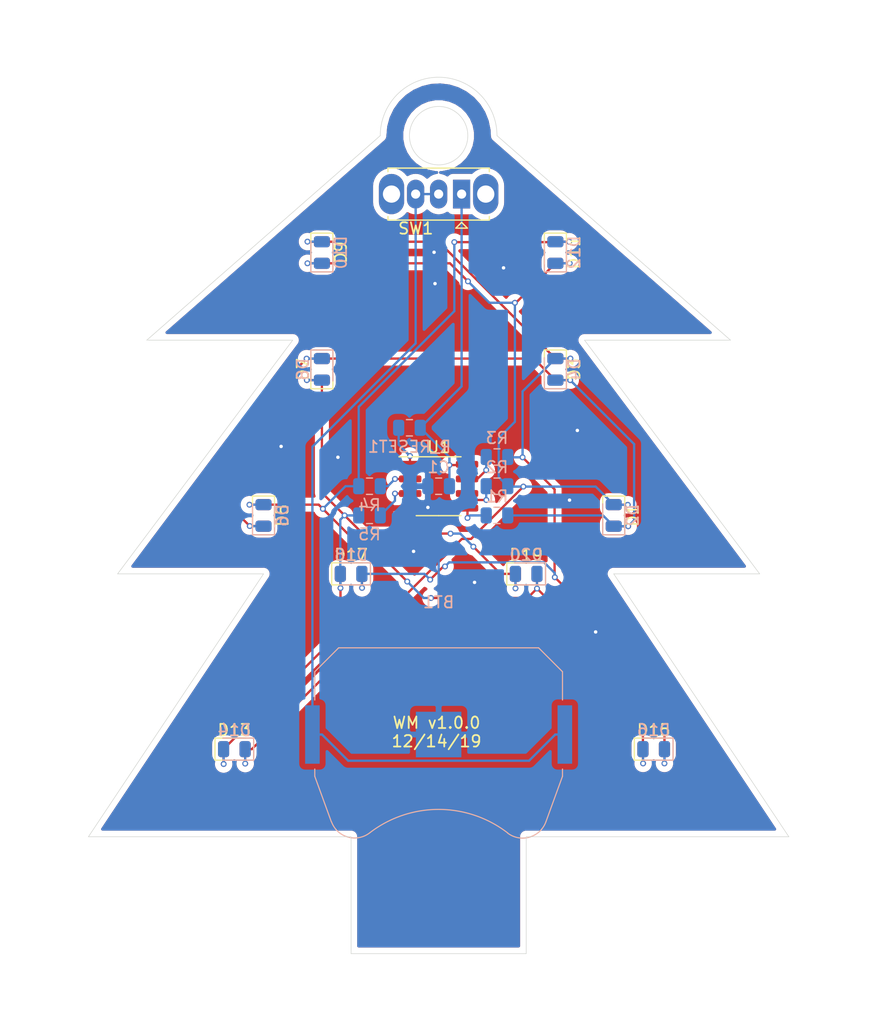
<source format=kicad_pcb>
(kicad_pcb (version 20171130) (host pcbnew "(5.1.4)-1")

  (general
    (thickness 1.6)
    (drawings 23)
    (tracks 260)
    (zones 0)
    (modules 30)
    (nets 15)
  )

  (page A4)
  (layers
    (0 F.Cu signal)
    (31 B.Cu signal)
    (32 B.Adhes user)
    (33 F.Adhes user)
    (34 B.Paste user)
    (35 F.Paste user)
    (36 B.SilkS user)
    (37 F.SilkS user)
    (38 B.Mask user)
    (39 F.Mask user)
    (40 Dwgs.User user)
    (41 Cmts.User user)
    (42 Eco1.User user)
    (43 Eco2.User user)
    (44 Edge.Cuts user)
    (45 Margin user)
    (46 B.CrtYd user)
    (47 F.CrtYd user)
    (48 B.Fab user)
    (49 F.Fab user)
  )

  (setup
    (last_trace_width 0.25)
    (user_trace_width 0.2)
    (trace_clearance 0.2)
    (zone_clearance 0.508)
    (zone_45_only no)
    (trace_min 0.2)
    (via_size 0.8)
    (via_drill 0.4)
    (via_min_size 0.4)
    (via_min_drill 0.3)
    (user_via 0.51 0.3)
    (uvia_size 0.3)
    (uvia_drill 0.1)
    (uvias_allowed no)
    (uvia_min_size 0.2)
    (uvia_min_drill 0.1)
    (edge_width 0.05)
    (segment_width 0.2)
    (pcb_text_width 0.3)
    (pcb_text_size 1.5 1.5)
    (mod_edge_width 0.12)
    (mod_text_size 1 1)
    (mod_text_width 0.15)
    (pad_size 1.524 1.524)
    (pad_drill 0.762)
    (pad_to_mask_clearance 0.051)
    (solder_mask_min_width 0.25)
    (aux_axis_origin 0 0)
    (visible_elements 7FFFFFFF)
    (pcbplotparams
      (layerselection 0x010fc_ffffffff)
      (usegerberextensions false)
      (usegerberattributes false)
      (usegerberadvancedattributes false)
      (creategerberjobfile false)
      (excludeedgelayer true)
      (linewidth 0.100000)
      (plotframeref false)
      (viasonmask false)
      (mode 1)
      (useauxorigin false)
      (hpglpennumber 1)
      (hpglpenspeed 20)
      (hpglpendiameter 15.000000)
      (psnegative false)
      (psa4output false)
      (plotreference true)
      (plotvalue true)
      (plotinvisibletext false)
      (padsonsilk false)
      (subtractmaskfromsilk false)
      (outputformat 1)
      (mirror false)
      (drillshape 1)
      (scaleselection 1)
      (outputdirectory ""))
  )

  (net 0 "")
  (net 1 /+3v)
  (net 2 /GND)
  (net 3 "Net-(C1-Pad1)")
  (net 4 "Net-(D1-Pad2)")
  (net 5 "Net-(D1-Pad1)")
  (net 6 "Net-(D11-Pad1)")
  (net 7 "Net-(R1-Pad2)")
  (net 8 "Net-(R2-Pad2)")
  (net 9 "Net-(R3-Pad2)")
  (net 10 "Net-(R4-Pad2)")
  (net 11 "Net-(R5-Pad2)")
  (net 12 "Net-(R_RESET1-Pad1)")
  (net 13 "Net-(D10-Pad2)")
  (net 14 "Net-(D13-Pad1)")

  (net_class Default "This is the default net class."
    (clearance 0.2)
    (trace_width 0.25)
    (via_dia 0.8)
    (via_drill 0.4)
    (uvia_dia 0.3)
    (uvia_drill 0.1)
    (add_net /+3v)
    (add_net /GND)
    (add_net "Net-(C1-Pad1)")
    (add_net "Net-(D1-Pad1)")
    (add_net "Net-(D1-Pad2)")
    (add_net "Net-(D10-Pad2)")
    (add_net "Net-(D11-Pad1)")
    (add_net "Net-(D13-Pad1)")
    (add_net "Net-(R1-Pad2)")
    (add_net "Net-(R2-Pad2)")
    (add_net "Net-(R3-Pad2)")
    (add_net "Net-(R4-Pad2)")
    (add_net "Net-(R5-Pad2)")
    (add_net "Net-(R_RESET1-Pad1)")
  )

  (module Package_SO:SOIC-8_3.9x4.9mm_P1.27mm (layer F.Cu) (tedit 5C97300E) (tstamp 5DF5B789)
    (at 152.4 60.96)
    (descr "SOIC, 8 Pin (JEDEC MS-012AA, https://www.analog.com/media/en/package-pcb-resources/package/pkg_pdf/soic_narrow-r/r_8.pdf), generated with kicad-footprint-generator ipc_gullwing_generator.py")
    (tags "SOIC SO")
    (path /5DF55AF0)
    (attr smd)
    (fp_text reference U1 (at 0 -3.4) (layer F.SilkS)
      (effects (font (size 1 1) (thickness 0.15)))
    )
    (fp_text value ATtiny13A-SSU (at 0 3.4) (layer F.Fab)
      (effects (font (size 1 1) (thickness 0.15)))
    )
    (fp_text user %R (at 0 0) (layer F.Fab)
      (effects (font (size 0.98 0.98) (thickness 0.15)))
    )
    (fp_line (start 3.7 -2.7) (end -3.7 -2.7) (layer F.CrtYd) (width 0.05))
    (fp_line (start 3.7 2.7) (end 3.7 -2.7) (layer F.CrtYd) (width 0.05))
    (fp_line (start -3.7 2.7) (end 3.7 2.7) (layer F.CrtYd) (width 0.05))
    (fp_line (start -3.7 -2.7) (end -3.7 2.7) (layer F.CrtYd) (width 0.05))
    (fp_line (start -1.95 -1.475) (end -0.975 -2.45) (layer F.Fab) (width 0.1))
    (fp_line (start -1.95 2.45) (end -1.95 -1.475) (layer F.Fab) (width 0.1))
    (fp_line (start 1.95 2.45) (end -1.95 2.45) (layer F.Fab) (width 0.1))
    (fp_line (start 1.95 -2.45) (end 1.95 2.45) (layer F.Fab) (width 0.1))
    (fp_line (start -0.975 -2.45) (end 1.95 -2.45) (layer F.Fab) (width 0.1))
    (fp_line (start 0 -2.56) (end -3.45 -2.56) (layer F.SilkS) (width 0.12))
    (fp_line (start 0 -2.56) (end 1.95 -2.56) (layer F.SilkS) (width 0.12))
    (fp_line (start 0 2.56) (end -1.95 2.56) (layer F.SilkS) (width 0.12))
    (fp_line (start 0 2.56) (end 1.95 2.56) (layer F.SilkS) (width 0.12))
    (pad 8 smd roundrect (at 2.475 -1.905) (size 1.95 0.6) (layers F.Cu F.Paste F.Mask) (roundrect_rratio 0.25)
      (net 3 "Net-(C1-Pad1)"))
    (pad 7 smd roundrect (at 2.475 -0.635) (size 1.95 0.6) (layers F.Cu F.Paste F.Mask) (roundrect_rratio 0.25)
      (net 9 "Net-(R3-Pad2)"))
    (pad 6 smd roundrect (at 2.475 0.635) (size 1.95 0.6) (layers F.Cu F.Paste F.Mask) (roundrect_rratio 0.25)
      (net 8 "Net-(R2-Pad2)"))
    (pad 5 smd roundrect (at 2.475 1.905) (size 1.95 0.6) (layers F.Cu F.Paste F.Mask) (roundrect_rratio 0.25)
      (net 7 "Net-(R1-Pad2)"))
    (pad 4 smd roundrect (at -2.475 1.905) (size 1.95 0.6) (layers F.Cu F.Paste F.Mask) (roundrect_rratio 0.25)
      (net 2 /GND))
    (pad 3 smd roundrect (at -2.475 0.635) (size 1.95 0.6) (layers F.Cu F.Paste F.Mask) (roundrect_rratio 0.25)
      (net 11 "Net-(R5-Pad2)"))
    (pad 2 smd roundrect (at -2.475 -0.635) (size 1.95 0.6) (layers F.Cu F.Paste F.Mask) (roundrect_rratio 0.25)
      (net 10 "Net-(R4-Pad2)"))
    (pad 1 smd roundrect (at -2.475 -1.905) (size 1.95 0.6) (layers F.Cu F.Paste F.Mask) (roundrect_rratio 0.25)
      (net 12 "Net-(R_RESET1-Pad1)"))
    (model ${KISYS3DMOD}/Package_SO.3dshapes/SOIC-8_3.9x4.9mm_P1.27mm.wrl
      (at (xyz 0 0 0))
      (scale (xyz 1 1 1))
      (rotate (xyz 0 0 0))
    )
  )

  (module Button_Switch_THT:SW_Slide_1P2T_CK_OS102011MS2Q (layer F.Cu) (tedit 5C5044D5) (tstamp 5DF5B76F)
    (at 154.4 35.56 180)
    (descr "CuK miniature slide switch, OS series, SPDT, https://www.ckswitches.com/media/1428/os.pdf")
    (tags "switch SPDT")
    (path /5DF5869D)
    (fp_text reference SW1 (at 3.99 -2.99) (layer F.SilkS)
      (effects (font (size 1 1) (thickness 0.15)))
    )
    (fp_text value SW_DPDT_x2 (at 2 3) (layer F.Fab)
      (effects (font (size 1 1) (thickness 0.15)))
    )
    (fp_line (start 0.5 -2.96) (end -0.5 -2.96) (layer F.SilkS) (width 0.12))
    (fp_line (start 0 -2.46) (end 0.5 -2.96) (layer F.SilkS) (width 0.12))
    (fp_line (start -0.5 -2.96) (end 0 -2.46) (layer F.SilkS) (width 0.12))
    (fp_line (start 0 -1.65) (end 0.5 -2.15) (layer F.Fab) (width 0.1))
    (fp_line (start -0.5 -2.15) (end 0 -1.65) (layer F.Fab) (width 0.1))
    (fp_line (start -3.45 2.4) (end -3.45 -2.4) (layer B.CrtYd) (width 0.05))
    (fp_line (start 7.45 2.4) (end -3.45 2.4) (layer B.CrtYd) (width 0.05))
    (fp_line (start 7.45 -2.4) (end 7.45 2.4) (layer B.CrtYd) (width 0.05))
    (fp_line (start -3.45 -2.4) (end 7.45 -2.4) (layer B.CrtYd) (width 0.05))
    (fp_text user %R (at 3.99 -2.99) (layer F.Fab)
      (effects (font (size 1 1) (thickness 0.15)))
    )
    (fp_line (start 6.41 2.26) (end 6.41 1.95) (layer F.SilkS) (width 0.12))
    (fp_line (start -2.41 2.26) (end -2.41 1.95) (layer F.SilkS) (width 0.12))
    (fp_line (start -2.41 -1.95) (end -2.41 -2.26) (layer F.SilkS) (width 0.12))
    (fp_line (start 6.41 2.26) (end -2.41 2.26) (layer F.SilkS) (width 0.12))
    (fp_line (start 6.41 -2.26) (end 6.41 -1.95) (layer F.SilkS) (width 0.12))
    (fp_line (start -2.41 -2.26) (end 6.41 -2.26) (layer F.SilkS) (width 0.12))
    (fp_line (start -2.3 -2.15) (end -0.5 -2.15) (layer F.Fab) (width 0.1))
    (fp_line (start 2 -1) (end 2 1) (layer F.Fab) (width 0.1))
    (fp_line (start 1.34 -1) (end 1.34 1) (layer F.Fab) (width 0.1))
    (fp_line (start 0.66 -1) (end 0.66 1) (layer F.Fab) (width 0.1))
    (fp_line (start 0 -1) (end 0 1) (layer F.Fab) (width 0.1))
    (fp_line (start 0 1) (end 4 1) (layer F.Fab) (width 0.1))
    (fp_line (start 4 -1) (end 4 1) (layer F.Fab) (width 0.1))
    (fp_line (start 0 -1) (end 4 -1) (layer F.Fab) (width 0.1))
    (fp_line (start -2.3 2.15) (end -2.3 -2.15) (layer F.Fab) (width 0.1))
    (fp_line (start 6.3 2.15) (end -2.3 2.15) (layer F.Fab) (width 0.1))
    (fp_line (start 6.3 -2.15) (end 6.3 2.15) (layer F.Fab) (width 0.1))
    (fp_line (start 0.5 -2.15) (end 6.3 -2.15) (layer F.Fab) (width 0.1))
    (pad "" thru_hole oval (at 6.1 0 180) (size 2.2 3.5) (drill 1.5) (layers *.Cu *.Mask))
    (pad "" thru_hole oval (at -2.1 0 180) (size 2.2 3.5) (drill 1.5) (layers *.Cu *.Mask))
    (pad 3 thru_hole oval (at 4 0 180) (size 1.5 2.5) (drill 0.8) (layers *.Cu *.Mask)
      (net 1 /+3v))
    (pad 2 thru_hole oval (at 2 0 180) (size 1.5 2.5) (drill 0.8) (layers *.Cu *.Mask)
      (net 1 /+3v))
    (pad 1 thru_hole rect (at 0 0 180) (size 1.5 2.5) (drill 0.8) (layers *.Cu *.Mask)
      (net 3 "Net-(C1-Pad1)"))
    (model ${KISYS3DMOD}/Button_Switch_THT.3dshapes/SW_Slide_1P2T_CK_OS102011MS2Q.wrl
      (at (xyz 0 0 0))
      (scale (xyz 1 1 1))
      (rotate (xyz 0 0 0))
    )
  )

  (module Resistor_SMD:R_0805_2012Metric (layer B.Cu) (tedit 5B36C52B) (tstamp 5DF5B74A)
    (at 149.86 55.88)
    (descr "Resistor SMD 0805 (2012 Metric), square (rectangular) end terminal, IPC_7351 nominal, (Body size source: https://docs.google.com/spreadsheets/d/1BsfQQcO9C6DZCsRaXUlFlo91Tg2WpOkGARC1WS5S8t0/edit?usp=sharing), generated with kicad-footprint-generator")
    (tags resistor)
    (path /5DF59613)
    (attr smd)
    (fp_text reference R_RESET1 (at 0 1.65 180) (layer B.SilkS)
      (effects (font (size 1 1) (thickness 0.15)) (justify mirror))
    )
    (fp_text value 10kR (at 0 -1.65 180) (layer B.Fab)
      (effects (font (size 1 1) (thickness 0.15)) (justify mirror))
    )
    (fp_text user %R (at 0 0 180) (layer B.Fab)
      (effects (font (size 0.5 0.5) (thickness 0.08)) (justify mirror))
    )
    (fp_line (start 1.68 -0.95) (end -1.68 -0.95) (layer B.CrtYd) (width 0.05))
    (fp_line (start 1.68 0.95) (end 1.68 -0.95) (layer B.CrtYd) (width 0.05))
    (fp_line (start -1.68 0.95) (end 1.68 0.95) (layer B.CrtYd) (width 0.05))
    (fp_line (start -1.68 -0.95) (end -1.68 0.95) (layer B.CrtYd) (width 0.05))
    (fp_line (start -0.258578 -0.71) (end 0.258578 -0.71) (layer B.SilkS) (width 0.12))
    (fp_line (start -0.258578 0.71) (end 0.258578 0.71) (layer B.SilkS) (width 0.12))
    (fp_line (start 1 -0.6) (end -1 -0.6) (layer B.Fab) (width 0.1))
    (fp_line (start 1 0.6) (end 1 -0.6) (layer B.Fab) (width 0.1))
    (fp_line (start -1 0.6) (end 1 0.6) (layer B.Fab) (width 0.1))
    (fp_line (start -1 -0.6) (end -1 0.6) (layer B.Fab) (width 0.1))
    (pad 2 smd roundrect (at 0.9375 0) (size 0.975 1.4) (layers B.Cu B.Paste B.Mask) (roundrect_rratio 0.25)
      (net 3 "Net-(C1-Pad1)"))
    (pad 1 smd roundrect (at -0.9375 0) (size 0.975 1.4) (layers B.Cu B.Paste B.Mask) (roundrect_rratio 0.25)
      (net 12 "Net-(R_RESET1-Pad1)"))
    (model ${KISYS3DMOD}/Resistor_SMD.3dshapes/R_0805_2012Metric.wrl
      (at (xyz 0 0 0))
      (scale (xyz 1 1 1))
      (rotate (xyz 0 0 0))
    )
  )

  (module Resistor_SMD:R_0805_2012Metric (layer B.Cu) (tedit 5B36C52B) (tstamp 5DF5B739)
    (at 146.3825 63.5)
    (descr "Resistor SMD 0805 (2012 Metric), square (rectangular) end terminal, IPC_7351 nominal, (Body size source: https://docs.google.com/spreadsheets/d/1BsfQQcO9C6DZCsRaXUlFlo91Tg2WpOkGARC1WS5S8t0/edit?usp=sharing), generated with kicad-footprint-generator")
    (tags resistor)
    (path /5DF5B766)
    (attr smd)
    (fp_text reference R5 (at 0 1.65) (layer B.SilkS)
      (effects (font (size 1 1) (thickness 0.15)) (justify mirror))
    )
    (fp_text value 100R (at 0 -1.65) (layer B.Fab)
      (effects (font (size 1 1) (thickness 0.15)) (justify mirror))
    )
    (fp_text user %R (at 0 0) (layer B.Fab)
      (effects (font (size 0.5 0.5) (thickness 0.08)) (justify mirror))
    )
    (fp_line (start 1.68 -0.95) (end -1.68 -0.95) (layer B.CrtYd) (width 0.05))
    (fp_line (start 1.68 0.95) (end 1.68 -0.95) (layer B.CrtYd) (width 0.05))
    (fp_line (start -1.68 0.95) (end 1.68 0.95) (layer B.CrtYd) (width 0.05))
    (fp_line (start -1.68 -0.95) (end -1.68 0.95) (layer B.CrtYd) (width 0.05))
    (fp_line (start -0.258578 -0.71) (end 0.258578 -0.71) (layer B.SilkS) (width 0.12))
    (fp_line (start -0.258578 0.71) (end 0.258578 0.71) (layer B.SilkS) (width 0.12))
    (fp_line (start 1 -0.6) (end -1 -0.6) (layer B.Fab) (width 0.1))
    (fp_line (start 1 0.6) (end 1 -0.6) (layer B.Fab) (width 0.1))
    (fp_line (start -1 0.6) (end 1 0.6) (layer B.Fab) (width 0.1))
    (fp_line (start -1 -0.6) (end -1 0.6) (layer B.Fab) (width 0.1))
    (pad 2 smd roundrect (at 0.9375 0) (size 0.975 1.4) (layers B.Cu B.Paste B.Mask) (roundrect_rratio 0.25)
      (net 11 "Net-(R5-Pad2)"))
    (pad 1 smd roundrect (at -0.9375 0) (size 0.975 1.4) (layers B.Cu B.Paste B.Mask) (roundrect_rratio 0.25)
      (net 14 "Net-(D13-Pad1)"))
    (model ${KISYS3DMOD}/Resistor_SMD.3dshapes/R_0805_2012Metric.wrl
      (at (xyz 0 0 0))
      (scale (xyz 1 1 1))
      (rotate (xyz 0 0 0))
    )
  )

  (module Resistor_SMD:R_0805_2012Metric (layer B.Cu) (tedit 5B36C52B) (tstamp 5DF5B728)
    (at 146.3825 60.96)
    (descr "Resistor SMD 0805 (2012 Metric), square (rectangular) end terminal, IPC_7351 nominal, (Body size source: https://docs.google.com/spreadsheets/d/1BsfQQcO9C6DZCsRaXUlFlo91Tg2WpOkGARC1WS5S8t0/edit?usp=sharing), generated with kicad-footprint-generator")
    (tags resistor)
    (path /5DF5B535)
    (attr smd)
    (fp_text reference R4 (at 0 1.65) (layer B.SilkS)
      (effects (font (size 1 1) (thickness 0.15)) (justify mirror))
    )
    (fp_text value 100R (at 0 -1.65) (layer B.Fab)
      (effects (font (size 1 1) (thickness 0.15)) (justify mirror))
    )
    (fp_text user %R (at 0 0) (layer B.Fab)
      (effects (font (size 0.5 0.5) (thickness 0.08)) (justify mirror))
    )
    (fp_line (start 1.68 -0.95) (end -1.68 -0.95) (layer B.CrtYd) (width 0.05))
    (fp_line (start 1.68 0.95) (end 1.68 -0.95) (layer B.CrtYd) (width 0.05))
    (fp_line (start -1.68 0.95) (end 1.68 0.95) (layer B.CrtYd) (width 0.05))
    (fp_line (start -1.68 -0.95) (end -1.68 0.95) (layer B.CrtYd) (width 0.05))
    (fp_line (start -0.258578 -0.71) (end 0.258578 -0.71) (layer B.SilkS) (width 0.12))
    (fp_line (start -0.258578 0.71) (end 0.258578 0.71) (layer B.SilkS) (width 0.12))
    (fp_line (start 1 -0.6) (end -1 -0.6) (layer B.Fab) (width 0.1))
    (fp_line (start 1 0.6) (end 1 -0.6) (layer B.Fab) (width 0.1))
    (fp_line (start -1 0.6) (end 1 0.6) (layer B.Fab) (width 0.1))
    (fp_line (start -1 -0.6) (end -1 0.6) (layer B.Fab) (width 0.1))
    (pad 2 smd roundrect (at 0.9375 0) (size 0.975 1.4) (layers B.Cu B.Paste B.Mask) (roundrect_rratio 0.25)
      (net 10 "Net-(R4-Pad2)"))
    (pad 1 smd roundrect (at -0.9375 0) (size 0.975 1.4) (layers B.Cu B.Paste B.Mask) (roundrect_rratio 0.25)
      (net 6 "Net-(D11-Pad1)"))
    (model ${KISYS3DMOD}/Resistor_SMD.3dshapes/R_0805_2012Metric.wrl
      (at (xyz 0 0 0))
      (scale (xyz 1 1 1))
      (rotate (xyz 0 0 0))
    )
  )

  (module Resistor_SMD:R_0805_2012Metric (layer B.Cu) (tedit 5B36C52B) (tstamp 5DF5B717)
    (at 157.48 58.42 180)
    (descr "Resistor SMD 0805 (2012 Metric), square (rectangular) end terminal, IPC_7351 nominal, (Body size source: https://docs.google.com/spreadsheets/d/1BsfQQcO9C6DZCsRaXUlFlo91Tg2WpOkGARC1WS5S8t0/edit?usp=sharing), generated with kicad-footprint-generator")
    (tags resistor)
    (path /5DF5B52F)
    (attr smd)
    (fp_text reference R3 (at 0 1.65) (layer B.SilkS)
      (effects (font (size 1 1) (thickness 0.15)) (justify mirror))
    )
    (fp_text value 100R (at 0 -1.65) (layer B.Fab)
      (effects (font (size 1 1) (thickness 0.15)) (justify mirror))
    )
    (fp_text user %R (at 0 0) (layer B.Fab)
      (effects (font (size 0.5 0.5) (thickness 0.08)) (justify mirror))
    )
    (fp_line (start 1.68 -0.95) (end -1.68 -0.95) (layer B.CrtYd) (width 0.05))
    (fp_line (start 1.68 0.95) (end 1.68 -0.95) (layer B.CrtYd) (width 0.05))
    (fp_line (start -1.68 0.95) (end 1.68 0.95) (layer B.CrtYd) (width 0.05))
    (fp_line (start -1.68 -0.95) (end -1.68 0.95) (layer B.CrtYd) (width 0.05))
    (fp_line (start -0.258578 -0.71) (end 0.258578 -0.71) (layer B.SilkS) (width 0.12))
    (fp_line (start -0.258578 0.71) (end 0.258578 0.71) (layer B.SilkS) (width 0.12))
    (fp_line (start 1 -0.6) (end -1 -0.6) (layer B.Fab) (width 0.1))
    (fp_line (start 1 0.6) (end 1 -0.6) (layer B.Fab) (width 0.1))
    (fp_line (start -1 0.6) (end 1 0.6) (layer B.Fab) (width 0.1))
    (fp_line (start -1 -0.6) (end -1 0.6) (layer B.Fab) (width 0.1))
    (pad 2 smd roundrect (at 0.9375 0 180) (size 0.975 1.4) (layers B.Cu B.Paste B.Mask) (roundrect_rratio 0.25)
      (net 9 "Net-(R3-Pad2)"))
    (pad 1 smd roundrect (at -0.9375 0 180) (size 0.975 1.4) (layers B.Cu B.Paste B.Mask) (roundrect_rratio 0.25)
      (net 13 "Net-(D10-Pad2)"))
    (model ${KISYS3DMOD}/Resistor_SMD.3dshapes/R_0805_2012Metric.wrl
      (at (xyz 0 0 0))
      (scale (xyz 1 1 1))
      (rotate (xyz 0 0 0))
    )
  )

  (module Resistor_SMD:R_0805_2012Metric (layer B.Cu) (tedit 5B36C52B) (tstamp 5DF5B706)
    (at 157.48 60.96 180)
    (descr "Resistor SMD 0805 (2012 Metric), square (rectangular) end terminal, IPC_7351 nominal, (Body size source: https://docs.google.com/spreadsheets/d/1BsfQQcO9C6DZCsRaXUlFlo91Tg2WpOkGARC1WS5S8t0/edit?usp=sharing), generated with kicad-footprint-generator")
    (tags resistor)
    (path /5DF5B079)
    (attr smd)
    (fp_text reference R2 (at 0 1.65) (layer B.SilkS)
      (effects (font (size 1 1) (thickness 0.15)) (justify mirror))
    )
    (fp_text value 100R (at 0 -1.65) (layer B.Fab)
      (effects (font (size 1 1) (thickness 0.15)) (justify mirror))
    )
    (fp_text user %R (at 0 0) (layer B.Fab)
      (effects (font (size 0.5 0.5) (thickness 0.08)) (justify mirror))
    )
    (fp_line (start 1.68 -0.95) (end -1.68 -0.95) (layer B.CrtYd) (width 0.05))
    (fp_line (start 1.68 0.95) (end 1.68 -0.95) (layer B.CrtYd) (width 0.05))
    (fp_line (start -1.68 0.95) (end 1.68 0.95) (layer B.CrtYd) (width 0.05))
    (fp_line (start -1.68 -0.95) (end -1.68 0.95) (layer B.CrtYd) (width 0.05))
    (fp_line (start -0.258578 -0.71) (end 0.258578 -0.71) (layer B.SilkS) (width 0.12))
    (fp_line (start -0.258578 0.71) (end 0.258578 0.71) (layer B.SilkS) (width 0.12))
    (fp_line (start 1 -0.6) (end -1 -0.6) (layer B.Fab) (width 0.1))
    (fp_line (start 1 0.6) (end 1 -0.6) (layer B.Fab) (width 0.1))
    (fp_line (start -1 0.6) (end 1 0.6) (layer B.Fab) (width 0.1))
    (fp_line (start -1 -0.6) (end -1 0.6) (layer B.Fab) (width 0.1))
    (pad 2 smd roundrect (at 0.9375 0 180) (size 0.975 1.4) (layers B.Cu B.Paste B.Mask) (roundrect_rratio 0.25)
      (net 8 "Net-(R2-Pad2)"))
    (pad 1 smd roundrect (at -0.9375 0 180) (size 0.975 1.4) (layers B.Cu B.Paste B.Mask) (roundrect_rratio 0.25)
      (net 5 "Net-(D1-Pad1)"))
    (model ${KISYS3DMOD}/Resistor_SMD.3dshapes/R_0805_2012Metric.wrl
      (at (xyz 0 0 0))
      (scale (xyz 1 1 1))
      (rotate (xyz 0 0 0))
    )
  )

  (module Resistor_SMD:R_0805_2012Metric (layer B.Cu) (tedit 5B36C52B) (tstamp 5DF5B6F5)
    (at 157.48 63.5 180)
    (descr "Resistor SMD 0805 (2012 Metric), square (rectangular) end terminal, IPC_7351 nominal, (Body size source: https://docs.google.com/spreadsheets/d/1BsfQQcO9C6DZCsRaXUlFlo91Tg2WpOkGARC1WS5S8t0/edit?usp=sharing), generated with kicad-footprint-generator")
    (tags resistor)
    (path /5DF5A7B1)
    (attr smd)
    (fp_text reference R1 (at 0 1.65) (layer B.SilkS)
      (effects (font (size 1 1) (thickness 0.15)) (justify mirror))
    )
    (fp_text value 100R (at 0 -1.65) (layer B.Fab)
      (effects (font (size 1 1) (thickness 0.15)) (justify mirror))
    )
    (fp_text user %R (at 0 0) (layer B.Fab)
      (effects (font (size 0.5 0.5) (thickness 0.08)) (justify mirror))
    )
    (fp_line (start 1.68 -0.95) (end -1.68 -0.95) (layer B.CrtYd) (width 0.05))
    (fp_line (start 1.68 0.95) (end 1.68 -0.95) (layer B.CrtYd) (width 0.05))
    (fp_line (start -1.68 0.95) (end 1.68 0.95) (layer B.CrtYd) (width 0.05))
    (fp_line (start -1.68 -0.95) (end -1.68 0.95) (layer B.CrtYd) (width 0.05))
    (fp_line (start -0.258578 -0.71) (end 0.258578 -0.71) (layer B.SilkS) (width 0.12))
    (fp_line (start -0.258578 0.71) (end 0.258578 0.71) (layer B.SilkS) (width 0.12))
    (fp_line (start 1 -0.6) (end -1 -0.6) (layer B.Fab) (width 0.1))
    (fp_line (start 1 0.6) (end 1 -0.6) (layer B.Fab) (width 0.1))
    (fp_line (start -1 0.6) (end 1 0.6) (layer B.Fab) (width 0.1))
    (fp_line (start -1 -0.6) (end -1 0.6) (layer B.Fab) (width 0.1))
    (pad 2 smd roundrect (at 0.9375 0 180) (size 0.975 1.4) (layers B.Cu B.Paste B.Mask) (roundrect_rratio 0.25)
      (net 7 "Net-(R1-Pad2)"))
    (pad 1 smd roundrect (at -0.9375 0 180) (size 0.975 1.4) (layers B.Cu B.Paste B.Mask) (roundrect_rratio 0.25)
      (net 4 "Net-(D1-Pad2)"))
    (model ${KISYS3DMOD}/Resistor_SMD.3dshapes/R_0805_2012Metric.wrl
      (at (xyz 0 0 0))
      (scale (xyz 1 1 1))
      (rotate (xyz 0 0 0))
    )
  )

  (module LED_SMD:LED_0805_2012Metric (layer B.Cu) (tedit 5B36C52C) (tstamp 5DF5B6E4)
    (at 142.24 50.8 270)
    (descr "LED SMD 0805 (2012 Metric), square (rectangular) end terminal, IPC_7351 nominal, (Body size source: https://docs.google.com/spreadsheets/d/1BsfQQcO9C6DZCsRaXUlFlo91Tg2WpOkGARC1WS5S8t0/edit?usp=sharing), generated with kicad-footprint-generator")
    (tags diode)
    (path /5DF6F737)
    (attr smd)
    (fp_text reference D8 (at 0 1.65 270) (layer B.SilkS)
      (effects (font (size 1 1) (thickness 0.15)) (justify mirror))
    )
    (fp_text value LED (at 0 -1.65 270) (layer B.Fab)
      (effects (font (size 1 1) (thickness 0.15)) (justify mirror))
    )
    (fp_text user %R (at 0 0 270) (layer B.Fab)
      (effects (font (size 0.5 0.5) (thickness 0.08)) (justify mirror))
    )
    (fp_line (start 1.68 -0.95) (end -1.68 -0.95) (layer B.CrtYd) (width 0.05))
    (fp_line (start 1.68 0.95) (end 1.68 -0.95) (layer B.CrtYd) (width 0.05))
    (fp_line (start -1.68 0.95) (end 1.68 0.95) (layer B.CrtYd) (width 0.05))
    (fp_line (start -1.68 -0.95) (end -1.68 0.95) (layer B.CrtYd) (width 0.05))
    (fp_line (start -1.685 -0.96) (end 1 -0.96) (layer B.SilkS) (width 0.12))
    (fp_line (start -1.685 0.96) (end -1.685 -0.96) (layer B.SilkS) (width 0.12))
    (fp_line (start 1 0.96) (end -1.685 0.96) (layer B.SilkS) (width 0.12))
    (fp_line (start 1 -0.6) (end 1 0.6) (layer B.Fab) (width 0.1))
    (fp_line (start -1 -0.6) (end 1 -0.6) (layer B.Fab) (width 0.1))
    (fp_line (start -1 0.3) (end -1 -0.6) (layer B.Fab) (width 0.1))
    (fp_line (start -0.7 0.6) (end -1 0.3) (layer B.Fab) (width 0.1))
    (fp_line (start 1 0.6) (end -0.7 0.6) (layer B.Fab) (width 0.1))
    (pad 2 smd roundrect (at 0.9375 0 270) (size 0.975 1.4) (layers B.Cu B.Paste B.Mask) (roundrect_rratio 0.25)
      (net 14 "Net-(D13-Pad1)"))
    (pad 1 smd roundrect (at -0.9375 0 270) (size 0.975 1.4) (layers B.Cu B.Paste B.Mask) (roundrect_rratio 0.25)
      (net 4 "Net-(D1-Pad2)"))
    (model ${KISYS3DMOD}/LED_SMD.3dshapes/LED_0805_2012Metric.wrl
      (at (xyz 0 0 0))
      (scale (xyz 1 1 1))
      (rotate (xyz 0 0 0))
    )
  )

  (module LED_SMD:LED_0805_2012Metric (layer F.Cu) (tedit 5B36C52C) (tstamp 5DF5B6D1)
    (at 142.24 50.8 90)
    (descr "LED SMD 0805 (2012 Metric), square (rectangular) end terminal, IPC_7351 nominal, (Body size source: https://docs.google.com/spreadsheets/d/1BsfQQcO9C6DZCsRaXUlFlo91Tg2WpOkGARC1WS5S8t0/edit?usp=sharing), generated with kicad-footprint-generator")
    (tags diode)
    (path /5DF622C4)
    (attr smd)
    (fp_text reference D7 (at 0 -1.65 90) (layer F.SilkS)
      (effects (font (size 1 1) (thickness 0.15)))
    )
    (fp_text value LED (at 0 1.65 90) (layer F.Fab)
      (effects (font (size 1 1) (thickness 0.15)))
    )
    (fp_text user %R (at 0 0 90) (layer F.Fab)
      (effects (font (size 0.5 0.5) (thickness 0.08)))
    )
    (fp_line (start 1.68 0.95) (end -1.68 0.95) (layer F.CrtYd) (width 0.05))
    (fp_line (start 1.68 -0.95) (end 1.68 0.95) (layer F.CrtYd) (width 0.05))
    (fp_line (start -1.68 -0.95) (end 1.68 -0.95) (layer F.CrtYd) (width 0.05))
    (fp_line (start -1.68 0.95) (end -1.68 -0.95) (layer F.CrtYd) (width 0.05))
    (fp_line (start -1.685 0.96) (end 1 0.96) (layer F.SilkS) (width 0.12))
    (fp_line (start -1.685 -0.96) (end -1.685 0.96) (layer F.SilkS) (width 0.12))
    (fp_line (start 1 -0.96) (end -1.685 -0.96) (layer F.SilkS) (width 0.12))
    (fp_line (start 1 0.6) (end 1 -0.6) (layer F.Fab) (width 0.1))
    (fp_line (start -1 0.6) (end 1 0.6) (layer F.Fab) (width 0.1))
    (fp_line (start -1 -0.3) (end -1 0.6) (layer F.Fab) (width 0.1))
    (fp_line (start -0.7 -0.6) (end -1 -0.3) (layer F.Fab) (width 0.1))
    (fp_line (start 1 -0.6) (end -0.7 -0.6) (layer F.Fab) (width 0.1))
    (pad 2 smd roundrect (at 0.9375 0 90) (size 0.975 1.4) (layers F.Cu F.Paste F.Mask) (roundrect_rratio 0.25)
      (net 4 "Net-(D1-Pad2)"))
    (pad 1 smd roundrect (at -0.9375 0 90) (size 0.975 1.4) (layers F.Cu F.Paste F.Mask) (roundrect_rratio 0.25)
      (net 14 "Net-(D13-Pad1)"))
    (model ${KISYS3DMOD}/LED_SMD.3dshapes/LED_0805_2012Metric.wrl
      (at (xyz 0 0 0))
      (scale (xyz 1 1 1))
      (rotate (xyz 0 0 0))
    )
  )

  (module LED_SMD:LED_0805_2012Metric (layer B.Cu) (tedit 5B36C52C) (tstamp 5DF5B6BE)
    (at 137.16 63.5 90)
    (descr "LED SMD 0805 (2012 Metric), square (rectangular) end terminal, IPC_7351 nominal, (Body size source: https://docs.google.com/spreadsheets/d/1BsfQQcO9C6DZCsRaXUlFlo91Tg2WpOkGARC1WS5S8t0/edit?usp=sharing), generated with kicad-footprint-generator")
    (tags diode)
    (path /5DF6CF04)
    (attr smd)
    (fp_text reference D6 (at 0 1.65 90) (layer B.SilkS)
      (effects (font (size 1 1) (thickness 0.15)) (justify mirror))
    )
    (fp_text value LED (at 0 -1.65 90) (layer B.Fab)
      (effects (font (size 1 1) (thickness 0.15)) (justify mirror))
    )
    (fp_text user %R (at 0 0 90) (layer B.Fab)
      (effects (font (size 0.5 0.5) (thickness 0.08)) (justify mirror))
    )
    (fp_line (start 1.68 -0.95) (end -1.68 -0.95) (layer B.CrtYd) (width 0.05))
    (fp_line (start 1.68 0.95) (end 1.68 -0.95) (layer B.CrtYd) (width 0.05))
    (fp_line (start -1.68 0.95) (end 1.68 0.95) (layer B.CrtYd) (width 0.05))
    (fp_line (start -1.68 -0.95) (end -1.68 0.95) (layer B.CrtYd) (width 0.05))
    (fp_line (start -1.685 -0.96) (end 1 -0.96) (layer B.SilkS) (width 0.12))
    (fp_line (start -1.685 0.96) (end -1.685 -0.96) (layer B.SilkS) (width 0.12))
    (fp_line (start 1 0.96) (end -1.685 0.96) (layer B.SilkS) (width 0.12))
    (fp_line (start 1 -0.6) (end 1 0.6) (layer B.Fab) (width 0.1))
    (fp_line (start -1 -0.6) (end 1 -0.6) (layer B.Fab) (width 0.1))
    (fp_line (start -1 0.3) (end -1 -0.6) (layer B.Fab) (width 0.1))
    (fp_line (start -0.7 0.6) (end -1 0.3) (layer B.Fab) (width 0.1))
    (fp_line (start 1 0.6) (end -0.7 0.6) (layer B.Fab) (width 0.1))
    (pad 2 smd roundrect (at 0.9375 0 90) (size 0.975 1.4) (layers B.Cu B.Paste B.Mask) (roundrect_rratio 0.25)
      (net 6 "Net-(D11-Pad1)"))
    (pad 1 smd roundrect (at -0.9375 0 90) (size 0.975 1.4) (layers B.Cu B.Paste B.Mask) (roundrect_rratio 0.25)
      (net 4 "Net-(D1-Pad2)"))
    (model ${KISYS3DMOD}/LED_SMD.3dshapes/LED_0805_2012Metric.wrl
      (at (xyz 0 0 0))
      (scale (xyz 1 1 1))
      (rotate (xyz 0 0 0))
    )
  )

  (module LED_SMD:LED_0805_2012Metric (layer B.Cu) (tedit 5B36C52C) (tstamp 5DF5B6AB)
    (at 134.62 83.82 180)
    (descr "LED SMD 0805 (2012 Metric), square (rectangular) end terminal, IPC_7351 nominal, (Body size source: https://docs.google.com/spreadsheets/d/1BsfQQcO9C6DZCsRaXUlFlo91Tg2WpOkGARC1WS5S8t0/edit?usp=sharing), generated with kicad-footprint-generator")
    (tags diode)
    (path /5DF61643)
    (attr smd)
    (fp_text reference D14 (at 0 1.65) (layer B.SilkS)
      (effects (font (size 1 1) (thickness 0.15)) (justify mirror))
    )
    (fp_text value LED (at 0 -1.65) (layer B.Fab)
      (effects (font (size 1 1) (thickness 0.15)) (justify mirror))
    )
    (fp_text user %R (at 0 0) (layer B.Fab)
      (effects (font (size 0.5 0.5) (thickness 0.08)) (justify mirror))
    )
    (fp_line (start 1.68 -0.95) (end -1.68 -0.95) (layer B.CrtYd) (width 0.05))
    (fp_line (start 1.68 0.95) (end 1.68 -0.95) (layer B.CrtYd) (width 0.05))
    (fp_line (start -1.68 0.95) (end 1.68 0.95) (layer B.CrtYd) (width 0.05))
    (fp_line (start -1.68 -0.95) (end -1.68 0.95) (layer B.CrtYd) (width 0.05))
    (fp_line (start -1.685 -0.96) (end 1 -0.96) (layer B.SilkS) (width 0.12))
    (fp_line (start -1.685 0.96) (end -1.685 -0.96) (layer B.SilkS) (width 0.12))
    (fp_line (start 1 0.96) (end -1.685 0.96) (layer B.SilkS) (width 0.12))
    (fp_line (start 1 -0.6) (end 1 0.6) (layer B.Fab) (width 0.1))
    (fp_line (start -1 -0.6) (end 1 -0.6) (layer B.Fab) (width 0.1))
    (fp_line (start -1 0.3) (end -1 -0.6) (layer B.Fab) (width 0.1))
    (fp_line (start -0.7 0.6) (end -1 0.3) (layer B.Fab) (width 0.1))
    (fp_line (start 1 0.6) (end -0.7 0.6) (layer B.Fab) (width 0.1))
    (pad 2 smd roundrect (at 0.9375 0 180) (size 0.975 1.4) (layers B.Cu B.Paste B.Mask) (roundrect_rratio 0.25)
      (net 14 "Net-(D13-Pad1)"))
    (pad 1 smd roundrect (at -0.9375 0 180) (size 0.975 1.4) (layers B.Cu B.Paste B.Mask) (roundrect_rratio 0.25)
      (net 5 "Net-(D1-Pad1)"))
    (model ${KISYS3DMOD}/LED_SMD.3dshapes/LED_0805_2012Metric.wrl
      (at (xyz 0 0 0))
      (scale (xyz 1 1 1))
      (rotate (xyz 0 0 0))
    )
  )

  (module LED_SMD:LED_0805_2012Metric (layer F.Cu) (tedit 5B36C52C) (tstamp 5DF5B698)
    (at 134.62 83.82)
    (descr "LED SMD 0805 (2012 Metric), square (rectangular) end terminal, IPC_7351 nominal, (Body size source: https://docs.google.com/spreadsheets/d/1BsfQQcO9C6DZCsRaXUlFlo91Tg2WpOkGARC1WS5S8t0/edit?usp=sharing), generated with kicad-footprint-generator")
    (tags diode)
    (path /5DF6F73D)
    (attr smd)
    (fp_text reference D13 (at 0 -1.65) (layer F.SilkS)
      (effects (font (size 1 1) (thickness 0.15)))
    )
    (fp_text value LED (at 0 1.65) (layer F.Fab)
      (effects (font (size 1 1) (thickness 0.15)))
    )
    (fp_text user %R (at 0 0) (layer F.Fab)
      (effects (font (size 0.5 0.5) (thickness 0.08)))
    )
    (fp_line (start 1.68 0.95) (end -1.68 0.95) (layer F.CrtYd) (width 0.05))
    (fp_line (start 1.68 -0.95) (end 1.68 0.95) (layer F.CrtYd) (width 0.05))
    (fp_line (start -1.68 -0.95) (end 1.68 -0.95) (layer F.CrtYd) (width 0.05))
    (fp_line (start -1.68 0.95) (end -1.68 -0.95) (layer F.CrtYd) (width 0.05))
    (fp_line (start -1.685 0.96) (end 1 0.96) (layer F.SilkS) (width 0.12))
    (fp_line (start -1.685 -0.96) (end -1.685 0.96) (layer F.SilkS) (width 0.12))
    (fp_line (start 1 -0.96) (end -1.685 -0.96) (layer F.SilkS) (width 0.12))
    (fp_line (start 1 0.6) (end 1 -0.6) (layer F.Fab) (width 0.1))
    (fp_line (start -1 0.6) (end 1 0.6) (layer F.Fab) (width 0.1))
    (fp_line (start -1 -0.3) (end -1 0.6) (layer F.Fab) (width 0.1))
    (fp_line (start -0.7 -0.6) (end -1 -0.3) (layer F.Fab) (width 0.1))
    (fp_line (start 1 -0.6) (end -0.7 -0.6) (layer F.Fab) (width 0.1))
    (pad 2 smd roundrect (at 0.9375 0) (size 0.975 1.4) (layers F.Cu F.Paste F.Mask) (roundrect_rratio 0.25)
      (net 5 "Net-(D1-Pad1)"))
    (pad 1 smd roundrect (at -0.9375 0) (size 0.975 1.4) (layers F.Cu F.Paste F.Mask) (roundrect_rratio 0.25)
      (net 14 "Net-(D13-Pad1)"))
    (model ${KISYS3DMOD}/LED_SMD.3dshapes/LED_0805_2012Metric.wrl
      (at (xyz 0 0 0))
      (scale (xyz 1 1 1))
      (rotate (xyz 0 0 0))
    )
  )

  (module LED_SMD:LED_0805_2012Metric (layer F.Cu) (tedit 5B36C52C) (tstamp 5DF5B685)
    (at 137.16 63.5 270)
    (descr "LED SMD 0805 (2012 Metric), square (rectangular) end terminal, IPC_7351 nominal, (Body size source: https://docs.google.com/spreadsheets/d/1BsfQQcO9C6DZCsRaXUlFlo91Tg2WpOkGARC1WS5S8t0/edit?usp=sharing), generated with kicad-footprint-generator")
    (tags diode)
    (path /5DF6CF16)
    (attr smd)
    (fp_text reference D5 (at 0 -1.65 90) (layer F.SilkS)
      (effects (font (size 1 1) (thickness 0.15)))
    )
    (fp_text value LED (at 0 1.65 90) (layer F.Fab)
      (effects (font (size 1 1) (thickness 0.15)))
    )
    (fp_text user %R (at 0 0 90) (layer F.Fab)
      (effects (font (size 0.5 0.5) (thickness 0.08)))
    )
    (fp_line (start 1.68 0.95) (end -1.68 0.95) (layer F.CrtYd) (width 0.05))
    (fp_line (start 1.68 -0.95) (end 1.68 0.95) (layer F.CrtYd) (width 0.05))
    (fp_line (start -1.68 -0.95) (end 1.68 -0.95) (layer F.CrtYd) (width 0.05))
    (fp_line (start -1.68 0.95) (end -1.68 -0.95) (layer F.CrtYd) (width 0.05))
    (fp_line (start -1.685 0.96) (end 1 0.96) (layer F.SilkS) (width 0.12))
    (fp_line (start -1.685 -0.96) (end -1.685 0.96) (layer F.SilkS) (width 0.12))
    (fp_line (start 1 -0.96) (end -1.685 -0.96) (layer F.SilkS) (width 0.12))
    (fp_line (start 1 0.6) (end 1 -0.6) (layer F.Fab) (width 0.1))
    (fp_line (start -1 0.6) (end 1 0.6) (layer F.Fab) (width 0.1))
    (fp_line (start -1 -0.3) (end -1 0.6) (layer F.Fab) (width 0.1))
    (fp_line (start -0.7 -0.6) (end -1 -0.3) (layer F.Fab) (width 0.1))
    (fp_line (start 1 -0.6) (end -0.7 -0.6) (layer F.Fab) (width 0.1))
    (pad 2 smd roundrect (at 0.9375 0 270) (size 0.975 1.4) (layers F.Cu F.Paste F.Mask) (roundrect_rratio 0.25)
      (net 4 "Net-(D1-Pad2)"))
    (pad 1 smd roundrect (at -0.9375 0 270) (size 0.975 1.4) (layers F.Cu F.Paste F.Mask) (roundrect_rratio 0.25)
      (net 6 "Net-(D11-Pad1)"))
    (model ${KISYS3DMOD}/LED_SMD.3dshapes/LED_0805_2012Metric.wrl
      (at (xyz 0 0 0))
      (scale (xyz 1 1 1))
      (rotate (xyz 0 0 0))
    )
  )

  (module LED_SMD:LED_0805_2012Metric (layer B.Cu) (tedit 5B36C52C) (tstamp 5DF5B672)
    (at 162.56 40.64 90)
    (descr "LED SMD 0805 (2012 Metric), square (rectangular) end terminal, IPC_7351 nominal, (Body size source: https://docs.google.com/spreadsheets/d/1BsfQQcO9C6DZCsRaXUlFlo91Tg2WpOkGARC1WS5S8t0/edit?usp=sharing), generated with kicad-footprint-generator")
    (tags diode)
    (path /5DF6F72B)
    (attr smd)
    (fp_text reference D12 (at 0 1.65 90) (layer B.SilkS)
      (effects (font (size 1 1) (thickness 0.15)) (justify mirror))
    )
    (fp_text value LED (at 0 -1.65 90) (layer B.Fab)
      (effects (font (size 1 1) (thickness 0.15)) (justify mirror))
    )
    (fp_text user %R (at 0 0 90) (layer B.Fab)
      (effects (font (size 0.5 0.5) (thickness 0.08)) (justify mirror))
    )
    (fp_line (start 1.68 -0.95) (end -1.68 -0.95) (layer B.CrtYd) (width 0.05))
    (fp_line (start 1.68 0.95) (end 1.68 -0.95) (layer B.CrtYd) (width 0.05))
    (fp_line (start -1.68 0.95) (end 1.68 0.95) (layer B.CrtYd) (width 0.05))
    (fp_line (start -1.68 -0.95) (end -1.68 0.95) (layer B.CrtYd) (width 0.05))
    (fp_line (start -1.685 -0.96) (end 1 -0.96) (layer B.SilkS) (width 0.12))
    (fp_line (start -1.685 0.96) (end -1.685 -0.96) (layer B.SilkS) (width 0.12))
    (fp_line (start 1 0.96) (end -1.685 0.96) (layer B.SilkS) (width 0.12))
    (fp_line (start 1 -0.6) (end 1 0.6) (layer B.Fab) (width 0.1))
    (fp_line (start -1 -0.6) (end 1 -0.6) (layer B.Fab) (width 0.1))
    (fp_line (start -1 0.3) (end -1 -0.6) (layer B.Fab) (width 0.1))
    (fp_line (start -0.7 0.6) (end -1 0.3) (layer B.Fab) (width 0.1))
    (fp_line (start 1 0.6) (end -0.7 0.6) (layer B.Fab) (width 0.1))
    (pad 2 smd roundrect (at 0.9375 0 90) (size 0.975 1.4) (layers B.Cu B.Paste B.Mask) (roundrect_rratio 0.25)
      (net 6 "Net-(D11-Pad1)"))
    (pad 1 smd roundrect (at -0.9375 0 90) (size 0.975 1.4) (layers B.Cu B.Paste B.Mask) (roundrect_rratio 0.25)
      (net 5 "Net-(D1-Pad1)"))
    (model ${KISYS3DMOD}/LED_SMD.3dshapes/LED_0805_2012Metric.wrl
      (at (xyz 0 0 0))
      (scale (xyz 1 1 1))
      (rotate (xyz 0 0 0))
    )
  )

  (module LED_SMD:LED_0805_2012Metric (layer B.Cu) (tedit 5B36C52C) (tstamp 5DF5B65F)
    (at 162.56 50.8 90)
    (descr "LED SMD 0805 (2012 Metric), square (rectangular) end terminal, IPC_7351 nominal, (Body size source: https://docs.google.com/spreadsheets/d/1BsfQQcO9C6DZCsRaXUlFlo91Tg2WpOkGARC1WS5S8t0/edit?usp=sharing), generated with kicad-footprint-generator")
    (tags diode)
    (path /5DF6E53E)
    (attr smd)
    (fp_text reference D4 (at 0 1.65 90) (layer B.SilkS)
      (effects (font (size 1 1) (thickness 0.15)) (justify mirror))
    )
    (fp_text value LED (at 0 -1.65 90) (layer B.Fab)
      (effects (font (size 1 1) (thickness 0.15)) (justify mirror))
    )
    (fp_text user %R (at 0 0 90) (layer B.Fab)
      (effects (font (size 0.5 0.5) (thickness 0.08)) (justify mirror))
    )
    (fp_line (start 1.68 -0.95) (end -1.68 -0.95) (layer B.CrtYd) (width 0.05))
    (fp_line (start 1.68 0.95) (end 1.68 -0.95) (layer B.CrtYd) (width 0.05))
    (fp_line (start -1.68 0.95) (end 1.68 0.95) (layer B.CrtYd) (width 0.05))
    (fp_line (start -1.68 -0.95) (end -1.68 0.95) (layer B.CrtYd) (width 0.05))
    (fp_line (start -1.685 -0.96) (end 1 -0.96) (layer B.SilkS) (width 0.12))
    (fp_line (start -1.685 0.96) (end -1.685 -0.96) (layer B.SilkS) (width 0.12))
    (fp_line (start 1 0.96) (end -1.685 0.96) (layer B.SilkS) (width 0.12))
    (fp_line (start 1 -0.6) (end 1 0.6) (layer B.Fab) (width 0.1))
    (fp_line (start -1 -0.6) (end 1 -0.6) (layer B.Fab) (width 0.1))
    (fp_line (start -1 0.3) (end -1 -0.6) (layer B.Fab) (width 0.1))
    (fp_line (start -0.7 0.6) (end -1 0.3) (layer B.Fab) (width 0.1))
    (fp_line (start 1 0.6) (end -0.7 0.6) (layer B.Fab) (width 0.1))
    (pad 2 smd roundrect (at 0.9375 0 90) (size 0.975 1.4) (layers B.Cu B.Paste B.Mask) (roundrect_rratio 0.25)
      (net 13 "Net-(D10-Pad2)"))
    (pad 1 smd roundrect (at -0.9375 0 90) (size 0.975 1.4) (layers B.Cu B.Paste B.Mask) (roundrect_rratio 0.25)
      (net 4 "Net-(D1-Pad2)"))
    (model ${KISYS3DMOD}/LED_SMD.3dshapes/LED_0805_2012Metric.wrl
      (at (xyz 0 0 0))
      (scale (xyz 1 1 1))
      (rotate (xyz 0 0 0))
    )
  )

  (module LED_SMD:LED_0805_2012Metric (layer B.Cu) (tedit 5B36C52C) (tstamp 5DF5B64C)
    (at 144.78 68.58 180)
    (descr "LED SMD 0805 (2012 Metric), square (rectangular) end terminal, IPC_7351 nominal, (Body size source: https://docs.google.com/spreadsheets/d/1BsfQQcO9C6DZCsRaXUlFlo91Tg2WpOkGARC1WS5S8t0/edit?usp=sharing), generated with kicad-footprint-generator")
    (tags diode)
    (path /5DF6BE11)
    (attr smd)
    (fp_text reference D18 (at 0 1.65) (layer B.SilkS)
      (effects (font (size 1 1) (thickness 0.15)) (justify mirror))
    )
    (fp_text value LED (at 0 -1.65) (layer B.Fab)
      (effects (font (size 1 1) (thickness 0.15)) (justify mirror))
    )
    (fp_text user %R (at 0 0) (layer B.Fab)
      (effects (font (size 0.5 0.5) (thickness 0.08)) (justify mirror))
    )
    (fp_line (start 1.68 -0.95) (end -1.68 -0.95) (layer B.CrtYd) (width 0.05))
    (fp_line (start 1.68 0.95) (end 1.68 -0.95) (layer B.CrtYd) (width 0.05))
    (fp_line (start -1.68 0.95) (end 1.68 0.95) (layer B.CrtYd) (width 0.05))
    (fp_line (start -1.68 -0.95) (end -1.68 0.95) (layer B.CrtYd) (width 0.05))
    (fp_line (start -1.685 -0.96) (end 1 -0.96) (layer B.SilkS) (width 0.12))
    (fp_line (start -1.685 0.96) (end -1.685 -0.96) (layer B.SilkS) (width 0.12))
    (fp_line (start 1 0.96) (end -1.685 0.96) (layer B.SilkS) (width 0.12))
    (fp_line (start 1 -0.6) (end 1 0.6) (layer B.Fab) (width 0.1))
    (fp_line (start -1 -0.6) (end 1 -0.6) (layer B.Fab) (width 0.1))
    (fp_line (start -1 0.3) (end -1 -0.6) (layer B.Fab) (width 0.1))
    (fp_line (start -0.7 0.6) (end -1 0.3) (layer B.Fab) (width 0.1))
    (fp_line (start 1 0.6) (end -0.7 0.6) (layer B.Fab) (width 0.1))
    (pad 2 smd roundrect (at 0.9375 0 180) (size 0.975 1.4) (layers B.Cu B.Paste B.Mask) (roundrect_rratio 0.25)
      (net 14 "Net-(D13-Pad1)"))
    (pad 1 smd roundrect (at -0.9375 0 180) (size 0.975 1.4) (layers B.Cu B.Paste B.Mask) (roundrect_rratio 0.25)
      (net 13 "Net-(D10-Pad2)"))
    (model ${KISYS3DMOD}/LED_SMD.3dshapes/LED_0805_2012Metric.wrl
      (at (xyz 0 0 0))
      (scale (xyz 1 1 1))
      (rotate (xyz 0 0 0))
    )
  )

  (module LED_SMD:LED_0805_2012Metric (layer F.Cu) (tedit 5B36C52C) (tstamp 5DF5B639)
    (at 144.78 68.58)
    (descr "LED SMD 0805 (2012 Metric), square (rectangular) end terminal, IPC_7351 nominal, (Body size source: https://docs.google.com/spreadsheets/d/1BsfQQcO9C6DZCsRaXUlFlo91Tg2WpOkGARC1WS5S8t0/edit?usp=sharing), generated with kicad-footprint-generator")
    (tags diode)
    (path /5DF6E550)
    (attr smd)
    (fp_text reference D17 (at 0 -1.65) (layer F.SilkS)
      (effects (font (size 1 1) (thickness 0.15)))
    )
    (fp_text value LED (at 0 1.65) (layer F.Fab)
      (effects (font (size 1 1) (thickness 0.15)))
    )
    (fp_text user %R (at 0 0) (layer F.Fab)
      (effects (font (size 0.5 0.5) (thickness 0.08)))
    )
    (fp_line (start 1.68 0.95) (end -1.68 0.95) (layer F.CrtYd) (width 0.05))
    (fp_line (start 1.68 -0.95) (end 1.68 0.95) (layer F.CrtYd) (width 0.05))
    (fp_line (start -1.68 -0.95) (end 1.68 -0.95) (layer F.CrtYd) (width 0.05))
    (fp_line (start -1.68 0.95) (end -1.68 -0.95) (layer F.CrtYd) (width 0.05))
    (fp_line (start -1.685 0.96) (end 1 0.96) (layer F.SilkS) (width 0.12))
    (fp_line (start -1.685 -0.96) (end -1.685 0.96) (layer F.SilkS) (width 0.12))
    (fp_line (start 1 -0.96) (end -1.685 -0.96) (layer F.SilkS) (width 0.12))
    (fp_line (start 1 0.6) (end 1 -0.6) (layer F.Fab) (width 0.1))
    (fp_line (start -1 0.6) (end 1 0.6) (layer F.Fab) (width 0.1))
    (fp_line (start -1 -0.3) (end -1 0.6) (layer F.Fab) (width 0.1))
    (fp_line (start -0.7 -0.6) (end -1 -0.3) (layer F.Fab) (width 0.1))
    (fp_line (start 1 -0.6) (end -0.7 -0.6) (layer F.Fab) (width 0.1))
    (pad 2 smd roundrect (at 0.9375 0) (size 0.975 1.4) (layers F.Cu F.Paste F.Mask) (roundrect_rratio 0.25)
      (net 13 "Net-(D10-Pad2)"))
    (pad 1 smd roundrect (at -0.9375 0) (size 0.975 1.4) (layers F.Cu F.Paste F.Mask) (roundrect_rratio 0.25)
      (net 14 "Net-(D13-Pad1)"))
    (model ${KISYS3DMOD}/LED_SMD.3dshapes/LED_0805_2012Metric.wrl
      (at (xyz 0 0 0))
      (scale (xyz 1 1 1))
      (rotate (xyz 0 0 0))
    )
  )

  (module LED_SMD:LED_0805_2012Metric (layer F.Cu) (tedit 5B36C52C) (tstamp 5DF5B626)
    (at 162.56 40.64 270)
    (descr "LED SMD 0805 (2012 Metric), square (rectangular) end terminal, IPC_7351 nominal, (Body size source: https://docs.google.com/spreadsheets/d/1BsfQQcO9C6DZCsRaXUlFlo91Tg2WpOkGARC1WS5S8t0/edit?usp=sharing), generated with kicad-footprint-generator")
    (tags diode)
    (path /5DF63B39)
    (attr smd)
    (fp_text reference D11 (at 0 -1.65 90) (layer F.SilkS)
      (effects (font (size 1 1) (thickness 0.15)))
    )
    (fp_text value LED (at 0 1.65 90) (layer F.Fab)
      (effects (font (size 1 1) (thickness 0.15)))
    )
    (fp_text user %R (at 0 0 90) (layer F.Fab)
      (effects (font (size 0.5 0.5) (thickness 0.08)))
    )
    (fp_line (start 1.68 0.95) (end -1.68 0.95) (layer F.CrtYd) (width 0.05))
    (fp_line (start 1.68 -0.95) (end 1.68 0.95) (layer F.CrtYd) (width 0.05))
    (fp_line (start -1.68 -0.95) (end 1.68 -0.95) (layer F.CrtYd) (width 0.05))
    (fp_line (start -1.68 0.95) (end -1.68 -0.95) (layer F.CrtYd) (width 0.05))
    (fp_line (start -1.685 0.96) (end 1 0.96) (layer F.SilkS) (width 0.12))
    (fp_line (start -1.685 -0.96) (end -1.685 0.96) (layer F.SilkS) (width 0.12))
    (fp_line (start 1 -0.96) (end -1.685 -0.96) (layer F.SilkS) (width 0.12))
    (fp_line (start 1 0.6) (end 1 -0.6) (layer F.Fab) (width 0.1))
    (fp_line (start -1 0.6) (end 1 0.6) (layer F.Fab) (width 0.1))
    (fp_line (start -1 -0.3) (end -1 0.6) (layer F.Fab) (width 0.1))
    (fp_line (start -0.7 -0.6) (end -1 -0.3) (layer F.Fab) (width 0.1))
    (fp_line (start 1 -0.6) (end -0.7 -0.6) (layer F.Fab) (width 0.1))
    (pad 2 smd roundrect (at 0.9375 0 270) (size 0.975 1.4) (layers F.Cu F.Paste F.Mask) (roundrect_rratio 0.25)
      (net 5 "Net-(D1-Pad1)"))
    (pad 1 smd roundrect (at -0.9375 0 270) (size 0.975 1.4) (layers F.Cu F.Paste F.Mask) (roundrect_rratio 0.25)
      (net 6 "Net-(D11-Pad1)"))
    (model ${KISYS3DMOD}/LED_SMD.3dshapes/LED_0805_2012Metric.wrl
      (at (xyz 0 0 0))
      (scale (xyz 1 1 1))
      (rotate (xyz 0 0 0))
    )
  )

  (module LED_SMD:LED_0805_2012Metric (layer F.Cu) (tedit 5B36C52C) (tstamp 5DF5B613)
    (at 162.56 50.8 270)
    (descr "LED SMD 0805 (2012 Metric), square (rectangular) end terminal, IPC_7351 nominal, (Body size source: https://docs.google.com/spreadsheets/d/1BsfQQcO9C6DZCsRaXUlFlo91Tg2WpOkGARC1WS5S8t0/edit?usp=sharing), generated with kicad-footprint-generator")
    (tags diode)
    (path /5DF6BE23)
    (attr smd)
    (fp_text reference D3 (at 0 -1.65 90) (layer F.SilkS)
      (effects (font (size 1 1) (thickness 0.15)))
    )
    (fp_text value LED (at 0 1.65 90) (layer F.Fab)
      (effects (font (size 1 1) (thickness 0.15)))
    )
    (fp_text user %R (at 0 0 90) (layer F.Fab)
      (effects (font (size 0.5 0.5) (thickness 0.08)))
    )
    (fp_line (start 1.68 0.95) (end -1.68 0.95) (layer F.CrtYd) (width 0.05))
    (fp_line (start 1.68 -0.95) (end 1.68 0.95) (layer F.CrtYd) (width 0.05))
    (fp_line (start -1.68 -0.95) (end 1.68 -0.95) (layer F.CrtYd) (width 0.05))
    (fp_line (start -1.68 0.95) (end -1.68 -0.95) (layer F.CrtYd) (width 0.05))
    (fp_line (start -1.685 0.96) (end 1 0.96) (layer F.SilkS) (width 0.12))
    (fp_line (start -1.685 -0.96) (end -1.685 0.96) (layer F.SilkS) (width 0.12))
    (fp_line (start 1 -0.96) (end -1.685 -0.96) (layer F.SilkS) (width 0.12))
    (fp_line (start 1 0.6) (end 1 -0.6) (layer F.Fab) (width 0.1))
    (fp_line (start -1 0.6) (end 1 0.6) (layer F.Fab) (width 0.1))
    (fp_line (start -1 -0.3) (end -1 0.6) (layer F.Fab) (width 0.1))
    (fp_line (start -0.7 -0.6) (end -1 -0.3) (layer F.Fab) (width 0.1))
    (fp_line (start 1 -0.6) (end -0.7 -0.6) (layer F.Fab) (width 0.1))
    (pad 2 smd roundrect (at 0.9375 0 270) (size 0.975 1.4) (layers F.Cu F.Paste F.Mask) (roundrect_rratio 0.25)
      (net 4 "Net-(D1-Pad2)"))
    (pad 1 smd roundrect (at -0.9375 0 270) (size 0.975 1.4) (layers F.Cu F.Paste F.Mask) (roundrect_rratio 0.25)
      (net 13 "Net-(D10-Pad2)"))
    (model ${KISYS3DMOD}/LED_SMD.3dshapes/LED_0805_2012Metric.wrl
      (at (xyz 0 0 0))
      (scale (xyz 1 1 1))
      (rotate (xyz 0 0 0))
    )
  )

  (module LED_SMD:LED_0805_2012Metric (layer B.Cu) (tedit 5B36C52C) (tstamp 5DF5B600)
    (at 160.02 68.58 180)
    (descr "LED SMD 0805 (2012 Metric), square (rectangular) end terminal, IPC_7351 nominal, (Body size source: https://docs.google.com/spreadsheets/d/1BsfQQcO9C6DZCsRaXUlFlo91Tg2WpOkGARC1WS5S8t0/edit?usp=sharing), generated with kicad-footprint-generator")
    (tags diode)
    (path /5DF6E54A)
    (attr smd)
    (fp_text reference D20 (at 0 1.65 180) (layer B.SilkS)
      (effects (font (size 1 1) (thickness 0.15)) (justify mirror))
    )
    (fp_text value LED (at 0 -1.65 180) (layer B.Fab)
      (effects (font (size 1 1) (thickness 0.15)) (justify mirror))
    )
    (fp_text user %R (at 0 0 180) (layer B.Fab)
      (effects (font (size 0.5 0.5) (thickness 0.08)) (justify mirror))
    )
    (fp_line (start 1.68 -0.95) (end -1.68 -0.95) (layer B.CrtYd) (width 0.05))
    (fp_line (start 1.68 0.95) (end 1.68 -0.95) (layer B.CrtYd) (width 0.05))
    (fp_line (start -1.68 0.95) (end 1.68 0.95) (layer B.CrtYd) (width 0.05))
    (fp_line (start -1.68 -0.95) (end -1.68 0.95) (layer B.CrtYd) (width 0.05))
    (fp_line (start -1.685 -0.96) (end 1 -0.96) (layer B.SilkS) (width 0.12))
    (fp_line (start -1.685 0.96) (end -1.685 -0.96) (layer B.SilkS) (width 0.12))
    (fp_line (start 1 0.96) (end -1.685 0.96) (layer B.SilkS) (width 0.12))
    (fp_line (start 1 -0.6) (end 1 0.6) (layer B.Fab) (width 0.1))
    (fp_line (start -1 -0.6) (end 1 -0.6) (layer B.Fab) (width 0.1))
    (fp_line (start -1 0.3) (end -1 -0.6) (layer B.Fab) (width 0.1))
    (fp_line (start -0.7 0.6) (end -1 0.3) (layer B.Fab) (width 0.1))
    (fp_line (start 1 0.6) (end -0.7 0.6) (layer B.Fab) (width 0.1))
    (pad 2 smd roundrect (at 0.9375 0 180) (size 0.975 1.4) (layers B.Cu B.Paste B.Mask) (roundrect_rratio 0.25)
      (net 14 "Net-(D13-Pad1)"))
    (pad 1 smd roundrect (at -0.9375 0 180) (size 0.975 1.4) (layers B.Cu B.Paste B.Mask) (roundrect_rratio 0.25)
      (net 6 "Net-(D11-Pad1)"))
    (model ${KISYS3DMOD}/LED_SMD.3dshapes/LED_0805_2012Metric.wrl
      (at (xyz 0 0 0))
      (scale (xyz 1 1 1))
      (rotate (xyz 0 0 0))
    )
  )

  (module LED_SMD:LED_0805_2012Metric (layer B.Cu) (tedit 5B36C52C) (tstamp 5DF5B5ED)
    (at 171.1175 83.82 180)
    (descr "LED SMD 0805 (2012 Metric), square (rectangular) end terminal, IPC_7351 nominal, (Body size source: https://docs.google.com/spreadsheets/d/1BsfQQcO9C6DZCsRaXUlFlo91Tg2WpOkGARC1WS5S8t0/edit?usp=sharing), generated with kicad-footprint-generator")
    (tags diode)
    (path /5DF6CF10)
    (attr smd)
    (fp_text reference D16 (at 0 1.65 180) (layer B.SilkS)
      (effects (font (size 1 1) (thickness 0.15)) (justify mirror))
    )
    (fp_text value LED (at 0 -1.65 180) (layer B.Fab)
      (effects (font (size 1 1) (thickness 0.15)) (justify mirror))
    )
    (fp_text user %R (at 0 0 180) (layer B.Fab)
      (effects (font (size 0.5 0.5) (thickness 0.08)) (justify mirror))
    )
    (fp_line (start 1.68 -0.95) (end -1.68 -0.95) (layer B.CrtYd) (width 0.05))
    (fp_line (start 1.68 0.95) (end 1.68 -0.95) (layer B.CrtYd) (width 0.05))
    (fp_line (start -1.68 0.95) (end 1.68 0.95) (layer B.CrtYd) (width 0.05))
    (fp_line (start -1.68 -0.95) (end -1.68 0.95) (layer B.CrtYd) (width 0.05))
    (fp_line (start -1.685 -0.96) (end 1 -0.96) (layer B.SilkS) (width 0.12))
    (fp_line (start -1.685 0.96) (end -1.685 -0.96) (layer B.SilkS) (width 0.12))
    (fp_line (start 1 0.96) (end -1.685 0.96) (layer B.SilkS) (width 0.12))
    (fp_line (start 1 -0.6) (end 1 0.6) (layer B.Fab) (width 0.1))
    (fp_line (start -1 -0.6) (end 1 -0.6) (layer B.Fab) (width 0.1))
    (fp_line (start -1 0.3) (end -1 -0.6) (layer B.Fab) (width 0.1))
    (fp_line (start -0.7 0.6) (end -1 0.3) (layer B.Fab) (width 0.1))
    (fp_line (start 1 0.6) (end -0.7 0.6) (layer B.Fab) (width 0.1))
    (pad 2 smd roundrect (at 0.9375 0 180) (size 0.975 1.4) (layers B.Cu B.Paste B.Mask) (roundrect_rratio 0.25)
      (net 6 "Net-(D11-Pad1)"))
    (pad 1 smd roundrect (at -0.9375 0 180) (size 0.975 1.4) (layers B.Cu B.Paste B.Mask) (roundrect_rratio 0.25)
      (net 13 "Net-(D10-Pad2)"))
    (model ${KISYS3DMOD}/LED_SMD.3dshapes/LED_0805_2012Metric.wrl
      (at (xyz 0 0 0))
      (scale (xyz 1 1 1))
      (rotate (xyz 0 0 0))
    )
  )

  (module LED_SMD:LED_0805_2012Metric (layer B.Cu) (tedit 5B36C52C) (tstamp 5DF5B5DA)
    (at 142.24 40.64 90)
    (descr "LED SMD 0805 (2012 Metric), square (rectangular) end terminal, IPC_7351 nominal, (Body size source: https://docs.google.com/spreadsheets/d/1BsfQQcO9C6DZCsRaXUlFlo91Tg2WpOkGARC1WS5S8t0/edit?usp=sharing), generated with kicad-footprint-generator")
    (tags diode)
    (path /5DF6BE1D)
    (attr smd)
    (fp_text reference D10 (at 0 1.65 270) (layer B.SilkS)
      (effects (font (size 1 1) (thickness 0.15)) (justify mirror))
    )
    (fp_text value LED (at 0 -1.65 270) (layer B.Fab)
      (effects (font (size 1 1) (thickness 0.15)) (justify mirror))
    )
    (fp_text user %R (at 0 0 270) (layer B.Fab)
      (effects (font (size 0.5 0.5) (thickness 0.08)) (justify mirror))
    )
    (fp_line (start 1.68 -0.95) (end -1.68 -0.95) (layer B.CrtYd) (width 0.05))
    (fp_line (start 1.68 0.95) (end 1.68 -0.95) (layer B.CrtYd) (width 0.05))
    (fp_line (start -1.68 0.95) (end 1.68 0.95) (layer B.CrtYd) (width 0.05))
    (fp_line (start -1.68 -0.95) (end -1.68 0.95) (layer B.CrtYd) (width 0.05))
    (fp_line (start -1.685 -0.96) (end 1 -0.96) (layer B.SilkS) (width 0.12))
    (fp_line (start -1.685 0.96) (end -1.685 -0.96) (layer B.SilkS) (width 0.12))
    (fp_line (start 1 0.96) (end -1.685 0.96) (layer B.SilkS) (width 0.12))
    (fp_line (start 1 -0.6) (end 1 0.6) (layer B.Fab) (width 0.1))
    (fp_line (start -1 -0.6) (end 1 -0.6) (layer B.Fab) (width 0.1))
    (fp_line (start -1 0.3) (end -1 -0.6) (layer B.Fab) (width 0.1))
    (fp_line (start -0.7 0.6) (end -1 0.3) (layer B.Fab) (width 0.1))
    (fp_line (start 1 0.6) (end -0.7 0.6) (layer B.Fab) (width 0.1))
    (pad 2 smd roundrect (at 0.9375 0 90) (size 0.975 1.4) (layers B.Cu B.Paste B.Mask) (roundrect_rratio 0.25)
      (net 13 "Net-(D10-Pad2)"))
    (pad 1 smd roundrect (at -0.9375 0 90) (size 0.975 1.4) (layers B.Cu B.Paste B.Mask) (roundrect_rratio 0.25)
      (net 5 "Net-(D1-Pad1)"))
    (model ${KISYS3DMOD}/LED_SMD.3dshapes/LED_0805_2012Metric.wrl
      (at (xyz 0 0 0))
      (scale (xyz 1 1 1))
      (rotate (xyz 0 0 0))
    )
  )

  (module LED_SMD:LED_0805_2012Metric (layer B.Cu) (tedit 5B36C52C) (tstamp 5DF5B5C7)
    (at 167.64 63.5 90)
    (descr "LED SMD 0805 (2012 Metric), square (rectangular) end terminal, IPC_7351 nominal, (Body size source: https://docs.google.com/spreadsheets/d/1BsfQQcO9C6DZCsRaXUlFlo91Tg2WpOkGARC1WS5S8t0/edit?usp=sharing), generated with kicad-footprint-generator")
    (tags diode)
    (path /5DF63B33)
    (attr smd)
    (fp_text reference D2 (at 0 1.65 90) (layer B.SilkS)
      (effects (font (size 1 1) (thickness 0.15)) (justify mirror))
    )
    (fp_text value LED (at 0 -1.65 90) (layer B.Fab)
      (effects (font (size 1 1) (thickness 0.15)) (justify mirror))
    )
    (fp_text user %R (at 0 0 90) (layer B.Fab)
      (effects (font (size 0.5 0.5) (thickness 0.08)) (justify mirror))
    )
    (fp_line (start 1.68 -0.95) (end -1.68 -0.95) (layer B.CrtYd) (width 0.05))
    (fp_line (start 1.68 0.95) (end 1.68 -0.95) (layer B.CrtYd) (width 0.05))
    (fp_line (start -1.68 0.95) (end 1.68 0.95) (layer B.CrtYd) (width 0.05))
    (fp_line (start -1.68 -0.95) (end -1.68 0.95) (layer B.CrtYd) (width 0.05))
    (fp_line (start -1.685 -0.96) (end 1 -0.96) (layer B.SilkS) (width 0.12))
    (fp_line (start -1.685 0.96) (end -1.685 -0.96) (layer B.SilkS) (width 0.12))
    (fp_line (start 1 0.96) (end -1.685 0.96) (layer B.SilkS) (width 0.12))
    (fp_line (start 1 -0.6) (end 1 0.6) (layer B.Fab) (width 0.1))
    (fp_line (start -1 -0.6) (end 1 -0.6) (layer B.Fab) (width 0.1))
    (fp_line (start -1 0.3) (end -1 -0.6) (layer B.Fab) (width 0.1))
    (fp_line (start -0.7 0.6) (end -1 0.3) (layer B.Fab) (width 0.1))
    (fp_line (start 1 0.6) (end -0.7 0.6) (layer B.Fab) (width 0.1))
    (pad 2 smd roundrect (at 0.9375 0 90) (size 0.975 1.4) (layers B.Cu B.Paste B.Mask) (roundrect_rratio 0.25)
      (net 5 "Net-(D1-Pad1)"))
    (pad 1 smd roundrect (at -0.9375 0 90) (size 0.975 1.4) (layers B.Cu B.Paste B.Mask) (roundrect_rratio 0.25)
      (net 4 "Net-(D1-Pad2)"))
    (model ${KISYS3DMOD}/LED_SMD.3dshapes/LED_0805_2012Metric.wrl
      (at (xyz 0 0 0))
      (scale (xyz 1 1 1))
      (rotate (xyz 0 0 0))
    )
  )

  (module LED_SMD:LED_0805_2012Metric (layer F.Cu) (tedit 5B36C52C) (tstamp 5DF5B5B4)
    (at 160.02 68.58)
    (descr "LED SMD 0805 (2012 Metric), square (rectangular) end terminal, IPC_7351 nominal, (Body size source: https://docs.google.com/spreadsheets/d/1BsfQQcO9C6DZCsRaXUlFlo91Tg2WpOkGARC1WS5S8t0/edit?usp=sharing), generated with kicad-footprint-generator")
    (tags diode)
    (path /5DF6BE17)
    (attr smd)
    (fp_text reference D19 (at 0 -1.65) (layer F.SilkS)
      (effects (font (size 1 1) (thickness 0.15)))
    )
    (fp_text value LED (at 0 1.65) (layer F.Fab)
      (effects (font (size 1 1) (thickness 0.15)))
    )
    (fp_text user %R (at 0 0) (layer F.Fab)
      (effects (font (size 0.5 0.5) (thickness 0.08)))
    )
    (fp_line (start 1.68 0.95) (end -1.68 0.95) (layer F.CrtYd) (width 0.05))
    (fp_line (start 1.68 -0.95) (end 1.68 0.95) (layer F.CrtYd) (width 0.05))
    (fp_line (start -1.68 -0.95) (end 1.68 -0.95) (layer F.CrtYd) (width 0.05))
    (fp_line (start -1.68 0.95) (end -1.68 -0.95) (layer F.CrtYd) (width 0.05))
    (fp_line (start -1.685 0.96) (end 1 0.96) (layer F.SilkS) (width 0.12))
    (fp_line (start -1.685 -0.96) (end -1.685 0.96) (layer F.SilkS) (width 0.12))
    (fp_line (start 1 -0.96) (end -1.685 -0.96) (layer F.SilkS) (width 0.12))
    (fp_line (start 1 0.6) (end 1 -0.6) (layer F.Fab) (width 0.1))
    (fp_line (start -1 0.6) (end 1 0.6) (layer F.Fab) (width 0.1))
    (fp_line (start -1 -0.3) (end -1 0.6) (layer F.Fab) (width 0.1))
    (fp_line (start -0.7 -0.6) (end -1 -0.3) (layer F.Fab) (width 0.1))
    (fp_line (start 1 -0.6) (end -0.7 -0.6) (layer F.Fab) (width 0.1))
    (pad 2 smd roundrect (at 0.9375 0) (size 0.975 1.4) (layers F.Cu F.Paste F.Mask) (roundrect_rratio 0.25)
      (net 6 "Net-(D11-Pad1)"))
    (pad 1 smd roundrect (at -0.9375 0) (size 0.975 1.4) (layers F.Cu F.Paste F.Mask) (roundrect_rratio 0.25)
      (net 14 "Net-(D13-Pad1)"))
    (model ${KISYS3DMOD}/LED_SMD.3dshapes/LED_0805_2012Metric.wrl
      (at (xyz 0 0 0))
      (scale (xyz 1 1 1))
      (rotate (xyz 0 0 0))
    )
  )

  (module LED_SMD:LED_0805_2012Metric (layer F.Cu) (tedit 5B36C52C) (tstamp 5DF5B5A1)
    (at 171.1175 83.82)
    (descr "LED SMD 0805 (2012 Metric), square (rectangular) end terminal, IPC_7351 nominal, (Body size source: https://docs.google.com/spreadsheets/d/1BsfQQcO9C6DZCsRaXUlFlo91Tg2WpOkGARC1WS5S8t0/edit?usp=sharing), generated with kicad-footprint-generator")
    (tags diode)
    (path /5DF6CF0A)
    (attr smd)
    (fp_text reference D15 (at 0 -1.65) (layer F.SilkS)
      (effects (font (size 1 1) (thickness 0.15)))
    )
    (fp_text value LED (at 0 1.65) (layer F.Fab)
      (effects (font (size 1 1) (thickness 0.15)))
    )
    (fp_text user %R (at 0 0) (layer F.Fab)
      (effects (font (size 0.5 0.5) (thickness 0.08)))
    )
    (fp_line (start 1.68 0.95) (end -1.68 0.95) (layer F.CrtYd) (width 0.05))
    (fp_line (start 1.68 -0.95) (end 1.68 0.95) (layer F.CrtYd) (width 0.05))
    (fp_line (start -1.68 -0.95) (end 1.68 -0.95) (layer F.CrtYd) (width 0.05))
    (fp_line (start -1.68 0.95) (end -1.68 -0.95) (layer F.CrtYd) (width 0.05))
    (fp_line (start -1.685 0.96) (end 1 0.96) (layer F.SilkS) (width 0.12))
    (fp_line (start -1.685 -0.96) (end -1.685 0.96) (layer F.SilkS) (width 0.12))
    (fp_line (start 1 -0.96) (end -1.685 -0.96) (layer F.SilkS) (width 0.12))
    (fp_line (start 1 0.6) (end 1 -0.6) (layer F.Fab) (width 0.1))
    (fp_line (start -1 0.6) (end 1 0.6) (layer F.Fab) (width 0.1))
    (fp_line (start -1 -0.3) (end -1 0.6) (layer F.Fab) (width 0.1))
    (fp_line (start -0.7 -0.6) (end -1 -0.3) (layer F.Fab) (width 0.1))
    (fp_line (start 1 -0.6) (end -0.7 -0.6) (layer F.Fab) (width 0.1))
    (pad 2 smd roundrect (at 0.9375 0) (size 0.975 1.4) (layers F.Cu F.Paste F.Mask) (roundrect_rratio 0.25)
      (net 13 "Net-(D10-Pad2)"))
    (pad 1 smd roundrect (at -0.9375 0) (size 0.975 1.4) (layers F.Cu F.Paste F.Mask) (roundrect_rratio 0.25)
      (net 6 "Net-(D11-Pad1)"))
    (model ${KISYS3DMOD}/LED_SMD.3dshapes/LED_0805_2012Metric.wrl
      (at (xyz 0 0 0))
      (scale (xyz 1 1 1))
      (rotate (xyz 0 0 0))
    )
  )

  (module LED_SMD:LED_0805_2012Metric (layer F.Cu) (tedit 5B36C52C) (tstamp 5DF5B58E)
    (at 142.24 40.64 270)
    (descr "LED SMD 0805 (2012 Metric), square (rectangular) end terminal, IPC_7351 nominal, (Body size source: https://docs.google.com/spreadsheets/d/1BsfQQcO9C6DZCsRaXUlFlo91Tg2WpOkGARC1WS5S8t0/edit?usp=sharing), generated with kicad-footprint-generator")
    (tags diode)
    (path /5DF6E544)
    (attr smd)
    (fp_text reference D9 (at 0 -1.65 90) (layer F.SilkS)
      (effects (font (size 1 1) (thickness 0.15)))
    )
    (fp_text value LED (at 0 1.65 90) (layer F.Fab)
      (effects (font (size 1 1) (thickness 0.15)))
    )
    (fp_text user %R (at 0 0 90) (layer F.Fab)
      (effects (font (size 0.5 0.5) (thickness 0.08)))
    )
    (fp_line (start 1.68 0.95) (end -1.68 0.95) (layer F.CrtYd) (width 0.05))
    (fp_line (start 1.68 -0.95) (end 1.68 0.95) (layer F.CrtYd) (width 0.05))
    (fp_line (start -1.68 -0.95) (end 1.68 -0.95) (layer F.CrtYd) (width 0.05))
    (fp_line (start -1.68 0.95) (end -1.68 -0.95) (layer F.CrtYd) (width 0.05))
    (fp_line (start -1.685 0.96) (end 1 0.96) (layer F.SilkS) (width 0.12))
    (fp_line (start -1.685 -0.96) (end -1.685 0.96) (layer F.SilkS) (width 0.12))
    (fp_line (start 1 -0.96) (end -1.685 -0.96) (layer F.SilkS) (width 0.12))
    (fp_line (start 1 0.6) (end 1 -0.6) (layer F.Fab) (width 0.1))
    (fp_line (start -1 0.6) (end 1 0.6) (layer F.Fab) (width 0.1))
    (fp_line (start -1 -0.3) (end -1 0.6) (layer F.Fab) (width 0.1))
    (fp_line (start -0.7 -0.6) (end -1 -0.3) (layer F.Fab) (width 0.1))
    (fp_line (start 1 -0.6) (end -0.7 -0.6) (layer F.Fab) (width 0.1))
    (pad 2 smd roundrect (at 0.9375 0 270) (size 0.975 1.4) (layers F.Cu F.Paste F.Mask) (roundrect_rratio 0.25)
      (net 5 "Net-(D1-Pad1)"))
    (pad 1 smd roundrect (at -0.9375 0 270) (size 0.975 1.4) (layers F.Cu F.Paste F.Mask) (roundrect_rratio 0.25)
      (net 13 "Net-(D10-Pad2)"))
    (model ${KISYS3DMOD}/LED_SMD.3dshapes/LED_0805_2012Metric.wrl
      (at (xyz 0 0 0))
      (scale (xyz 1 1 1))
      (rotate (xyz 0 0 0))
    )
  )

  (module LED_SMD:LED_0805_2012Metric (layer F.Cu) (tedit 5B36C52C) (tstamp 5DF5B57B)
    (at 167.64 63.5 270)
    (descr "LED SMD 0805 (2012 Metric), square (rectangular) end terminal, IPC_7351 nominal, (Body size source: https://docs.google.com/spreadsheets/d/1BsfQQcO9C6DZCsRaXUlFlo91Tg2WpOkGARC1WS5S8t0/edit?usp=sharing), generated with kicad-footprint-generator")
    (tags diode)
    (path /5DF6F731)
    (attr smd)
    (fp_text reference D1 (at 0 -1.65 90) (layer F.SilkS)
      (effects (font (size 1 1) (thickness 0.15)))
    )
    (fp_text value LED (at 0 1.65 90) (layer F.Fab)
      (effects (font (size 1 1) (thickness 0.15)))
    )
    (fp_text user %R (at 0 0 90) (layer F.Fab)
      (effects (font (size 0.5 0.5) (thickness 0.08)))
    )
    (fp_line (start 1.68 0.95) (end -1.68 0.95) (layer F.CrtYd) (width 0.05))
    (fp_line (start 1.68 -0.95) (end 1.68 0.95) (layer F.CrtYd) (width 0.05))
    (fp_line (start -1.68 -0.95) (end 1.68 -0.95) (layer F.CrtYd) (width 0.05))
    (fp_line (start -1.68 0.95) (end -1.68 -0.95) (layer F.CrtYd) (width 0.05))
    (fp_line (start -1.685 0.96) (end 1 0.96) (layer F.SilkS) (width 0.12))
    (fp_line (start -1.685 -0.96) (end -1.685 0.96) (layer F.SilkS) (width 0.12))
    (fp_line (start 1 -0.96) (end -1.685 -0.96) (layer F.SilkS) (width 0.12))
    (fp_line (start 1 0.6) (end 1 -0.6) (layer F.Fab) (width 0.1))
    (fp_line (start -1 0.6) (end 1 0.6) (layer F.Fab) (width 0.1))
    (fp_line (start -1 -0.3) (end -1 0.6) (layer F.Fab) (width 0.1))
    (fp_line (start -0.7 -0.6) (end -1 -0.3) (layer F.Fab) (width 0.1))
    (fp_line (start 1 -0.6) (end -0.7 -0.6) (layer F.Fab) (width 0.1))
    (pad 2 smd roundrect (at 0.9375 0 270) (size 0.975 1.4) (layers F.Cu F.Paste F.Mask) (roundrect_rratio 0.25)
      (net 4 "Net-(D1-Pad2)"))
    (pad 1 smd roundrect (at -0.9375 0 270) (size 0.975 1.4) (layers F.Cu F.Paste F.Mask) (roundrect_rratio 0.25)
      (net 5 "Net-(D1-Pad1)"))
    (model ${KISYS3DMOD}/LED_SMD.3dshapes/LED_0805_2012Metric.wrl
      (at (xyz 0 0 0))
      (scale (xyz 1 1 1))
      (rotate (xyz 0 0 0))
    )
  )

  (module Capacitor_SMD:C_0805_2012Metric (layer B.Cu) (tedit 5B36C52B) (tstamp 5DF5B568)
    (at 152.4 60.96 180)
    (descr "Capacitor SMD 0805 (2012 Metric), square (rectangular) end terminal, IPC_7351 nominal, (Body size source: https://docs.google.com/spreadsheets/d/1BsfQQcO9C6DZCsRaXUlFlo91Tg2WpOkGARC1WS5S8t0/edit?usp=sharing), generated with kicad-footprint-generator")
    (tags capacitor)
    (path /5DF5905E)
    (attr smd)
    (fp_text reference C1 (at 0 1.65) (layer B.SilkS)
      (effects (font (size 1 1) (thickness 0.15)) (justify mirror))
    )
    (fp_text value C (at 0 -1.65) (layer B.Fab)
      (effects (font (size 1 1) (thickness 0.15)) (justify mirror))
    )
    (fp_text user %R (at 0 0) (layer B.Fab)
      (effects (font (size 0.5 0.5) (thickness 0.08)) (justify mirror))
    )
    (fp_line (start 1.68 -0.95) (end -1.68 -0.95) (layer B.CrtYd) (width 0.05))
    (fp_line (start 1.68 0.95) (end 1.68 -0.95) (layer B.CrtYd) (width 0.05))
    (fp_line (start -1.68 0.95) (end 1.68 0.95) (layer B.CrtYd) (width 0.05))
    (fp_line (start -1.68 -0.95) (end -1.68 0.95) (layer B.CrtYd) (width 0.05))
    (fp_line (start -0.258578 -0.71) (end 0.258578 -0.71) (layer B.SilkS) (width 0.12))
    (fp_line (start -0.258578 0.71) (end 0.258578 0.71) (layer B.SilkS) (width 0.12))
    (fp_line (start 1 -0.6) (end -1 -0.6) (layer B.Fab) (width 0.1))
    (fp_line (start 1 0.6) (end 1 -0.6) (layer B.Fab) (width 0.1))
    (fp_line (start -1 0.6) (end 1 0.6) (layer B.Fab) (width 0.1))
    (fp_line (start -1 -0.6) (end -1 0.6) (layer B.Fab) (width 0.1))
    (pad 2 smd roundrect (at 0.9375 0 180) (size 0.975 1.4) (layers B.Cu B.Paste B.Mask) (roundrect_rratio 0.25)
      (net 2 /GND))
    (pad 1 smd roundrect (at -0.9375 0 180) (size 0.975 1.4) (layers B.Cu B.Paste B.Mask) (roundrect_rratio 0.25)
      (net 3 "Net-(C1-Pad1)"))
    (model ${KISYS3DMOD}/Capacitor_SMD.3dshapes/C_0805_2012Metric.wrl
      (at (xyz 0 0 0))
      (scale (xyz 1 1 1))
      (rotate (xyz 0 0 0))
    )
  )

  (module Battery:BatteryHolder_Keystone_3034_1x20mm (layer B.Cu) (tedit 595D9565) (tstamp 5DF5B557)
    (at 152.4 82.55 180)
    (descr "Keystone 3034 SMD battery holder for 2020, 2025 and 2032 coincell batteries. http://www.keyelco.com/product-pdf.cfm?p=798")
    (tags "Keystone type 3034 coin cell retainer")
    (path /5DF56748)
    (attr smd)
    (fp_text reference BT1 (at 0 11.5) (layer B.SilkS)
      (effects (font (size 1 1) (thickness 0.15)) (justify mirror))
    )
    (fp_text value +3V (at 0 -11.5) (layer B.Fab)
      (effects (font (size 1 1) (thickness 0.15)) (justify mirror))
    )
    (fp_line (start 11.87 -2.79) (end 11.87 2.79) (layer B.CrtYd) (width 0.05))
    (fp_line (start 10.88 -2.79) (end 11.87 -2.79) (layer B.CrtYd) (width 0.05))
    (fp_line (start 10.88 -3.64) (end 10.88 -2.79) (layer B.CrtYd) (width 0.05))
    (fp_line (start 9.43 -7.63) (end 10.88 -3.64) (layer B.CrtYd) (width 0.05))
    (fp_arc (start 7.31 -6.85) (end 5.96 -8.64) (angle 106.9) (layer B.CrtYd) (width 0.05))
    (fp_arc (start 0 0) (end -5.96 -8.64) (angle 69.1) (layer B.CrtYd) (width 0.05))
    (fp_arc (start -7.31 -6.85) (end -9.43 -7.62) (angle 106.9) (layer B.CrtYd) (width 0.05))
    (fp_line (start -10.88 -3.64) (end -9.44 -7.62) (layer B.CrtYd) (width 0.05))
    (fp_line (start -10.88 -2.79) (end -10.88 -3.64) (layer B.CrtYd) (width 0.05))
    (fp_line (start -11.87 -2.79) (end -10.88 -2.79) (layer B.CrtYd) (width 0.05))
    (fp_line (start -11.87 2.79) (end -11.87 -2.79) (layer B.CrtYd) (width 0.05))
    (fp_line (start -10.88 2.79) (end -11.87 2.79) (layer B.CrtYd) (width 0.05))
    (fp_line (start -10.88 5.5) (end -10.88 2.79) (layer B.CrtYd) (width 0.05))
    (fp_line (start -8.74 7.64) (end -10.88 5.5) (layer B.CrtYd) (width 0.05))
    (fp_line (start -7.2 7.64) (end -8.74 7.64) (layer B.CrtYd) (width 0.05))
    (fp_arc (start 0 0) (end 7.2 7.64) (angle 86.6) (layer B.CrtYd) (width 0.05))
    (fp_line (start 8.74 7.64) (end 7.2 7.64) (layer B.CrtYd) (width 0.05))
    (fp_line (start 10.88 5.5) (end 8.74 7.64) (layer B.CrtYd) (width 0.05))
    (fp_line (start 10.88 2.79) (end 10.88 5.5) (layer B.CrtYd) (width 0.05))
    (fp_line (start 11.87 2.79) (end 10.88 2.79) (layer B.CrtYd) (width 0.05))
    (fp_arc (start -7.31 -6.85) (end -9.19 -7.53) (angle 107.5) (layer B.Fab) (width 0.1))
    (fp_arc (start 0 -16.36) (end 6.1 -8.43) (angle 75.1) (layer B.Fab) (width 0.1))
    (fp_arc (start 7.31 -6.85) (end 6.1 -8.43) (angle 107.5) (layer B.Fab) (width 0.1))
    (fp_line (start 10.63 -3.6) (end 9.19 -7.53) (layer B.Fab) (width 0.1))
    (fp_line (start 10.63 5.4) (end 10.63 -3.6) (layer B.Fab) (width 0.1))
    (fp_line (start 8.64 7.39) (end 10.63 5.4) (layer B.Fab) (width 0.1))
    (fp_line (start -8.64 7.39) (end 8.64 7.39) (layer B.Fab) (width 0.1))
    (fp_line (start -10.63 5.4) (end -8.64 7.39) (layer B.Fab) (width 0.1))
    (fp_line (start -10.63 -3.6) (end -10.63 5.4) (layer B.Fab) (width 0.1))
    (fp_line (start -9.19 -7.53) (end -10.63 -3.6) (layer B.Fab) (width 0.1))
    (fp_line (start 10.78 -3) (end 10.78 -3.63) (layer B.SilkS) (width 0.1))
    (fp_line (start 10.78 5.46) (end 10.78 3) (layer B.SilkS) (width 0.1))
    (fp_line (start -10.78 -3) (end -10.78 -3.63) (layer B.SilkS) (width 0.1))
    (fp_line (start -10.78 5.46) (end -10.78 3) (layer B.SilkS) (width 0.1))
    (fp_arc (start 7.31 -6.85) (end 6 -8.55) (angle 107.5) (layer B.SilkS) (width 0.1))
    (fp_line (start 10.78 -3.63) (end 9.34 -7.58) (layer B.SilkS) (width 0.1))
    (fp_line (start 8.7 7.54) (end 10.78 5.46) (layer B.SilkS) (width 0.1))
    (fp_line (start 8.7 7.54) (end -8.7 7.54) (layer B.SilkS) (width 0.1))
    (fp_line (start -8.7 7.54) (end -10.78 5.46) (layer B.SilkS) (width 0.1))
    (fp_line (start -10.78 -3.63) (end -9.34 -7.58) (layer B.SilkS) (width 0.1))
    (fp_arc (start -7.31 -6.85) (end -9.34 -7.58) (angle 107.5) (layer B.SilkS) (width 0.1))
    (fp_arc (start 0 -16.36) (end 6 -8.55) (angle 75.1) (layer B.SilkS) (width 0.1))
    (fp_circle (center 0 0) (end 0 -10.25) (layer Dwgs.User) (width 0.15))
    (fp_text user %R (at 0 2.9) (layer B.Fab)
      (effects (font (size 1 1) (thickness 0.15)) (justify mirror))
    )
    (pad 1 smd rect (at -10.985 0 180) (size 1.27 5.08) (layers B.Cu B.Paste B.Mask)
      (net 1 /+3v))
    (pad 1 smd rect (at 10.985 0 180) (size 1.27 5.08) (layers B.Cu B.Paste B.Mask)
      (net 1 /+3v))
    (pad 2 smd rect (at 0 0 180) (size 3.96 3.96) (layers B.Cu B.Paste B.Mask)
      (net 2 /GND))
    (model ${KISYS3DMOD}/Battery.3dshapes/BatteryHolder_Keystone_3034_1x20mm.wrl
      (at (xyz 0 0 0))
      (scale (xyz 1 1 1))
      (rotate (xyz 0 0 0))
    )
  )

  (gr_text "WM v1.0.0\n12/14/19" (at 152.2222 82.3341) (layer F.SilkS)
    (effects (font (size 1 1) (thickness 0.15)))
  )
  (gr_line (start 152.4 25.4) (end 114.3 25.4) (layer Cmts.User) (width 0.15))
  (gr_line (start 152.4 25.4) (end 190.5 25.4) (layer Cmts.User) (width 0.15))
  (gr_line (start 152.4 104.14) (end 114.3 104.14) (layer Cmts.User) (width 0.15))
  (gr_line (start 152.4 104.14) (end 190.5 104.14) (layer Cmts.User) (width 0.15))
  (gr_line (start 152.4 22.86) (end 152.4 99.06) (layer Cmts.User) (width 0.15))
  (gr_circle (center 152.4 30.48) (end 152.4 27.94) (layer Edge.Cuts) (width 0.05))
  (gr_line (start 177.8 48.26) (end 157.48 30.48) (layer Edge.Cuts) (width 0.05) (tstamp 5DF5B264))
  (gr_line (start 165.1 48.26) (end 177.8 48.26) (layer Edge.Cuts) (width 0.05))
  (gr_line (start 180.34 68.58) (end 165.1 48.26) (layer Edge.Cuts) (width 0.05))
  (gr_line (start 167.64 68.58) (end 180.34 68.58) (layer Edge.Cuts) (width 0.05))
  (gr_line (start 182.88 91.44) (end 167.64 68.58) (layer Edge.Cuts) (width 0.05))
  (gr_line (start 160.02 91.44) (end 182.88 91.44) (layer Edge.Cuts) (width 0.05))
  (gr_line (start 160.02 101.6) (end 160.02 91.44) (layer Edge.Cuts) (width 0.05))
  (gr_line (start 144.78 101.6) (end 160.02 101.6) (layer Edge.Cuts) (width 0.05))
  (gr_line (start 144.78 91.44) (end 144.78 101.6) (layer Edge.Cuts) (width 0.05))
  (gr_line (start 121.92 91.44) (end 144.78 91.44) (layer Edge.Cuts) (width 0.05))
  (gr_line (start 137.16 68.58) (end 121.92 91.44) (layer Edge.Cuts) (width 0.05))
  (gr_line (start 124.46 68.58) (end 137.16 68.58) (layer Edge.Cuts) (width 0.05))
  (gr_line (start 139.7 48.26) (end 124.46 68.58) (layer Edge.Cuts) (width 0.05))
  (gr_line (start 127 48.26) (end 139.7 48.26) (layer Edge.Cuts) (width 0.05))
  (gr_line (start 147.32 30.48) (end 127 48.26) (layer Edge.Cuts) (width 0.05))
  (gr_arc (start 152.4 30.48) (end 157.48 30.48) (angle -180) (layer Edge.Cuts) (width 0.05))

  (segment (start 151.45 35.56) (end 150.4 35.56) (width 0.2) (layer B.Cu) (net 1))
  (segment (start 152.4 35.56) (end 151.45 35.56) (width 0.2) (layer B.Cu) (net 1))
  (segment (start 150.4 35.56) (end 150.4 48.53788) (width 0.2) (layer B.Cu) (net 1))
  (segment (start 141.415 57.52288) (end 141.415 82.55) (width 0.2) (layer B.Cu) (net 1))
  (segment (start 150.4 48.53788) (end 141.415 57.52288) (width 0.2) (layer B.Cu) (net 1))
  (segment (start 142.25 82.55) (end 141.415 82.55) (width 0.2) (layer B.Cu) (net 1))
  (segment (start 144.530001 84.830001) (end 142.25 82.55) (width 0.2) (layer B.Cu) (net 1))
  (segment (start 160.269999 84.830001) (end 144.530001 84.830001) (width 0.2) (layer B.Cu) (net 1))
  (segment (start 162.55 82.55) (end 160.269999 84.830001) (width 0.2) (layer B.Cu) (net 1))
  (segment (start 163.385 82.55) (end 162.55 82.55) (width 0.2) (layer B.Cu) (net 1))
  (via (at 151.46528 62.80404) (size 0.51) (drill 0.3) (layers F.Cu B.Cu) (net 2))
  (segment (start 151.4625 60.96) (end 151.4625 62.80126) (width 0.2) (layer B.Cu) (net 2))
  (segment (start 151.4625 62.80126) (end 151.46528 62.80404) (width 0.2) (layer B.Cu) (net 2))
  (segment (start 149.98596 62.80404) (end 149.925 62.865) (width 0.2) (layer F.Cu) (net 2))
  (segment (start 151.46528 62.80404) (end 149.98596 62.80404) (width 0.2) (layer F.Cu) (net 2))
  (segment (start 152.4 63.73876) (end 151.46528 62.80404) (width 0.2) (layer B.Cu) (net 2))
  (segment (start 152.4 82.55) (end 152.4 63.73876) (width 0.2) (layer B.Cu) (net 2))
  (via (at 164.47262 56.11114) (size 0.51) (drill 0.3) (layers F.Cu B.Cu) (net 2))
  (via (at 152.08504 43.3451) (size 0.51) (drill 0.3) (layers F.Cu B.Cu) (net 2))
  (via (at 152.00376 40.61968) (size 0.51) (drill 0.3) (layers F.Cu B.Cu) (net 2))
  (via (at 143.63446 58.44286) (size 0.51) (drill 0.3) (layers F.Cu B.Cu) (net 2))
  (via (at 163.7919 62.16904) (size 0.51) (drill 0.3) (layers F.Cu B.Cu) (net 2))
  (via (at 138.69162 57.50052) (size 0.51) (drill 0.3) (layers F.Cu B.Cu) (net 2))
  (via (at 158.04896 41.9735) (size 0.51) (drill 0.3) (layers F.Cu B.Cu) (net 2))
  (via (at 150.21814 66.62674) (size 0.51) (drill 0.3) (layers F.Cu B.Cu) (net 2))
  (via (at 155.52674 69.32168) (size 0.51) (drill 0.3) (layers F.Cu B.Cu) (net 2))
  (via (at 166.0652 73.63206) (size 0.51) (drill 0.3) (layers F.Cu B.Cu) (net 2))
  (via (at 153.3398 59.12104) (size 0.51) (drill 0.3) (layers F.Cu B.Cu) (net 3))
  (segment (start 153.3375 60.96) (end 153.3375 59.12334) (width 0.2) (layer B.Cu) (net 3))
  (segment (start 153.3375 59.12334) (end 153.3398 59.12104) (width 0.2) (layer B.Cu) (net 3))
  (segment (start 154.80896 59.12104) (end 154.875 59.055) (width 0.2) (layer F.Cu) (net 3))
  (segment (start 153.3398 59.12104) (end 154.80896 59.12104) (width 0.2) (layer F.Cu) (net 3))
  (segment (start 153.3398 58.4223) (end 153.3398 59.12104) (width 0.2) (layer B.Cu) (net 3))
  (segment (start 150.7975 55.88) (end 153.3398 58.4223) (width 0.2) (layer B.Cu) (net 3))
  (segment (start 154.4 52.2775) (end 150.7975 55.88) (width 0.2) (layer B.Cu) (net 3))
  (segment (start 154.4 35.56) (end 154.4 52.2775) (width 0.2) (layer B.Cu) (net 3))
  (via (at 140.90904 49.86528) (size 0.51) (drill 0.3) (layers F.Cu B.Cu) (net 4))
  (segment (start 142.24 49.8625) (end 140.91182 49.8625) (width 0.2) (layer F.Cu) (net 4))
  (segment (start 140.91182 49.8625) (end 140.90904 49.86528) (width 0.2) (layer F.Cu) (net 4))
  (segment (start 142.23722 49.86528) (end 142.24 49.8625) (width 0.2) (layer B.Cu) (net 4))
  (segment (start 140.90904 49.86528) (end 142.23722 49.86528) (width 0.2) (layer B.Cu) (net 4))
  (via (at 163.85032 51.73472) (size 0.51) (drill 0.3) (layers F.Cu B.Cu) (net 4))
  (segment (start 162.56 51.7375) (end 163.84754 51.7375) (width 0.2) (layer B.Cu) (net 4))
  (segment (start 163.84754 51.7375) (end 163.85032 51.73472) (width 0.2) (layer B.Cu) (net 4))
  (segment (start 162.56278 51.73472) (end 162.56 51.7375) (width 0.2) (layer F.Cu) (net 4))
  (segment (start 163.85032 51.73472) (end 162.56278 51.73472) (width 0.2) (layer F.Cu) (net 4))
  (via (at 168.8973 64.44234) (size 0.51) (drill 0.3) (layers F.Cu B.Cu) (net 4))
  (segment (start 167.64 64.4375) (end 168.89246 64.4375) (width 0.2) (layer B.Cu) (net 4))
  (segment (start 168.89246 64.4375) (end 168.8973 64.44234) (width 0.2) (layer B.Cu) (net 4))
  (segment (start 167.64484 64.44234) (end 167.64 64.4375) (width 0.2) (layer F.Cu) (net 4))
  (segment (start 168.8973 64.44234) (end 167.64484 64.44234) (width 0.2) (layer F.Cu) (net 4))
  (via (at 135.96366 64.42456) (size 0.51) (drill 0.3) (layers F.Cu B.Cu) (net 4))
  (segment (start 137.16 64.4375) (end 135.9766 64.4375) (width 0.2) (layer B.Cu) (net 4))
  (segment (start 135.9766 64.4375) (end 135.96366 64.42456) (width 0.2) (layer B.Cu) (net 4))
  (segment (start 137.14706 64.42456) (end 137.16 64.4375) (width 0.2) (layer F.Cu) (net 4))
  (segment (start 135.96366 64.42456) (end 137.14706 64.42456) (width 0.2) (layer F.Cu) (net 4))
  (segment (start 160.685 49.8625) (end 162.56 51.7375) (width 0.2) (layer F.Cu) (net 4))
  (segment (start 142.24 49.8625) (end 160.685 49.8625) (width 0.2) (layer F.Cu) (net 4))
  (segment (start 135.96366 64.42456) (end 134.73176 63.19266) (width 0.2) (layer F.Cu) (net 4))
  (segment (start 134.73176 56.04256) (end 140.90904 49.86528) (width 0.2) (layer F.Cu) (net 4))
  (segment (start 134.73176 63.19266) (end 134.73176 56.04256) (width 0.2) (layer F.Cu) (net 4))
  (segment (start 166.7025 63.5) (end 167.64 64.4375) (width 0.2) (layer B.Cu) (net 4))
  (segment (start 158.4175 63.5) (end 166.7025 63.5) (width 0.2) (layer B.Cu) (net 4))
  (segment (start 164.105319 51.989719) (end 163.85032 51.73472) (width 0.2) (layer B.Cu) (net 4))
  (segment (start 169.414201 57.298601) (end 164.105319 51.989719) (width 0.2) (layer B.Cu) (net 4))
  (segment (start 169.414201 63.925439) (end 169.414201 57.298601) (width 0.2) (layer B.Cu) (net 4))
  (segment (start 168.8973 64.44234) (end 169.414201 63.925439) (width 0.2) (layer B.Cu) (net 4))
  (via (at 163.80968 41.5798) (size 0.51) (drill 0.3) (layers F.Cu B.Cu) (net 5))
  (segment (start 162.56 41.5775) (end 163.80738 41.5775) (width 0.2) (layer F.Cu) (net 5))
  (segment (start 163.80738 41.5775) (end 163.80968 41.5798) (width 0.2) (layer F.Cu) (net 5))
  (segment (start 162.5623 41.5798) (end 162.56 41.5775) (width 0.2) (layer B.Cu) (net 5))
  (segment (start 163.80968 41.5798) (end 162.5623 41.5798) (width 0.2) (layer B.Cu) (net 5))
  (via (at 140.98524 41.5798) (size 0.51) (drill 0.3) (layers F.Cu B.Cu) (net 5))
  (segment (start 142.24 41.5775) (end 140.98754 41.5775) (width 0.2) (layer B.Cu) (net 5))
  (segment (start 140.98754 41.5775) (end 140.98524 41.5798) (width 0.2) (layer B.Cu) (net 5))
  (segment (start 142.2377 41.5798) (end 142.24 41.5775) (width 0.2) (layer F.Cu) (net 5))
  (segment (start 140.98524 41.5798) (end 142.2377 41.5798) (width 0.2) (layer F.Cu) (net 5))
  (via (at 168.8592 62.57544) (size 0.51) (drill 0.3) (layers F.Cu B.Cu) (net 5))
  (segment (start 167.64 62.5625) (end 168.84626 62.5625) (width 0.2) (layer F.Cu) (net 5))
  (segment (start 168.84626 62.5625) (end 168.8592 62.57544) (width 0.2) (layer F.Cu) (net 5))
  (segment (start 167.65294 62.57544) (end 167.64 62.5625) (width 0.2) (layer B.Cu) (net 5))
  (segment (start 168.8592 62.57544) (end 167.65294 62.57544) (width 0.2) (layer B.Cu) (net 5))
  (via (at 135.56742 85.0773) (size 0.51) (drill 0.3) (layers F.Cu B.Cu) (net 5))
  (segment (start 135.5575 83.82) (end 135.5575 85.06738) (width 0.2) (layer B.Cu) (net 5))
  (segment (start 135.5575 85.06738) (end 135.56742 85.0773) (width 0.2) (layer B.Cu) (net 5))
  (segment (start 135.56742 83.82992) (end 135.5575 83.82) (width 0.2) (layer F.Cu) (net 5))
  (segment (start 135.56742 85.0773) (end 135.56742 83.82992) (width 0.2) (layer F.Cu) (net 5))
  (segment (start 136.145 83.82) (end 154.42284 65.54216) (width 0.2) (layer F.Cu) (net 5))
  (segment (start 135.5575 83.82) (end 136.145 83.82) (width 0.2) (layer F.Cu) (net 5))
  (via (at 159.77362 60.99302) (size 0.51) (drill 0.3) (layers F.Cu B.Cu) (net 5))
  (segment (start 154.42284 65.54216) (end 155.22448 65.54216) (width 0.2) (layer F.Cu) (net 5))
  (segment (start 155.22448 65.54216) (end 159.77362 60.99302) (width 0.2) (layer F.Cu) (net 5))
  (segment (start 158.45052 60.99302) (end 158.4175 60.96) (width 0.2) (layer B.Cu) (net 5))
  (segment (start 159.77362 60.99302) (end 158.45052 60.99302) (width 0.2) (layer B.Cu) (net 5))
  (via (at 159.03702 45.0088) (size 0.51) (drill 0.3) (layers F.Cu B.Cu) (net 5))
  (segment (start 162.56 41.5775) (end 159.1287 45.0088) (width 0.2) (layer F.Cu) (net 5))
  (segment (start 159.1287 45.0088) (end 159.03702 45.0088) (width 0.2) (layer F.Cu) (net 5))
  (segment (start 159.03702 45.0088) (end 159.03702 55.3593) (width 0.2) (layer B.Cu) (net 5))
  (segment (start 157.861263 60.403763) (end 158.4175 60.96) (width 0.2) (layer B.Cu) (net 5))
  (segment (start 157.62999 60.17249) (end 157.861263 60.403763) (width 0.2) (layer B.Cu) (net 5))
  (segment (start 157.62999 56.76633) (end 157.62999 60.17249) (width 0.2) (layer B.Cu) (net 5))
  (segment (start 159.03702 55.3593) (end 157.62999 56.76633) (width 0.2) (layer B.Cu) (net 5))
  (via (at 154.955 43.14698) (size 0.51) (drill 0.3) (layers F.Cu B.Cu) (net 5))
  (segment (start 159.03702 45.0088) (end 156.81682 45.0088) (width 0.2) (layer B.Cu) (net 5))
  (segment (start 156.81682 45.0088) (end 154.955 43.14698) (width 0.2) (layer B.Cu) (net 5))
  (segment (start 153.38552 41.5775) (end 142.24 41.5775) (width 0.2) (layer F.Cu) (net 5))
  (segment (start 154.955 43.14698) (end 153.38552 41.5775) (width 0.2) (layer F.Cu) (net 5))
  (segment (start 166.07052 60.99302) (end 159.77362 60.99302) (width 0.2) (layer B.Cu) (net 5))
  (segment (start 167.64 62.5625) (end 166.07052 60.99302) (width 0.2) (layer B.Cu) (net 5))
  (via (at 163.76142 39.69766) (size 0.51) (drill 0.3) (layers F.Cu B.Cu) (net 6))
  (segment (start 162.56 39.7025) (end 163.75658 39.7025) (width 0.2) (layer B.Cu) (net 6))
  (segment (start 163.75658 39.7025) (end 163.76142 39.69766) (width 0.2) (layer B.Cu) (net 6))
  (segment (start 162.56484 39.69766) (end 162.56 39.7025) (width 0.2) (layer F.Cu) (net 6))
  (segment (start 163.76142 39.69766) (end 162.56484 39.69766) (width 0.2) (layer F.Cu) (net 6))
  (via (at 135.93572 62.56782) (size 0.51) (drill 0.3) (layers F.Cu B.Cu) (net 6))
  (segment (start 137.16 62.5625) (end 135.94104 62.5625) (width 0.2) (layer F.Cu) (net 6))
  (segment (start 135.94104 62.5625) (end 135.93572 62.56782) (width 0.2) (layer F.Cu) (net 6))
  (segment (start 137.15468 62.56782) (end 137.16 62.5625) (width 0.2) (layer B.Cu) (net 6))
  (segment (start 135.93572 62.56782) (end 137.15468 62.56782) (width 0.2) (layer B.Cu) (net 6))
  (via (at 160.96234 69.85508) (size 0.51) (drill 0.3) (layers F.Cu B.Cu) (net 6))
  (segment (start 160.9575 68.58) (end 160.9575 69.85024) (width 0.2) (layer B.Cu) (net 6))
  (segment (start 160.9575 69.85024) (end 160.96234 69.85508) (width 0.2) (layer B.Cu) (net 6))
  (segment (start 160.96234 68.58484) (end 160.9575 68.58) (width 0.2) (layer F.Cu) (net 6))
  (segment (start 160.96234 69.85508) (end 160.96234 68.58484) (width 0.2) (layer F.Cu) (net 6))
  (via (at 170.19524 85.06206) (size 0.51) (drill 0.3) (layers F.Cu B.Cu) (net 6))
  (segment (start 170.18 83.82) (end 170.18 85.04682) (width 0.2) (layer F.Cu) (net 6))
  (segment (start 170.18 85.04682) (end 170.19524 85.06206) (width 0.2) (layer F.Cu) (net 6))
  (segment (start 170.19524 83.83524) (end 170.18 83.82) (width 0.2) (layer B.Cu) (net 6))
  (segment (start 170.19524 85.06206) (end 170.19524 83.83524) (width 0.2) (layer B.Cu) (net 6))
  (segment (start 170.18 79.07274) (end 160.96234 69.85508) (width 0.2) (layer F.Cu) (net 6))
  (segment (start 170.18 83.82) (end 170.18 79.07274) (width 0.2) (layer F.Cu) (net 6))
  (via (at 142.32636 62.9285) (size 0.51) (drill 0.3) (layers F.Cu B.Cu) (net 6))
  (segment (start 145.445 60.96) (end 144.29486 60.96) (width 0.2) (layer B.Cu) (net 6))
  (segment (start 144.29486 60.96) (end 142.32636 62.9285) (width 0.2) (layer B.Cu) (net 6))
  (segment (start 141.96036 62.5625) (end 137.16 62.5625) (width 0.2) (layer F.Cu) (net 6))
  (segment (start 142.32636 62.9285) (end 141.96036 62.5625) (width 0.2) (layer F.Cu) (net 6))
  (via (at 153.76652 39.7383) (size 0.51) (drill 0.3) (layers F.Cu B.Cu) (net 6))
  (segment (start 153.76652 45.737058) (end 153.76652 39.7383) (width 0.2) (layer B.Cu) (net 6))
  (segment (start 145.445 60.96) (end 145.445 54.058578) (width 0.2) (layer B.Cu) (net 6))
  (segment (start 145.445 54.058578) (end 153.76652 45.737058) (width 0.2) (layer B.Cu) (net 6))
  (segment (start 162.5242 39.7383) (end 162.56 39.7025) (width 0.2) (layer F.Cu) (net 6))
  (segment (start 153.76652 39.7383) (end 162.5242 39.7383) (width 0.2) (layer F.Cu) (net 6))
  (via (at 149.6695 69.24802) (size 0.51) (drill 0.3) (layers F.Cu B.Cu) (net 6))
  (segment (start 146.52244 66.10096) (end 149.6695 69.24802) (width 0.2) (layer F.Cu) (net 6))
  (segment (start 142.32636 62.9285) (end 145.49882 66.10096) (width 0.2) (layer F.Cu) (net 6))
  (segment (start 145.49882 66.10096) (end 146.52244 66.10096) (width 0.2) (layer F.Cu) (net 6))
  (via (at 151.73452 70.67804) (size 0.51) (drill 0.3) (layers F.Cu B.Cu) (net 6))
  (segment (start 149.6695 69.24802) (end 151.09952 70.67804) (width 0.2) (layer B.Cu) (net 6))
  (segment (start 151.09952 70.67804) (end 151.73452 70.67804) (width 0.2) (layer B.Cu) (net 6))
  (segment (start 160.13938 70.67804) (end 160.96234 69.85508) (width 0.2) (layer F.Cu) (net 6))
  (segment (start 151.73452 70.67804) (end 160.13938 70.67804) (width 0.2) (layer F.Cu) (net 6))
  (via (at 154.91206 63.71844) (size 0.51) (drill 0.3) (layers F.Cu B.Cu) (net 7))
  (segment (start 156.5425 63.5) (end 155.1305 63.5) (width 0.2) (layer B.Cu) (net 7))
  (segment (start 155.1305 63.5) (end 154.91206 63.71844) (width 0.2) (layer B.Cu) (net 7))
  (segment (start 154.91206 62.90206) (end 154.875 62.865) (width 0.2) (layer F.Cu) (net 7))
  (segment (start 154.91206 63.71844) (end 154.91206 62.90206) (width 0.2) (layer F.Cu) (net 7))
  (via (at 156.55036 62.15888) (size 0.51) (drill 0.3) (layers F.Cu B.Cu) (net 8))
  (segment (start 156.5425 60.96) (end 156.5425 62.15102) (width 0.2) (layer B.Cu) (net 8))
  (segment (start 156.5425 62.15102) (end 156.55036 62.15888) (width 0.2) (layer B.Cu) (net 8))
  (segment (start 155.43888 62.15888) (end 154.875 61.595) (width 0.2) (layer F.Cu) (net 8))
  (segment (start 156.55036 62.15888) (end 155.43888 62.15888) (width 0.2) (layer F.Cu) (net 8))
  (via (at 156.54274 59.55792) (size 0.51) (drill 0.3) (layers F.Cu B.Cu) (net 9))
  (segment (start 156.5425 58.42) (end 156.5425 59.55768) (width 0.2) (layer B.Cu) (net 9))
  (segment (start 156.5425 59.55768) (end 156.54274 59.55792) (width 0.2) (layer B.Cu) (net 9))
  (segment (start 155.77566 60.325) (end 156.54274 59.55792) (width 0.2) (layer F.Cu) (net 9))
  (segment (start 154.875 60.325) (end 155.77566 60.325) (width 0.2) (layer F.Cu) (net 9))
  (via (at 148.60016 60.33008) (size 0.51) (drill 0.3) (layers F.Cu B.Cu) (net 10))
  (segment (start 147.32 60.96) (end 147.97024 60.96) (width 0.2) (layer B.Cu) (net 10))
  (segment (start 147.97024 60.96) (end 148.60016 60.33008) (width 0.2) (layer B.Cu) (net 10))
  (segment (start 149.91992 60.33008) (end 149.925 60.325) (width 0.2) (layer F.Cu) (net 10))
  (segment (start 148.60016 60.33008) (end 149.91992 60.33008) (width 0.2) (layer F.Cu) (net 10))
  (via (at 148.60016 61.59754) (size 0.51) (drill 0.3) (layers F.Cu B.Cu) (net 11))
  (segment (start 147.32 63.5) (end 148.60016 62.21984) (width 0.2) (layer B.Cu) (net 11))
  (segment (start 148.60016 62.21984) (end 148.60016 61.59754) (width 0.2) (layer B.Cu) (net 11))
  (segment (start 149.92246 61.59754) (end 149.925 61.595) (width 0.2) (layer F.Cu) (net 11))
  (segment (start 148.60016 61.59754) (end 149.92246 61.59754) (width 0.2) (layer F.Cu) (net 11))
  (via (at 149.90826 58.33364) (size 0.51) (drill 0.3) (layers F.Cu B.Cu) (net 12))
  (segment (start 148.9225 55.88) (end 148.9225 57.34788) (width 0.2) (layer B.Cu) (net 12))
  (segment (start 148.9225 57.34788) (end 149.90826 58.33364) (width 0.2) (layer B.Cu) (net 12))
  (segment (start 149.90826 59.03826) (end 149.925 59.055) (width 0.2) (layer F.Cu) (net 12))
  (segment (start 149.90826 58.33364) (end 149.90826 59.03826) (width 0.2) (layer F.Cu) (net 12))
  (via (at 140.98524 39.69258) (size 0.51) (drill 0.3) (layers F.Cu B.Cu) (net 13))
  (segment (start 142.24 39.7025) (end 140.99516 39.7025) (width 0.2) (layer F.Cu) (net 13))
  (segment (start 140.99516 39.7025) (end 140.98524 39.69258) (width 0.2) (layer F.Cu) (net 13))
  (segment (start 142.23008 39.69258) (end 142.24 39.7025) (width 0.2) (layer B.Cu) (net 13))
  (segment (start 140.98524 39.69258) (end 142.23008 39.69258) (width 0.2) (layer B.Cu) (net 13))
  (via (at 163.87064 49.85766) (size 0.51) (drill 0.3) (layers F.Cu B.Cu) (net 13))
  (segment (start 162.56 49.8625) (end 163.8658 49.8625) (width 0.2) (layer F.Cu) (net 13))
  (segment (start 163.8658 49.8625) (end 163.87064 49.85766) (width 0.2) (layer F.Cu) (net 13))
  (segment (start 162.56484 49.85766) (end 162.56 49.8625) (width 0.2) (layer B.Cu) (net 13))
  (segment (start 163.87064 49.85766) (end 162.56484 49.85766) (width 0.2) (layer B.Cu) (net 13))
  (via (at 145.7325 69.80174) (size 0.51) (drill 0.3) (layers F.Cu B.Cu) (net 13))
  (segment (start 145.7175 68.58) (end 145.7175 69.78674) (width 0.2) (layer B.Cu) (net 13))
  (segment (start 145.7175 69.78674) (end 145.7325 69.80174) (width 0.2) (layer B.Cu) (net 13))
  (segment (start 145.7325 68.595) (end 145.7175 68.58) (width 0.2) (layer F.Cu) (net 13))
  (segment (start 145.7325 69.80174) (end 145.7325 68.595) (width 0.2) (layer F.Cu) (net 13))
  (via (at 172.05198 85.06206) (size 0.51) (drill 0.3) (layers F.Cu B.Cu) (net 13))
  (segment (start 172.055 83.82) (end 172.055 85.05904) (width 0.2) (layer B.Cu) (net 13))
  (segment (start 172.055 85.05904) (end 172.05198 85.06206) (width 0.2) (layer B.Cu) (net 13))
  (segment (start 172.05198 83.82302) (end 172.055 83.82) (width 0.2) (layer F.Cu) (net 13))
  (segment (start 172.05198 85.06206) (end 172.05198 83.82302) (width 0.2) (layer F.Cu) (net 13))
  (segment (start 172.055 83.82) (end 172.055 78.42044) (width 0.2) (layer F.Cu) (net 13))
  (segment (start 172.055 78.42044) (end 162.51047 68.87591) (width 0.2) (layer F.Cu) (net 13))
  (via (at 159.70504 58.44794) (size 0.51) (drill 0.3) (layers F.Cu B.Cu) (net 13))
  (segment (start 162.49142 68.85686) (end 162.49142 61.23432) (width 0.2) (layer F.Cu) (net 13))
  (segment (start 162.49142 61.23432) (end 159.70504 58.44794) (width 0.2) (layer F.Cu) (net 13))
  (segment (start 158.44544 58.44794) (end 158.4175 58.42) (width 0.2) (layer B.Cu) (net 13))
  (segment (start 159.70504 58.44794) (end 158.44544 58.44794) (width 0.2) (layer B.Cu) (net 13))
  (segment (start 159.70504 52.71746) (end 162.56 49.8625) (width 0.2) (layer B.Cu) (net 13))
  (segment (start 159.70504 58.44794) (end 159.70504 52.71746) (width 0.2) (layer B.Cu) (net 13))
  (segment (start 152.4 39.7025) (end 162.56 49.8625) (width 0.2) (layer F.Cu) (net 13))
  (segment (start 142.24 39.7025) (end 152.4 39.7025) (width 0.2) (layer F.Cu) (net 13))
  (segment (start 162.51047 68.87591) (end 162.49142 68.85686) (width 0.2) (layer F.Cu) (net 13) (tstamp 5DF5EE98))
  (via (at 162.51047 68.87591) (size 0.51) (drill 0.3) (layers F.Cu B.Cu) (net 13))
  (via (at 152.955 67.93738) (size 0.51) (drill 0.3) (layers F.Cu B.Cu) (net 13))
  (segment (start 153.31239 67.57999) (end 152.955 67.93738) (width 0.2) (layer B.Cu) (net 13))
  (segment (start 161.575174 67.57999) (end 153.31239 67.57999) (width 0.2) (layer B.Cu) (net 13))
  (segment (start 162.51047 68.87591) (end 162.51047 68.515286) (width 0.2) (layer B.Cu) (net 13))
  (segment (start 162.51047 68.515286) (end 161.575174 67.57999) (width 0.2) (layer B.Cu) (net 13))
  (via (at 151.664894 69.084995) (size 0.51) (drill 0.3) (layers F.Cu B.Cu) (net 13))
  (segment (start 152.955 67.93738) (end 152.812509 67.93738) (width 0.2) (layer F.Cu) (net 13))
  (segment (start 152.812509 67.93738) (end 151.664894 69.084995) (width 0.2) (layer F.Cu) (net 13))
  (segment (start 151.159899 68.58) (end 145.7175 68.58) (width 0.2) (layer B.Cu) (net 13))
  (segment (start 151.664894 69.084995) (end 151.159899 68.58) (width 0.2) (layer B.Cu) (net 13))
  (via (at 140.92936 51.73472) (size 0.51) (drill 0.3) (layers F.Cu B.Cu) (net 14))
  (segment (start 142.24 51.7375) (end 140.93214 51.7375) (width 0.2) (layer B.Cu) (net 14))
  (segment (start 140.93214 51.7375) (end 140.92936 51.73472) (width 0.2) (layer B.Cu) (net 14))
  (segment (start 142.23722 51.73472) (end 142.24 51.7375) (width 0.2) (layer F.Cu) (net 14))
  (segment (start 140.92936 51.73472) (end 142.23722 51.73472) (width 0.2) (layer F.Cu) (net 14))
  (via (at 143.85798 69.81444) (size 0.51) (drill 0.3) (layers F.Cu B.Cu) (net 14))
  (segment (start 143.8425 68.58) (end 143.8425 69.79896) (width 0.2) (layer F.Cu) (net 14))
  (segment (start 143.8425 69.79896) (end 143.85798 69.81444) (width 0.2) (layer F.Cu) (net 14))
  (segment (start 143.85798 68.59548) (end 143.8425 68.58) (width 0.2) (layer B.Cu) (net 14))
  (segment (start 143.85798 69.81444) (end 143.85798 68.59548) (width 0.2) (layer B.Cu) (net 14))
  (via (at 159.08782 69.84238) (size 0.51) (drill 0.3) (layers F.Cu B.Cu) (net 14))
  (segment (start 159.0825 68.58) (end 159.0825 69.83706) (width 0.2) (layer F.Cu) (net 14))
  (segment (start 159.0825 69.83706) (end 159.08782 69.84238) (width 0.2) (layer F.Cu) (net 14))
  (segment (start 159.08782 68.58532) (end 159.0825 68.58) (width 0.2) (layer B.Cu) (net 14))
  (segment (start 159.08782 69.84238) (end 159.08782 68.58532) (width 0.2) (layer B.Cu) (net 14))
  (via (at 133.69036 85.1154) (size 0.51) (drill 0.3) (layers F.Cu B.Cu) (net 14))
  (segment (start 133.6825 83.82) (end 133.6825 85.10754) (width 0.2) (layer F.Cu) (net 14))
  (segment (start 133.6825 85.10754) (end 133.69036 85.1154) (width 0.2) (layer F.Cu) (net 14))
  (segment (start 133.69036 83.82786) (end 133.6825 83.82) (width 0.2) (layer B.Cu) (net 14))
  (segment (start 133.69036 85.1154) (end 133.69036 83.82786) (width 0.2) (layer B.Cu) (net 14))
  (via (at 144.21358 63.5) (size 0.51) (drill 0.3) (layers F.Cu B.Cu) (net 14))
  (segment (start 142.24 51.7375) (end 142.24 61.52642) (width 0.2) (layer F.Cu) (net 14))
  (segment (start 142.24 61.52642) (end 144.21358 63.5) (width 0.2) (layer F.Cu) (net 14))
  (segment (start 144.21358 63.5) (end 145.445 63.5) (width 0.2) (layer B.Cu) (net 14))
  (segment (start 143.8425 63.87108) (end 144.21358 63.5) (width 0.2) (layer B.Cu) (net 14))
  (segment (start 143.8425 68.58) (end 143.8425 63.87108) (width 0.2) (layer B.Cu) (net 14))
  (segment (start 143.85798 73.64452) (end 143.85798 69.81444) (width 0.2) (layer F.Cu) (net 14))
  (segment (start 133.6825 83.82) (end 143.85798 73.64452) (width 0.2) (layer F.Cu) (net 14))
  (via (at 155.4226 66.2178) (size 0.51) (drill 0.3) (layers F.Cu B.Cu) (net 14))
  (segment (start 159.0825 68.58) (end 157.7848 68.58) (width 0.2) (layer F.Cu) (net 14))
  (segment (start 157.7848 68.58) (end 155.4226 66.2178) (width 0.2) (layer F.Cu) (net 14))
  (via (at 153.43378 65.07734) (size 0.51) (drill 0.3) (layers F.Cu B.Cu) (net 14))
  (segment (start 155.4226 66.2178) (end 154.28214 65.07734) (width 0.2) (layer B.Cu) (net 14))
  (segment (start 154.28214 65.07734) (end 153.43378 65.07734) (width 0.2) (layer B.Cu) (net 14))
  (segment (start 145.79092 65.07734) (end 144.21358 63.5) (width 0.2) (layer F.Cu) (net 14))
  (segment (start 153.43378 65.07734) (end 145.79092 65.07734) (width 0.2) (layer F.Cu) (net 14))

  (zone (net 2) (net_name /GND) (layer F.Cu) (tstamp 0) (hatch edge 0.508)
    (connect_pads (clearance 0.508))
    (min_thickness 0.254)
    (fill yes (arc_segments 32) (thermal_gap 0.508) (thermal_bridge_width 0.508))
    (polygon
      (pts
        (xy 145.161 19.812) (xy 123.76658 41.31056) (xy 119.39524 91.18854) (xy 137.94994 103.95458) (xy 161.94278 104.54386)
        (xy 185.81878 94.9706) (xy 185.22696 67.43192) (xy 179.31892 44.50334) (xy 156.50718 24.10968) (xy 148.94306 19.09064)
      )
    )
    (filled_polygon
      (pts
        (xy 153.318428 26.159154) (xy 154.069065 26.39008) (xy 154.766947 26.750284) (xy 155.390019 27.228384) (xy 155.918571 27.809256)
        (xy 156.335912 28.474554) (xy 156.628841 29.203238) (xy 156.790218 29.982496) (xy 156.8194 30.488605) (xy 156.818277 30.524114)
        (xy 156.839598 30.652363) (xy 156.885529 30.773987) (xy 156.954306 30.884314) (xy 157.02099 30.955352) (xy 176.043444 47.6)
        (xy 165.114414 47.6) (xy 165.063905 47.59779) (xy 165.017431 47.604939) (xy 164.970617 47.60955) (xy 164.953289 47.614806)
        (xy 164.935409 47.617557) (xy 164.891229 47.633632) (xy 164.846207 47.64729) (xy 164.830242 47.655824) (xy 164.813237 47.662011)
        (xy 164.773039 47.686399) (xy 164.73155 47.708575) (xy 164.717555 47.720061) (xy 164.702085 47.729446) (xy 164.667412 47.761212)
        (xy 164.631052 47.791052) (xy 164.61957 47.805043) (xy 164.606224 47.81727) (xy 164.578415 47.855191) (xy 164.548575 47.89155)
        (xy 164.540041 47.907517) (xy 164.52934 47.922108) (xy 164.509464 47.964723) (xy 164.48729 48.006207) (xy 164.482036 48.023528)
        (xy 164.474385 48.039931) (xy 164.463205 48.085605) (xy 164.44955 48.130617) (xy 164.447775 48.148635) (xy 164.443473 48.166211)
        (xy 164.441418 48.213188) (xy 164.436807 48.26) (xy 164.438581 48.278013) (xy 164.43779 48.296095) (xy 164.444939 48.342569)
        (xy 164.44955 48.389383) (xy 164.454806 48.406711) (xy 164.457557 48.424591) (xy 164.473632 48.468771) (xy 164.48729 48.513793)
        (xy 164.495824 48.529758) (xy 164.502011 48.546763) (xy 164.526399 48.586962) (xy 164.548575 48.62845) (xy 164.580661 48.667547)
        (xy 179.02 67.92) (xy 167.672757 67.92) (xy 167.640693 67.916808) (xy 167.607934 67.92) (xy 167.607581 67.92)
        (xy 167.574866 67.923222) (xy 167.511299 67.929416) (xy 167.510971 67.929515) (xy 167.510617 67.92955) (xy 167.447927 67.948567)
        (xy 167.386849 67.967025) (xy 167.386543 67.967188) (xy 167.386207 67.96729) (xy 167.328531 67.998118) (xy 167.272127 68.028191)
        (xy 167.271861 68.028409) (xy 167.27155 68.028575) (xy 167.221126 68.069957) (xy 167.171543 68.110562) (xy 167.171323 68.11083)
        (xy 167.171052 68.111052) (xy 167.129507 68.161674) (xy 167.088962 68.210974) (xy 167.088801 68.211275) (xy 167.088575 68.21155)
        (xy 167.057765 68.269191) (xy 167.027556 68.325566) (xy 167.027455 68.325899) (xy 167.02729 68.326207) (xy 167.008274 68.388892)
        (xy 166.989687 68.449938) (xy 166.989653 68.450276) (xy 166.98955 68.450617) (xy 166.983113 68.515974) (xy 166.976808 68.579307)
        (xy 166.976841 68.57965) (xy 166.976807 68.58) (xy 166.983224 68.645157) (xy 166.989416 68.708701) (xy 166.989515 68.709029)
        (xy 166.98955 68.709383) (xy 167.008567 68.772073) (xy 167.027025 68.833151) (xy 167.027188 68.833457) (xy 167.02729 68.833793)
        (xy 167.057963 68.891178) (xy 167.072864 68.919127) (xy 167.073054 68.919412) (xy 167.088575 68.94845) (xy 167.109024 68.973367)
        (xy 181.646778 90.78) (xy 160.052419 90.78) (xy 160.02 90.776807) (xy 159.987581 90.78) (xy 159.890617 90.78955)
        (xy 159.766207 90.82729) (xy 159.65155 90.888575) (xy 159.551052 90.971052) (xy 159.468575 91.07155) (xy 159.40729 91.186207)
        (xy 159.36955 91.310617) (xy 159.356807 91.44) (xy 159.360001 91.472429) (xy 159.36 100.94) (xy 145.44 100.94)
        (xy 145.44 91.472419) (xy 145.443193 91.44) (xy 145.43045 91.310617) (xy 145.39271 91.186207) (xy 145.331425 91.07155)
        (xy 145.248948 90.971052) (xy 145.14845 90.888575) (xy 145.033793 90.82729) (xy 144.909383 90.78955) (xy 144.812419 90.78)
        (xy 144.78 90.776807) (xy 144.747581 90.78) (xy 123.153221 90.78) (xy 137.690979 68.973363) (xy 137.711425 68.94845)
        (xy 137.726943 68.919417) (xy 137.727136 68.919128) (xy 137.742381 68.890535) (xy 137.77271 68.833793) (xy 137.77281 68.833463)
        (xy 137.772976 68.833152) (xy 137.791645 68.771372) (xy 137.81045 68.709383) (xy 137.810485 68.709031) (xy 137.810584 68.708702)
        (xy 137.81678 68.64511) (xy 137.823193 68.58) (xy 137.823159 68.57965) (xy 137.823192 68.579307) (xy 137.816837 68.515463)
        (xy 137.81045 68.450617) (xy 137.810348 68.450282) (xy 137.810314 68.449937) (xy 137.791549 68.388309) (xy 137.77271 68.326207)
        (xy 137.772545 68.325899) (xy 137.772444 68.325566) (xy 137.74204 68.268827) (xy 137.711425 68.21155) (xy 137.711202 68.211278)
        (xy 137.711039 68.210974) (xy 137.670021 68.161099) (xy 137.628948 68.111052) (xy 137.62868 68.110832) (xy 137.628458 68.110562)
        (xy 137.578356 68.069532) (xy 137.52845 68.028575) (xy 137.528142 68.028411) (xy 137.527873 68.02819) (xy 137.470723 67.997719)
        (xy 137.413793 67.96729) (xy 137.413461 67.967189) (xy 137.413151 67.967024) (xy 137.351633 67.948434) (xy 137.289383 67.92955)
        (xy 137.289029 67.929515) (xy 137.288701 67.929416) (xy 137.22518 67.923227) (xy 137.192419 67.92) (xy 137.192065 67.92)
        (xy 137.159306 67.916808) (xy 137.12724 67.92) (xy 125.779999 67.92) (xy 133.996761 56.964318) (xy 133.99676 63.156555)
        (xy 133.993204 63.19266) (xy 134.007395 63.336745) (xy 134.020144 63.378773) (xy 134.049423 63.475292) (xy 134.117673 63.602979)
        (xy 134.209522 63.714897) (xy 134.237568 63.737914) (xy 135.089003 64.58935) (xy 135.107863 64.684163) (xy 135.174953 64.846133)
        (xy 135.272352 64.991902) (xy 135.396318 65.115868) (xy 135.542087 65.213267) (xy 135.704057 65.280357) (xy 135.876003 65.31456)
        (xy 136.051317 65.31456) (xy 136.084152 65.308029) (xy 136.213836 65.414458) (xy 136.366291 65.495947) (xy 136.531715 65.546128)
        (xy 136.70375 65.563072) (xy 137.61625 65.563072) (xy 137.788285 65.546128) (xy 137.953709 65.495947) (xy 138.106164 65.414458)
        (xy 138.239792 65.304792) (xy 138.349458 65.171164) (xy 138.430947 65.018709) (xy 138.481128 64.853285) (xy 138.498072 64.68125)
        (xy 138.498072 64.19375) (xy 138.481128 64.021715) (xy 138.430947 63.856291) (xy 138.349458 63.703836) (xy 138.239792 63.570208)
        (xy 138.154244 63.5) (xy 138.239792 63.429792) (xy 138.348362 63.2975) (xy 141.515877 63.2975) (xy 141.537653 63.350073)
        (xy 141.635052 63.495842) (xy 141.759018 63.619808) (xy 141.904787 63.717207) (xy 142.066757 63.784297) (xy 142.161571 63.803157)
        (xy 144.953566 66.595153) (xy 144.976582 66.623198) (xy 145.0885 66.715047) (xy 145.216187 66.783297) (xy 145.354735 66.825325)
        (xy 145.49882 66.839516) (xy 145.534925 66.83596) (xy 146.217994 66.83596) (xy 148.794843 69.41281) (xy 148.813703 69.507623)
        (xy 148.880793 69.669593) (xy 148.978192 69.815362) (xy 149.044192 69.881362) (xy 136.293277 82.632276) (xy 136.291164 82.630542)
        (xy 136.138709 82.549053) (xy 136.026831 82.515115) (xy 144.352178 74.189769) (xy 144.380217 74.166758) (xy 144.40323 74.138717)
        (xy 144.403233 74.138714) (xy 144.472067 74.05484) (xy 144.540316 73.927154) (xy 144.540317 73.927153) (xy 144.582345 73.788605)
        (xy 144.59298 73.680625) (xy 144.59298 73.680624) (xy 144.596536 73.64452) (xy 144.59298 73.608415) (xy 144.59298 70.316392)
        (xy 144.646687 70.236013) (xy 144.713777 70.074043) (xy 144.74798 69.902097) (xy 144.74798 69.726783) (xy 144.729804 69.635408)
        (xy 144.78 69.574244) (xy 144.850208 69.659792) (xy 144.852866 69.661973) (xy 144.8425 69.714083) (xy 144.8425 69.889397)
        (xy 144.876703 70.061343) (xy 144.943793 70.223313) (xy 145.041192 70.369082) (xy 145.165158 70.493048) (xy 145.310927 70.590447)
        (xy 145.472897 70.657537) (xy 145.644843 70.69174) (xy 145.820157 70.69174) (xy 145.992103 70.657537) (xy 146.154073 70.590447)
        (xy 146.299842 70.493048) (xy 146.423808 70.369082) (xy 146.521207 70.223313) (xy 146.588297 70.061343) (xy 146.6225 69.889397)
        (xy 146.6225 69.714083) (xy 146.606451 69.633401) (xy 146.694458 69.526164) (xy 146.775947 69.373709) (xy 146.826128 69.208285)
        (xy 146.843072 69.03625) (xy 146.843072 68.12375) (xy 146.826128 67.951715) (xy 146.775947 67.786291) (xy 146.694458 67.633836)
        (xy 146.584792 67.500208) (xy 146.451164 67.390542) (xy 146.298709 67.309053) (xy 146.133285 67.258872) (xy 145.96125 67.241928)
        (xy 145.47375 67.241928) (xy 145.301715 67.258872) (xy 145.136291 67.309053) (xy 144.983836 67.390542) (xy 144.850208 67.500208)
        (xy 144.78 67.585756) (xy 144.709792 67.500208) (xy 144.576164 67.390542) (xy 144.423709 67.309053) (xy 144.258285 67.258872)
        (xy 144.08625 67.241928) (xy 143.59875 67.241928) (xy 143.426715 67.258872) (xy 143.261291 67.309053) (xy 143.108836 67.390542)
        (xy 142.975208 67.500208) (xy 142.865542 67.633836) (xy 142.784053 67.786291) (xy 142.733872 67.951715) (xy 142.716928 68.12375)
        (xy 142.716928 69.03625) (xy 142.733872 69.208285) (xy 142.784053 69.373709) (xy 142.865542 69.526164) (xy 142.975208 69.659792)
        (xy 142.98045 69.664094) (xy 142.96798 69.726783) (xy 142.96798 69.902097) (xy 143.002183 70.074043) (xy 143.069273 70.236013)
        (xy 143.122981 70.316393) (xy 143.12298 73.340073) (xy 133.976206 82.486848) (xy 133.92625 82.481928) (xy 133.43875 82.481928)
        (xy 133.266715 82.498872) (xy 133.101291 82.549053) (xy 132.948836 82.630542) (xy 132.815208 82.740208) (xy 132.705542 82.873836)
        (xy 132.624053 83.026291) (xy 132.573872 83.191715) (xy 132.556928 83.36375) (xy 132.556928 84.27625) (xy 132.573872 84.448285)
        (xy 132.624053 84.613709) (xy 132.705542 84.766164) (xy 132.815208 84.899792) (xy 132.824324 84.907273) (xy 132.80036 85.027743)
        (xy 132.80036 85.203057) (xy 132.834563 85.375003) (xy 132.901653 85.536973) (xy 132.999052 85.682742) (xy 133.123018 85.806708)
        (xy 133.268787 85.904107) (xy 133.430757 85.971197) (xy 133.602703 86.0054) (xy 133.778017 86.0054) (xy 133.949963 85.971197)
        (xy 134.111933 85.904107) (xy 134.257702 85.806708) (xy 134.381668 85.682742) (xy 134.479067 85.536973) (xy 134.546157 85.375003)
        (xy 134.58036 85.203057) (xy 134.58036 85.027743) (xy 134.55391 84.894774) (xy 134.62 84.814244) (xy 134.690208 84.899792)
        (xy 134.694579 84.903379) (xy 134.67742 84.989643) (xy 134.67742 85.164957) (xy 134.711623 85.336903) (xy 134.778713 85.498873)
        (xy 134.876112 85.644642) (xy 135.000078 85.768608) (xy 135.145847 85.866007) (xy 135.307817 85.933097) (xy 135.479763 85.9673)
        (xy 135.655077 85.9673) (xy 135.827023 85.933097) (xy 135.988993 85.866007) (xy 136.134762 85.768608) (xy 136.258728 85.644642)
        (xy 136.356127 85.498873) (xy 136.423217 85.336903) (xy 136.45742 85.164957) (xy 136.45742 84.989643) (xy 136.436668 84.885321)
        (xy 136.534458 84.766164) (xy 136.615947 84.613709) (xy 136.666128 84.448285) (xy 136.677846 84.329312) (xy 136.690259 84.314187)
        (xy 151.175836 69.82861) (xy 151.243321 69.873702) (xy 151.300743 69.897487) (xy 151.167178 69.986732) (xy 151.043212 70.110698)
        (xy 150.945813 70.256467) (xy 150.878723 70.418437) (xy 150.84452 70.590383) (xy 150.84452 70.765697) (xy 150.878723 70.937643)
        (xy 150.945813 71.099613) (xy 151.043212 71.245382) (xy 151.167178 71.369348) (xy 151.312947 71.466747) (xy 151.474917 71.533837)
        (xy 151.646863 71.56804) (xy 151.822177 71.56804) (xy 151.994123 71.533837) (xy 152.156093 71.466747) (xy 152.236472 71.41304)
        (xy 160.103275 71.41304) (xy 160.13938 71.416596) (xy 160.175485 71.41304) (xy 160.283465 71.402405) (xy 160.422013 71.360377)
        (xy 160.5497 71.292127) (xy 160.661618 71.200278) (xy 160.684638 71.172228) (xy 160.96234 70.894526) (xy 169.445001 79.377188)
        (xy 169.445 82.631638) (xy 169.312708 82.740208) (xy 169.203042 82.873836) (xy 169.121553 83.026291) (xy 169.071372 83.191715)
        (xy 169.054428 83.36375) (xy 169.054428 84.27625) (xy 169.071372 84.448285) (xy 169.121553 84.613709) (xy 169.203042 84.766164)
        (xy 169.312708 84.899792) (xy 169.319047 84.904994) (xy 169.30524 84.974403) (xy 169.30524 85.149717) (xy 169.339443 85.321663)
        (xy 169.406533 85.483633) (xy 169.503932 85.629402) (xy 169.627898 85.753368) (xy 169.773667 85.850767) (xy 169.935637 85.917857)
        (xy 170.107583 85.95206) (xy 170.282897 85.95206) (xy 170.454843 85.917857) (xy 170.616813 85.850767) (xy 170.762582 85.753368)
        (xy 170.886548 85.629402) (xy 170.983947 85.483633) (xy 171.051037 85.321663) (xy 171.08524 85.149717) (xy 171.08524 84.974403)
        (xy 171.065891 84.87713) (xy 171.1175 84.814244) (xy 171.178945 84.889115) (xy 171.16198 84.974403) (xy 171.16198 85.149717)
        (xy 171.196183 85.321663) (xy 171.263273 85.483633) (xy 171.360672 85.629402) (xy 171.484638 85.753368) (xy 171.630407 85.850767)
        (xy 171.792377 85.917857) (xy 171.964323 85.95206) (xy 172.139637 85.95206) (xy 172.311583 85.917857) (xy 172.473553 85.850767)
        (xy 172.619322 85.753368) (xy 172.743288 85.629402) (xy 172.840687 85.483633) (xy 172.907777 85.321663) (xy 172.94198 85.149717)
        (xy 172.94198 84.974403) (xy 172.926193 84.895039) (xy 173.031958 84.766164) (xy 173.113447 84.613709) (xy 173.163628 84.448285)
        (xy 173.180572 84.27625) (xy 173.180572 83.36375) (xy 173.163628 83.191715) (xy 173.113447 83.026291) (xy 173.031958 82.873836)
        (xy 172.922292 82.740208) (xy 172.79 82.631638) (xy 172.79 78.456545) (xy 172.793556 78.42044) (xy 172.779365 78.276355)
        (xy 172.737337 78.137807) (xy 172.669087 78.01012) (xy 172.577238 77.898202) (xy 172.549193 77.875186) (xy 163.385127 68.711121)
        (xy 163.366267 68.616307) (xy 163.299177 68.454337) (xy 163.22642 68.345448) (xy 163.22642 62.31875) (xy 166.301928 62.31875)
        (xy 166.301928 62.80625) (xy 166.318872 62.978285) (xy 166.369053 63.143709) (xy 166.450542 63.296164) (xy 166.560208 63.429792)
        (xy 166.645756 63.5) (xy 166.560208 63.570208) (xy 166.450542 63.703836) (xy 166.369053 63.856291) (xy 166.318872 64.021715)
        (xy 166.301928 64.19375) (xy 166.301928 64.68125) (xy 166.318872 64.853285) (xy 166.369053 65.018709) (xy 166.450542 65.171164)
        (xy 166.560208 65.304792) (xy 166.693836 65.414458) (xy 166.846291 65.495947) (xy 167.011715 65.546128) (xy 167.18375 65.563072)
        (xy 168.09625 65.563072) (xy 168.268285 65.546128) (xy 168.433709 65.495947) (xy 168.586164 65.414458) (xy 168.710303 65.31258)
        (xy 168.809643 65.33234) (xy 168.984957 65.33234) (xy 169.156903 65.298137) (xy 169.318873 65.231047) (xy 169.464642 65.133648)
        (xy 169.588608 65.009682) (xy 169.686007 64.863913) (xy 169.753097 64.701943) (xy 169.7873 64.529997) (xy 169.7873 64.354683)
        (xy 169.753097 64.182737) (xy 169.686007 64.020767) (xy 169.588608 63.874998) (xy 169.464642 63.751032) (xy 169.318873 63.653633)
        (xy 169.156903 63.586543) (xy 168.984957 63.55234) (xy 168.809643 63.55234) (xy 168.719795 63.570212) (xy 168.719792 63.570208)
        (xy 168.634244 63.5) (xy 168.694926 63.450199) (xy 168.771543 63.46544) (xy 168.946857 63.46544) (xy 169.118803 63.431237)
        (xy 169.280773 63.364147) (xy 169.426542 63.266748) (xy 169.550508 63.142782) (xy 169.647907 62.997013) (xy 169.714997 62.835043)
        (xy 169.7492 62.663097) (xy 169.7492 62.487783) (xy 169.714997 62.315837) (xy 169.647907 62.153867) (xy 169.550508 62.008098)
        (xy 169.426542 61.884132) (xy 169.280773 61.786733) (xy 169.118803 61.719643) (xy 168.946857 61.68544) (xy 168.771543 61.68544)
        (xy 168.720163 61.69566) (xy 168.719792 61.695208) (xy 168.586164 61.585542) (xy 168.433709 61.504053) (xy 168.268285 61.453872)
        (xy 168.09625 61.436928) (xy 167.18375 61.436928) (xy 167.011715 61.453872) (xy 166.846291 61.504053) (xy 166.693836 61.585542)
        (xy 166.560208 61.695208) (xy 166.450542 61.828836) (xy 166.369053 61.981291) (xy 166.318872 62.146715) (xy 166.301928 62.31875)
        (xy 163.22642 62.31875) (xy 163.22642 61.270414) (xy 163.229975 61.234319) (xy 163.22642 61.198224) (xy 163.22642 61.198215)
        (xy 163.215785 61.090235) (xy 163.173757 60.951687) (xy 163.105507 60.824) (xy 163.013658 60.712082) (xy 162.985613 60.689066)
        (xy 160.579697 58.283151) (xy 160.560837 58.188337) (xy 160.493747 58.026367) (xy 160.396348 57.880598) (xy 160.272382 57.756632)
        (xy 160.126613 57.659233) (xy 159.964643 57.592143) (xy 159.792697 57.55794) (xy 159.617383 57.55794) (xy 159.445437 57.592143)
        (xy 159.283467 57.659233) (xy 159.137698 57.756632) (xy 159.013732 57.880598) (xy 158.916333 58.026367) (xy 158.849243 58.188337)
        (xy 158.81504 58.360283) (xy 158.81504 58.535597) (xy 158.849243 58.707543) (xy 158.916333 58.869513) (xy 159.013732 59.015282)
        (xy 159.137698 59.139248) (xy 159.283467 59.236647) (xy 159.445437 59.303737) (xy 159.540251 59.322597) (xy 161.756421 61.538768)
        (xy 161.75642 67.444097) (xy 161.691164 67.390542) (xy 161.538709 67.309053) (xy 161.373285 67.258872) (xy 161.20125 67.241928)
        (xy 160.71375 67.241928) (xy 160.541715 67.258872) (xy 160.376291 67.309053) (xy 160.223836 67.390542) (xy 160.090208 67.500208)
        (xy 160.02 67.585756) (xy 159.949792 67.500208) (xy 159.816164 67.390542) (xy 159.663709 67.309053) (xy 159.498285 67.258872)
        (xy 159.32625 67.241928) (xy 158.83875 67.241928) (xy 158.666715 67.258872) (xy 158.501291 67.309053) (xy 158.348836 67.390542)
        (xy 158.215208 67.500208) (xy 158.105542 67.633836) (xy 158.026312 67.782065) (xy 156.297257 66.053011) (xy 156.278397 65.958197)
        (xy 156.211307 65.796227) (xy 156.130619 65.675467) (xy 159.93841 61.867677) (xy 160.033223 61.848817) (xy 160.195193 61.781727)
        (xy 160.340962 61.684328) (xy 160.464928 61.560362) (xy 160.562327 61.414593) (xy 160.629417 61.252623) (xy 160.66362 61.080677)
        (xy 160.66362 60.905363) (xy 160.629417 60.733417) (xy 160.562327 60.571447) (xy 160.464928 60.425678) (xy 160.340962 60.301712)
        (xy 160.195193 60.204313) (xy 160.033223 60.137223) (xy 159.861277 60.10302) (xy 159.685963 60.10302) (xy 159.514017 60.137223)
        (xy 159.352047 60.204313) (xy 159.206278 60.301712) (xy 159.082312 60.425678) (xy 158.984913 60.571447) (xy 158.917823 60.733417)
        (xy 158.898963 60.82823) (xy 157.430354 62.296839) (xy 157.44036 62.246537) (xy 157.44036 62.071223) (xy 157.406157 61.899277)
        (xy 157.339067 61.737307) (xy 157.241668 61.591538) (xy 157.117702 61.467572) (xy 156.971933 61.370173) (xy 156.809963 61.303083)
        (xy 156.638017 61.26888) (xy 156.466142 61.26888) (xy 156.428084 61.143418) (xy 156.355258 61.007171) (xy 156.316546 60.96)
        (xy 156.355258 60.912829) (xy 156.428084 60.776582) (xy 156.456195 60.683911) (xy 156.70753 60.432577) (xy 156.802343 60.413717)
        (xy 156.964313 60.346627) (xy 157.110082 60.249228) (xy 157.234048 60.125262) (xy 157.331447 59.979493) (xy 157.398537 59.817523)
        (xy 157.43274 59.645577) (xy 157.43274 59.470263) (xy 157.398537 59.298317) (xy 157.331447 59.136347) (xy 157.234048 58.990578)
        (xy 157.110082 58.866612) (xy 156.964313 58.769213) (xy 156.802343 58.702123) (xy 156.630397 58.66792) (xy 156.455083 58.66792)
        (xy 156.448073 58.669314) (xy 156.428084 58.603418) (xy 156.355258 58.467171) (xy 156.257251 58.347749) (xy 156.137829 58.249742)
        (xy 156.001582 58.176916) (xy 155.853745 58.132071) (xy 155.7 58.116928) (xy 154.05 58.116928) (xy 153.896255 58.132071)
        (xy 153.748418 58.176916) (xy 153.612171 58.249742) (xy 153.594477 58.264263) (xy 153.427457 58.23104) (xy 153.252143 58.23104)
        (xy 153.080197 58.265243) (xy 152.918227 58.332333) (xy 152.772458 58.429732) (xy 152.648492 58.553698) (xy 152.551093 58.699467)
        (xy 152.484003 58.861437) (xy 152.4498 59.033383) (xy 152.4498 59.208697) (xy 152.484003 59.380643) (xy 152.551093 59.542613)
        (xy 152.648492 59.688382) (xy 152.772458 59.812348) (xy 152.918227 59.909747) (xy 153.080197 59.976837) (xy 153.252143 60.01104)
        (xy 153.28017 60.01104) (xy 153.277071 60.021255) (xy 153.261928 60.175) (xy 153.261928 60.475) (xy 153.277071 60.628745)
        (xy 153.321916 60.776582) (xy 153.394742 60.912829) (xy 153.433454 60.96) (xy 153.394742 61.007171) (xy 153.321916 61.143418)
        (xy 153.277071 61.291255) (xy 153.261928 61.445) (xy 153.261928 61.745) (xy 153.277071 61.898745) (xy 153.321916 62.046582)
        (xy 153.394742 62.182829) (xy 153.433454 62.23) (xy 153.394742 62.277171) (xy 153.321916 62.413418) (xy 153.277071 62.561255)
        (xy 153.261928 62.715) (xy 153.261928 63.015) (xy 153.277071 63.168745) (xy 153.321916 63.316582) (xy 153.394742 63.452829)
        (xy 153.492749 63.572251) (xy 153.612171 63.670258) (xy 153.748418 63.743084) (xy 153.896255 63.787929) (xy 154.02206 63.80032)
        (xy 154.02206 63.806097) (xy 154.056263 63.978043) (xy 154.123353 64.140013) (xy 154.220752 64.285782) (xy 154.344718 64.409748)
        (xy 154.490487 64.507147) (xy 154.652457 64.574237) (xy 154.824403 64.60844) (xy 154.999717 64.60844) (xy 155.148312 64.578882)
        (xy 154.920034 64.80716) (xy 154.458934 64.80716) (xy 154.422839 64.803605) (xy 154.386744 64.80716) (xy 154.386735 64.80716)
        (xy 154.289176 64.816769) (xy 154.222487 64.655767) (xy 154.125088 64.509998) (xy 154.001122 64.386032) (xy 153.855353 64.288633)
        (xy 153.693383 64.221543) (xy 153.521437 64.18734) (xy 153.346123 64.18734) (xy 153.174177 64.221543) (xy 153.012207 64.288633)
        (xy 152.931828 64.34234) (xy 146.095367 64.34234) (xy 145.088237 63.335211) (xy 145.069377 63.240397) (xy 145.038147 63.165)
        (xy 148.311928 63.165) (xy 148.324188 63.289482) (xy 148.360498 63.40918) (xy 148.419463 63.519494) (xy 148.498815 63.616185)
        (xy 148.595506 63.695537) (xy 148.70582 63.754502) (xy 148.825518 63.790812) (xy 148.95 63.803072) (xy 149.63925 63.8)
        (xy 149.798 63.64125) (xy 149.798 62.992) (xy 150.052 62.992) (xy 150.052 63.64125) (xy 150.21075 63.8)
        (xy 150.9 63.803072) (xy 151.024482 63.790812) (xy 151.14418 63.754502) (xy 151.254494 63.695537) (xy 151.351185 63.616185)
        (xy 151.430537 63.519494) (xy 151.489502 63.40918) (xy 151.525812 63.289482) (xy 151.538072 63.165) (xy 151.535 63.15075)
        (xy 151.37625 62.992) (xy 150.052 62.992) (xy 149.798 62.992) (xy 148.47375 62.992) (xy 148.315 63.15075)
        (xy 148.311928 63.165) (xy 145.038147 63.165) (xy 145.002287 63.078427) (xy 144.904888 62.932658) (xy 144.780922 62.808692)
        (xy 144.635153 62.711293) (xy 144.473183 62.644203) (xy 144.37837 62.625343) (xy 142.975 61.221974) (xy 142.975 60.242423)
        (xy 147.71016 60.242423) (xy 147.71016 60.417737) (xy 147.744363 60.589683) (xy 147.811453 60.751653) (xy 147.908852 60.897422)
        (xy 147.97524 60.96381) (xy 147.908852 61.030198) (xy 147.811453 61.175967) (xy 147.744363 61.337937) (xy 147.71016 61.509883)
        (xy 147.71016 61.685197) (xy 147.744363 61.857143) (xy 147.811453 62.019113) (xy 147.908852 62.164882) (xy 148.032818 62.288848)
        (xy 148.178587 62.386247) (xy 148.323617 62.44632) (xy 148.311928 62.565) (xy 148.315 62.57925) (xy 148.47375 62.738)
        (xy 149.798 62.738) (xy 149.798 62.718) (xy 150.052 62.718) (xy 150.052 62.738) (xy 151.37625 62.738)
        (xy 151.535 62.57925) (xy 151.538072 62.565) (xy 151.525812 62.440518) (xy 151.489502 62.32082) (xy 151.430537 62.210506)
        (xy 151.40627 62.180936) (xy 151.478084 62.046582) (xy 151.522929 61.898745) (xy 151.538072 61.745) (xy 151.538072 61.445)
        (xy 151.522929 61.291255) (xy 151.478084 61.143418) (xy 151.405258 61.007171) (xy 151.366546 60.96) (xy 151.405258 60.912829)
        (xy 151.478084 60.776582) (xy 151.522929 60.628745) (xy 151.538072 60.475) (xy 151.538072 60.175) (xy 151.522929 60.021255)
        (xy 151.478084 59.873418) (xy 151.405258 59.737171) (xy 151.366546 59.69) (xy 151.405258 59.642829) (xy 151.478084 59.506582)
        (xy 151.522929 59.358745) (xy 151.538072 59.205) (xy 151.538072 58.905) (xy 151.522929 58.751255) (xy 151.478084 58.603418)
        (xy 151.405258 58.467171) (xy 151.307251 58.347749) (xy 151.187829 58.249742) (xy 151.051582 58.176916) (xy 150.903745 58.132071)
        (xy 150.77304 58.119197) (xy 150.764057 58.074037) (xy 150.696967 57.912067) (xy 150.599568 57.766298) (xy 150.475602 57.642332)
        (xy 150.329833 57.544933) (xy 150.167863 57.477843) (xy 149.995917 57.44364) (xy 149.820603 57.44364) (xy 149.648657 57.477843)
        (xy 149.486687 57.544933) (xy 149.340918 57.642332) (xy 149.216952 57.766298) (xy 149.119553 57.912067) (xy 149.052463 58.074037)
        (xy 149.042811 58.122561) (xy 148.946255 58.132071) (xy 148.798418 58.176916) (xy 148.662171 58.249742) (xy 148.542749 58.347749)
        (xy 148.444742 58.467171) (xy 148.371916 58.603418) (xy 148.327071 58.751255) (xy 148.311928 58.905) (xy 148.311928 59.205)
        (xy 148.327071 59.358745) (xy 148.360891 59.470238) (xy 148.340557 59.474283) (xy 148.178587 59.541373) (xy 148.032818 59.638772)
        (xy 147.908852 59.762738) (xy 147.811453 59.908507) (xy 147.744363 60.070477) (xy 147.71016 60.242423) (xy 142.975 60.242423)
        (xy 142.975 52.813756) (xy 143.033709 52.795947) (xy 143.186164 52.714458) (xy 143.319792 52.604792) (xy 143.429458 52.471164)
        (xy 143.510947 52.318709) (xy 143.561128 52.153285) (xy 143.578072 51.98125) (xy 143.578072 51.49375) (xy 143.561128 51.321715)
        (xy 143.510947 51.156291) (xy 143.429458 51.003836) (xy 143.319792 50.870208) (xy 143.234244 50.8) (xy 143.319792 50.729792)
        (xy 143.428362 50.5975) (xy 160.380554 50.5975) (xy 161.226848 51.443795) (xy 161.221928 51.49375) (xy 161.221928 51.98125)
        (xy 161.238872 52.153285) (xy 161.289053 52.318709) (xy 161.370542 52.471164) (xy 161.480208 52.604792) (xy 161.613836 52.714458)
        (xy 161.766291 52.795947) (xy 161.931715 52.846128) (xy 162.10375 52.863072) (xy 163.01625 52.863072) (xy 163.188285 52.846128)
        (xy 163.353709 52.795947) (xy 163.506164 52.714458) (xy 163.639792 52.604792) (xy 163.642976 52.600912) (xy 163.762663 52.62472)
        (xy 163.937977 52.62472) (xy 164.109923 52.590517) (xy 164.271893 52.523427) (xy 164.417662 52.426028) (xy 164.541628 52.302062)
        (xy 164.639027 52.156293) (xy 164.706117 51.994323) (xy 164.74032 51.822377) (xy 164.74032 51.647063) (xy 164.706117 51.475117)
        (xy 164.639027 51.313147) (xy 164.541628 51.167378) (xy 164.417662 51.043412) (xy 164.271893 50.946013) (xy 164.109923 50.878923)
        (xy 163.937977 50.84472) (xy 163.762663 50.84472) (xy 163.638765 50.869365) (xy 163.554244 50.8) (xy 163.639792 50.729792)
        (xy 163.647281 50.720667) (xy 163.782983 50.74766) (xy 163.958297 50.74766) (xy 164.130243 50.713457) (xy 164.292213 50.646367)
        (xy 164.437982 50.548968) (xy 164.561948 50.425002) (xy 164.659347 50.279233) (xy 164.726437 50.117263) (xy 164.76064 49.945317)
        (xy 164.76064 49.770003) (xy 164.726437 49.598057) (xy 164.659347 49.436087) (xy 164.561948 49.290318) (xy 164.437982 49.166352)
        (xy 164.292213 49.068953) (xy 164.130243 49.001863) (xy 163.958297 48.96766) (xy 163.782983 48.96766) (xy 163.640452 48.996012)
        (xy 163.639792 48.995208) (xy 163.506164 48.885542) (xy 163.353709 48.804053) (xy 163.188285 48.753872) (xy 163.01625 48.736928)
        (xy 162.473875 48.736928) (xy 159.504068 45.767122) (xy 159.604362 45.700108) (xy 159.728328 45.576142) (xy 159.825727 45.430373)
        (xy 159.881697 45.295249) (xy 162.473875 42.703072) (xy 163.01625 42.703072) (xy 163.188285 42.686128) (xy 163.353709 42.635947)
        (xy 163.506164 42.554458) (xy 163.631307 42.451755) (xy 163.722023 42.4698) (xy 163.897337 42.4698) (xy 164.069283 42.435597)
        (xy 164.231253 42.368507) (xy 164.377022 42.271108) (xy 164.500988 42.147142) (xy 164.598387 42.001373) (xy 164.665477 41.839403)
        (xy 164.69968 41.667457) (xy 164.69968 41.492143) (xy 164.665477 41.320197) (xy 164.598387 41.158227) (xy 164.500988 41.012458)
        (xy 164.377022 40.888492) (xy 164.231253 40.791093) (xy 164.069283 40.724003) (xy 163.897337 40.6898) (xy 163.722023 40.6898)
        (xy 163.635819 40.706947) (xy 163.554244 40.64) (xy 163.628895 40.578735) (xy 163.673763 40.58766) (xy 163.849077 40.58766)
        (xy 164.021023 40.553457) (xy 164.182993 40.486367) (xy 164.328762 40.388968) (xy 164.452728 40.265002) (xy 164.550127 40.119233)
        (xy 164.617217 39.957263) (xy 164.65142 39.785317) (xy 164.65142 39.610003) (xy 164.617217 39.438057) (xy 164.550127 39.276087)
        (xy 164.452728 39.130318) (xy 164.328762 39.006352) (xy 164.182993 38.908953) (xy 164.021023 38.841863) (xy 163.849077 38.80766)
        (xy 163.673763 38.80766) (xy 163.619401 38.818474) (xy 163.506164 38.725542) (xy 163.353709 38.644053) (xy 163.188285 38.593872)
        (xy 163.01625 38.576928) (xy 162.10375 38.576928) (xy 161.931715 38.593872) (xy 161.766291 38.644053) (xy 161.613836 38.725542)
        (xy 161.480208 38.835208) (xy 161.370542 38.968836) (xy 161.352121 39.0033) (xy 154.268472 39.0033) (xy 154.188093 38.949593)
        (xy 154.026123 38.882503) (xy 153.854177 38.8483) (xy 153.678863 38.8483) (xy 153.506917 38.882503) (xy 153.344947 38.949593)
        (xy 153.199178 39.046992) (xy 153.075212 39.170958) (xy 153.008198 39.271252) (xy 152.945259 39.208313) (xy 152.922238 39.180262)
        (xy 152.81032 39.088413) (xy 152.682633 39.020163) (xy 152.544085 38.978135) (xy 152.436105 38.9675) (xy 152.4 38.963944)
        (xy 152.363895 38.9675) (xy 143.428362 38.9675) (xy 143.319792 38.835208) (xy 143.186164 38.725542) (xy 143.033709 38.644053)
        (xy 142.868285 38.593872) (xy 142.69625 38.576928) (xy 141.78375 38.576928) (xy 141.611715 38.593872) (xy 141.446291 38.644053)
        (xy 141.293836 38.725542) (xy 141.175175 38.822925) (xy 141.072897 38.80258) (xy 140.897583 38.80258) (xy 140.725637 38.836783)
        (xy 140.563667 38.903873) (xy 140.417898 39.001272) (xy 140.293932 39.125238) (xy 140.196533 39.271007) (xy 140.129443 39.432977)
        (xy 140.09524 39.604923) (xy 140.09524 39.780237) (xy 140.129443 39.952183) (xy 140.196533 40.114153) (xy 140.293932 40.259922)
        (xy 140.417898 40.383888) (xy 140.563667 40.481287) (xy 140.725637 40.548377) (xy 140.897583 40.58258) (xy 141.072897 40.58258)
        (xy 141.156977 40.565855) (xy 141.160208 40.569792) (xy 141.245756 40.64) (xy 141.16319 40.707761) (xy 141.072897 40.6898)
        (xy 140.897583 40.6898) (xy 140.725637 40.724003) (xy 140.563667 40.791093) (xy 140.417898 40.888492) (xy 140.293932 41.012458)
        (xy 140.196533 41.158227) (xy 140.129443 41.320197) (xy 140.09524 41.492143) (xy 140.09524 41.667457) (xy 140.129443 41.839403)
        (xy 140.196533 42.001373) (xy 140.293932 42.147142) (xy 140.417898 42.271108) (xy 140.563667 42.368507) (xy 140.725637 42.435597)
        (xy 140.897583 42.4698) (xy 141.072897 42.4698) (xy 141.167701 42.450942) (xy 141.293836 42.554458) (xy 141.446291 42.635947)
        (xy 141.611715 42.686128) (xy 141.78375 42.703072) (xy 142.69625 42.703072) (xy 142.868285 42.686128) (xy 143.033709 42.635947)
        (xy 143.186164 42.554458) (xy 143.319792 42.444792) (xy 143.428362 42.3125) (xy 153.081074 42.3125) (xy 154.080343 43.31177)
        (xy 154.099203 43.406583) (xy 154.166293 43.568553) (xy 154.263692 43.714322) (xy 154.387658 43.838288) (xy 154.533427 43.935687)
        (xy 154.695397 44.002777) (xy 154.867343 44.03698) (xy 155.042657 44.03698) (xy 155.214603 44.002777) (xy 155.376573 43.935687)
        (xy 155.506756 43.848702) (xy 160.792594 49.134541) (xy 160.721105 49.1275) (xy 160.685 49.123944) (xy 160.648895 49.1275)
        (xy 143.428362 49.1275) (xy 143.319792 48.995208) (xy 143.186164 48.885542) (xy 143.033709 48.804053) (xy 142.868285 48.753872)
        (xy 142.69625 48.736928) (xy 141.78375 48.736928) (xy 141.611715 48.753872) (xy 141.446291 48.804053) (xy 141.293836 48.885542)
        (xy 141.160208 48.995208) (xy 141.151321 49.006037) (xy 140.996697 48.97528) (xy 140.821383 48.97528) (xy 140.649437 49.009483)
        (xy 140.487467 49.076573) (xy 140.341698 49.173972) (xy 140.217732 49.297938) (xy 140.120333 49.443707) (xy 140.053243 49.605677)
        (xy 140.034383 49.70049) (xy 137.675378 52.059495) (xy 140.219347 48.667536) (xy 140.251425 48.62845) (xy 140.273596 48.58697)
        (xy 140.297989 48.546764) (xy 140.304177 48.529756) (xy 140.31271 48.513793) (xy 140.326366 48.468777) (xy 140.342443 48.424592)
        (xy 140.345194 48.40671) (xy 140.35045 48.389383) (xy 140.355061 48.34257) (xy 140.36221 48.296095) (xy 140.361419 48.278013)
        (xy 140.363193 48.26) (xy 140.358582 48.213188) (xy 140.356527 48.166211) (xy 140.352225 48.148635) (xy 140.35045 48.130617)
        (xy 140.336796 48.085607) (xy 140.325615 48.03993) (xy 140.317964 48.023526) (xy 140.31271 48.006207) (xy 140.290538 47.964725)
        (xy 140.27066 47.922108) (xy 140.259959 47.907517) (xy 140.251425 47.89155) (xy 140.221585 47.855191) (xy 140.193776 47.81727)
        (xy 140.18043 47.805043) (xy 140.168948 47.791052) (xy 140.132588 47.761212) (xy 140.097915 47.729446) (xy 140.082445 47.720061)
        (xy 140.06845 47.708575) (xy 140.026961 47.686399) (xy 139.986763 47.662011) (xy 139.969758 47.655824) (xy 139.953793 47.64729)
        (xy 139.908771 47.633632) (xy 139.864591 47.617557) (xy 139.846711 47.614806) (xy 139.829383 47.60955) (xy 139.782569 47.604939)
        (xy 139.736095 47.59779) (xy 139.685585 47.6) (xy 128.756556 47.6) (xy 143.356813 34.824775) (xy 146.565 34.824775)
        (xy 146.565 36.295224) (xy 146.590105 36.550118) (xy 146.689314 36.877167) (xy 146.850421 37.178577) (xy 147.067234 37.442766)
        (xy 147.331422 37.659579) (xy 147.632832 37.820686) (xy 147.959881 37.919895) (xy 148.3 37.953394) (xy 148.640118 37.919895)
        (xy 148.967167 37.820686) (xy 149.268577 37.659579) (xy 149.532766 37.442766) (xy 149.690139 37.251006) (xy 149.867419 37.345764)
        (xy 150.128493 37.42496) (xy 150.4 37.451701) (xy 150.671506 37.42496) (xy 150.93258 37.345764) (xy 151.173187 37.217157)
        (xy 151.38408 37.044081) (xy 151.4 37.024683) (xy 151.415919 37.04408) (xy 151.626812 37.217157) (xy 151.867419 37.345764)
        (xy 152.128493 37.42496) (xy 152.4 37.451701) (xy 152.671506 37.42496) (xy 152.93258 37.345764) (xy 153.165885 37.22106)
        (xy 153.198815 37.261185) (xy 153.295506 37.340537) (xy 153.40582 37.399502) (xy 153.525518 37.435812) (xy 153.65 37.448072)
        (xy 155.15 37.448072) (xy 155.262496 37.436992) (xy 155.267234 37.442766) (xy 155.531422 37.659579) (xy 155.832832 37.820686)
        (xy 156.159881 37.919895) (xy 156.5 37.953394) (xy 156.840118 37.919895) (xy 157.167167 37.820686) (xy 157.468577 37.659579)
        (xy 157.732766 37.442766) (xy 157.949579 37.178578) (xy 158.110686 36.877168) (xy 158.209895 36.550119) (xy 158.235 36.295225)
        (xy 158.235 34.824775) (xy 158.209895 34.569881) (xy 158.110686 34.242832) (xy 157.949579 33.941422) (xy 157.732766 33.677234)
        (xy 157.468578 33.460421) (xy 157.167168 33.299314) (xy 156.840119 33.200105) (xy 156.5 33.166606) (xy 156.159882 33.200105)
        (xy 155.832833 33.299314) (xy 155.531423 33.460421) (xy 155.267235 33.677234) (xy 155.262497 33.683008) (xy 155.15 33.671928)
        (xy 153.65 33.671928) (xy 153.525518 33.684188) (xy 153.40582 33.720498) (xy 153.295506 33.779463) (xy 153.198815 33.858815)
        (xy 153.165886 33.89894) (xy 152.932581 33.774236) (xy 152.671507 33.69504) (xy 152.564441 33.684495) (xy 152.715615 33.684495)
        (xy 153.334717 33.561348) (xy 153.917897 33.319786) (xy 154.442746 32.969094) (xy 154.889094 32.522746) (xy 155.239786 31.997897)
        (xy 155.481348 31.414717) (xy 155.604495 30.795615) (xy 155.604495 30.164385) (xy 155.481348 29.545283) (xy 155.239786 28.962103)
        (xy 154.889094 28.437254) (xy 154.442746 27.990906) (xy 153.917897 27.640214) (xy 153.334717 27.398652) (xy 152.715615 27.275505)
        (xy 152.084385 27.275505) (xy 151.465283 27.398652) (xy 150.882103 27.640214) (xy 150.357254 27.990906) (xy 149.910906 28.437254)
        (xy 149.560214 28.962103) (xy 149.318652 29.545283) (xy 149.195505 30.164385) (xy 149.195505 30.795615) (xy 149.318652 31.414717)
        (xy 149.560214 31.997897) (xy 149.910906 32.522746) (xy 150.357254 32.969094) (xy 150.882103 33.319786) (xy 151.465283 33.561348)
        (xy 152.084385 33.684495) (xy 152.235559 33.684495) (xy 152.128494 33.69504) (xy 151.86742 33.774236) (xy 151.626813 33.902843)
        (xy 151.41592 34.075919) (xy 151.4 34.095317) (xy 151.384081 34.075919) (xy 151.173188 33.902843) (xy 150.932581 33.774236)
        (xy 150.671507 33.69504) (xy 150.4 33.668299) (xy 150.128494 33.69504) (xy 149.86742 33.774236) (xy 149.690139 33.868994)
        (xy 149.532766 33.677234) (xy 149.268578 33.460421) (xy 148.967168 33.299314) (xy 148.640119 33.200105) (xy 148.3 33.166606)
        (xy 147.959882 33.200105) (xy 147.632833 33.299314) (xy 147.331423 33.460421) (xy 147.067235 33.677234) (xy 146.850422 33.941422)
        (xy 146.689315 34.242832) (xy 146.590105 34.569881) (xy 146.565 34.824775) (xy 143.356813 34.824775) (xy 147.77901 30.955353)
        (xy 147.845694 30.884315) (xy 147.91447 30.773988) (xy 147.960402 30.652364) (xy 147.981723 30.524116) (xy 147.980929 30.498987)
        (xy 148.052437 29.697751) (xy 148.259672 28.940226) (xy 148.597777 28.231375) (xy 149.056067 27.593596) (xy 149.620055 27.047054)
        (xy 150.271913 26.609023) (xy 150.991038 26.293349) (xy 151.754692 26.110013) (xy 152.538756 26.064804)
      )
    )
    (filled_polygon
      (pts
        (xy 161.943128 69.567218) (xy 162.088897 69.664617) (xy 162.250867 69.731707) (xy 162.345681 69.750567) (xy 171.320001 78.724888)
        (xy 171.32 82.631638) (xy 171.187708 82.740208) (xy 171.1175 82.825756) (xy 171.047292 82.740208) (xy 170.915 82.631638)
        (xy 170.915 79.108845) (xy 170.918556 79.07274) (xy 170.904365 78.928655) (xy 170.862337 78.790107) (xy 170.794087 78.66242)
        (xy 170.702238 78.550502) (xy 170.674193 78.527486) (xy 161.836997 69.690291) (xy 161.829733 69.653772) (xy 161.919861 69.543951)
      )
    )
    (filled_polygon
      (pts
        (xy 154.566803 66.477403) (xy 154.633893 66.639373) (xy 154.731292 66.785142) (xy 154.855258 66.909108) (xy 155.001027 67.006507)
        (xy 155.162997 67.073597) (xy 155.257811 67.092457) (xy 157.239546 69.074193) (xy 157.262562 69.102238) (xy 157.37448 69.194087)
        (xy 157.502167 69.262337) (xy 157.640715 69.304365) (xy 157.748695 69.315) (xy 157.748704 69.315) (xy 157.784799 69.318555)
        (xy 157.820894 69.315) (xy 158.006244 69.315) (xy 158.024053 69.373709) (xy 158.105542 69.526164) (xy 158.215208 69.659792)
        (xy 158.216494 69.660847) (xy 158.19782 69.754723) (xy 158.19782 69.930037) (xy 158.200407 69.94304) (xy 152.236472 69.94304)
        (xy 152.156093 69.889333) (xy 152.098671 69.865548) (xy 152.232236 69.776303) (xy 152.356202 69.652337) (xy 152.453601 69.506568)
        (xy 152.520691 69.344598) (xy 152.539551 69.249784) (xy 152.961956 68.82738) (xy 153.042657 68.82738) (xy 153.214603 68.793177)
        (xy 153.376573 68.726087) (xy 153.522342 68.628688) (xy 153.646308 68.504722) (xy 153.743707 68.358953) (xy 153.810797 68.196983)
        (xy 153.845 68.025037) (xy 153.845 67.849723) (xy 153.810797 67.677777) (xy 153.743707 67.515807) (xy 153.646308 67.370038)
        (xy 153.640358 67.364088) (xy 154.560206 66.444241)
      )
    )
    (filled_polygon
      (pts
        (xy 153.012207 65.866047) (xy 153.045653 65.879901) (xy 150.302842 68.622712) (xy 150.236842 68.556712) (xy 150.091073 68.459313)
        (xy 149.929103 68.392223) (xy 149.83429 68.373363) (xy 147.273266 65.81234) (xy 152.931828 65.81234)
      )
    )
    (filled_polygon
      (pts
        (xy 140.03936 51.822377) (xy 140.073563 51.994323) (xy 140.140653 52.156293) (xy 140.238052 52.302062) (xy 140.362018 52.426028)
        (xy 140.507787 52.523427) (xy 140.669757 52.590517) (xy 140.841703 52.62472) (xy 141.017017 52.62472) (xy 141.154172 52.597437)
        (xy 141.160208 52.604792) (xy 141.293836 52.714458) (xy 141.446291 52.795947) (xy 141.505 52.813756) (xy 141.505001 61.490305)
        (xy 141.501444 61.52642) (xy 141.515635 61.670505) (xy 141.548582 61.779113) (xy 141.557664 61.809053) (xy 141.567524 61.8275)
        (xy 138.348362 61.8275) (xy 138.239792 61.695208) (xy 138.106164 61.585542) (xy 137.953709 61.504053) (xy 137.788285 61.453872)
        (xy 137.61625 61.436928) (xy 136.70375 61.436928) (xy 136.531715 61.453872) (xy 136.366291 61.504053) (xy 136.213836 61.585542)
        (xy 136.086174 61.690311) (xy 136.023377 61.67782) (xy 135.848063 61.67782) (xy 135.676117 61.712023) (xy 135.514147 61.779113)
        (xy 135.46676 61.810776) (xy 135.46676 56.347006) (xy 140.03936 51.774407)
      )
    )
    (filled_polygon
      (pts
        (xy 161.480208 40.569792) (xy 161.565756 40.64) (xy 161.480208 40.710208) (xy 161.370542 40.843836) (xy 161.289053 40.996291)
        (xy 161.238872 41.161715) (xy 161.221928 41.33375) (xy 161.221928 41.82125) (xy 161.226848 41.871205) (xy 158.979254 44.1188)
        (xy 158.949363 44.1188) (xy 158.777417 44.153003) (xy 158.615447 44.220093) (xy 158.469678 44.317492) (xy 158.345712 44.441458)
        (xy 158.278698 44.541752) (xy 154.233568 40.496622) (xy 154.268472 40.4733) (xy 161.401019 40.4733)
      )
    )
    (filled_polygon
      (pts
        (xy 152.500554 40.8425) (xy 143.428362 40.8425) (xy 143.319792 40.710208) (xy 143.234244 40.64) (xy 143.319792 40.569792)
        (xy 143.428362 40.4375) (xy 152.095554 40.4375)
      )
    )
  )
  (zone (net 2) (net_name /GND) (layer B.Cu) (tstamp 0) (hatch edge 0.508)
    (connect_pads (clearance 0.508))
    (min_thickness 0.254)
    (fill yes (arc_segments 32) (thermal_gap 0.508) (thermal_bridge_width 0.508))
    (polygon
      (pts
        (xy 164.26942 18.68424) (xy 144.21866 24.9936) (xy 125.00864 43.92422) (xy 122.62612 72.6694) (xy 120.24106 95.94342)
        (xy 144.07896 107.72394) (xy 165.3921 106.03992) (xy 186.84494 95.24238) (xy 183.20004 55.8419) (xy 170.57878 24.7142)
      )
    )
    (filled_polygon
      (pts
        (xy 153.318428 26.159154) (xy 154.069065 26.39008) (xy 154.766947 26.750284) (xy 155.390019 27.228384) (xy 155.918571 27.809256)
        (xy 156.335912 28.474554) (xy 156.628841 29.203238) (xy 156.790218 29.982496) (xy 156.8194 30.488605) (xy 156.818277 30.524114)
        (xy 156.839598 30.652363) (xy 156.885529 30.773987) (xy 156.954306 30.884314) (xy 157.02099 30.955352) (xy 176.043444 47.6)
        (xy 165.114414 47.6) (xy 165.063905 47.59779) (xy 165.017431 47.604939) (xy 164.970617 47.60955) (xy 164.953289 47.614806)
        (xy 164.935409 47.617557) (xy 164.891229 47.633632) (xy 164.846207 47.64729) (xy 164.830242 47.655824) (xy 164.813237 47.662011)
        (xy 164.773039 47.686399) (xy 164.73155 47.708575) (xy 164.717555 47.720061) (xy 164.702085 47.729446) (xy 164.667412 47.761212)
        (xy 164.631052 47.791052) (xy 164.61957 47.805043) (xy 164.606224 47.81727) (xy 164.578415 47.855191) (xy 164.548575 47.89155)
        (xy 164.540041 47.907517) (xy 164.52934 47.922108) (xy 164.509464 47.964723) (xy 164.48729 48.006207) (xy 164.482036 48.023528)
        (xy 164.474385 48.039931) (xy 164.463205 48.085605) (xy 164.44955 48.130617) (xy 164.447775 48.148635) (xy 164.443473 48.166211)
        (xy 164.441418 48.213188) (xy 164.436807 48.26) (xy 164.438581 48.278013) (xy 164.43779 48.296095) (xy 164.444939 48.342569)
        (xy 164.44955 48.389383) (xy 164.454806 48.406711) (xy 164.457557 48.424591) (xy 164.473632 48.468771) (xy 164.48729 48.513793)
        (xy 164.495824 48.529758) (xy 164.502011 48.546763) (xy 164.526399 48.586962) (xy 164.548575 48.62845) (xy 164.580661 48.667547)
        (xy 179.02 67.92) (xy 167.672757 67.92) (xy 167.640693 67.916808) (xy 167.607934 67.92) (xy 167.607581 67.92)
        (xy 167.574866 67.923222) (xy 167.511299 67.929416) (xy 167.510971 67.929515) (xy 167.510617 67.92955) (xy 167.447927 67.948567)
        (xy 167.386849 67.967025) (xy 167.386543 67.967188) (xy 167.386207 67.96729) (xy 167.328531 67.998118) (xy 167.272127 68.028191)
        (xy 167.271861 68.028409) (xy 167.27155 68.028575) (xy 167.221126 68.069957) (xy 167.171543 68.110562) (xy 167.171323 68.11083)
        (xy 167.171052 68.111052) (xy 167.129507 68.161674) (xy 167.088962 68.210974) (xy 167.088801 68.211275) (xy 167.088575 68.21155)
        (xy 167.057765 68.269191) (xy 167.027556 68.325566) (xy 167.027455 68.325899) (xy 167.02729 68.326207) (xy 167.008274 68.388892)
        (xy 166.989687 68.449938) (xy 166.989653 68.450276) (xy 166.98955 68.450617) (xy 166.983113 68.515974) (xy 166.976808 68.579307)
        (xy 166.976841 68.57965) (xy 166.976807 68.58) (xy 166.983224 68.645157) (xy 166.989416 68.708701) (xy 166.989515 68.709029)
        (xy 166.98955 68.709383) (xy 167.008567 68.772073) (xy 167.027025 68.833151) (xy 167.027188 68.833457) (xy 167.02729 68.833793)
        (xy 167.057963 68.891178) (xy 167.072864 68.919127) (xy 167.073054 68.919412) (xy 167.088575 68.94845) (xy 167.109024 68.973367)
        (xy 181.646778 90.78) (xy 160.052419 90.78) (xy 160.02 90.776807) (xy 159.987581 90.78) (xy 159.890617 90.78955)
        (xy 159.766207 90.82729) (xy 159.65155 90.888575) (xy 159.551052 90.971052) (xy 159.468575 91.07155) (xy 159.40729 91.186207)
        (xy 159.36955 91.310617) (xy 159.356807 91.44) (xy 159.360001 91.472429) (xy 159.36 100.94) (xy 145.44 100.94)
        (xy 145.44 91.472419) (xy 145.443193 91.44) (xy 145.43045 91.310617) (xy 145.39271 91.186207) (xy 145.331425 91.07155)
        (xy 145.248948 90.971052) (xy 145.14845 90.888575) (xy 145.033793 90.82729) (xy 144.909383 90.78955) (xy 144.812419 90.78)
        (xy 144.78 90.776807) (xy 144.747581 90.78) (xy 123.153221 90.78) (xy 128.097387 83.36375) (xy 132.556928 83.36375)
        (xy 132.556928 84.27625) (xy 132.573872 84.448285) (xy 132.624053 84.613709) (xy 132.705542 84.766164) (xy 132.815208 84.899792)
        (xy 132.824324 84.907273) (xy 132.80036 85.027743) (xy 132.80036 85.203057) (xy 132.834563 85.375003) (xy 132.901653 85.536973)
        (xy 132.999052 85.682742) (xy 133.123018 85.806708) (xy 133.268787 85.904107) (xy 133.430757 85.971197) (xy 133.602703 86.0054)
        (xy 133.778017 86.0054) (xy 133.949963 85.971197) (xy 134.111933 85.904107) (xy 134.257702 85.806708) (xy 134.381668 85.682742)
        (xy 134.479067 85.536973) (xy 134.546157 85.375003) (xy 134.58036 85.203057) (xy 134.58036 85.027743) (xy 134.55391 84.894774)
        (xy 134.62 84.814244) (xy 134.690208 84.899792) (xy 134.694579 84.903379) (xy 134.67742 84.989643) (xy 134.67742 85.164957)
        (xy 134.711623 85.336903) (xy 134.778713 85.498873) (xy 134.876112 85.644642) (xy 135.000078 85.768608) (xy 135.145847 85.866007)
        (xy 135.307817 85.933097) (xy 135.479763 85.9673) (xy 135.655077 85.9673) (xy 135.827023 85.933097) (xy 135.988993 85.866007)
        (xy 136.134762 85.768608) (xy 136.258728 85.644642) (xy 136.356127 85.498873) (xy 136.423217 85.336903) (xy 136.45742 85.164957)
        (xy 136.45742 84.989643) (xy 136.436668 84.885321) (xy 136.534458 84.766164) (xy 136.615947 84.613709) (xy 136.666128 84.448285)
        (xy 136.683072 84.27625) (xy 136.683072 83.36375) (xy 136.666128 83.191715) (xy 136.615947 83.026291) (xy 136.534458 82.873836)
        (xy 136.424792 82.740208) (xy 136.291164 82.630542) (xy 136.138709 82.549053) (xy 135.973285 82.498872) (xy 135.80125 82.481928)
        (xy 135.31375 82.481928) (xy 135.141715 82.498872) (xy 134.976291 82.549053) (xy 134.823836 82.630542) (xy 134.690208 82.740208)
        (xy 134.62 82.825756) (xy 134.549792 82.740208) (xy 134.416164 82.630542) (xy 134.263709 82.549053) (xy 134.098285 82.498872)
        (xy 133.92625 82.481928) (xy 133.43875 82.481928) (xy 133.266715 82.498872) (xy 133.101291 82.549053) (xy 132.948836 82.630542)
        (xy 132.815208 82.740208) (xy 132.705542 82.873836) (xy 132.624053 83.026291) (xy 132.573872 83.191715) (xy 132.556928 83.36375)
        (xy 128.097387 83.36375) (xy 130.33322 80.01) (xy 140.141928 80.01) (xy 140.141928 85.09) (xy 140.154188 85.214482)
        (xy 140.190498 85.33418) (xy 140.249463 85.444494) (xy 140.328815 85.541185) (xy 140.425506 85.620537) (xy 140.53582 85.679502)
        (xy 140.655518 85.715812) (xy 140.78 85.728072) (xy 142.05 85.728072) (xy 142.174482 85.715812) (xy 142.29418 85.679502)
        (xy 142.404494 85.620537) (xy 142.501185 85.541185) (xy 142.580537 85.444494) (xy 142.639502 85.33418) (xy 142.675812 85.214482)
        (xy 142.688072 85.09) (xy 142.688072 84.027518) (xy 143.984747 85.324194) (xy 144.007763 85.352239) (xy 144.119681 85.444088)
        (xy 144.247368 85.512338) (xy 144.385916 85.554366) (xy 144.493896 85.565001) (xy 144.493905 85.565001) (xy 144.53 85.568556)
        (xy 144.566095 85.565001) (xy 160.233894 85.565001) (xy 160.269999 85.568557) (xy 160.306104 85.565001) (xy 160.414084 85.554366)
        (xy 160.552632 85.512338) (xy 160.680319 85.444088) (xy 160.792237 85.352239) (xy 160.815258 85.324189) (xy 162.111928 84.027519)
        (xy 162.111928 85.09) (xy 162.124188 85.214482) (xy 162.160498 85.33418) (xy 162.219463 85.444494) (xy 162.298815 85.541185)
        (xy 162.395506 85.620537) (xy 162.50582 85.679502) (xy 162.625518 85.715812) (xy 162.75 85.728072) (xy 164.02 85.728072)
        (xy 164.144482 85.715812) (xy 164.26418 85.679502) (xy 164.374494 85.620537) (xy 164.471185 85.541185) (xy 164.550537 85.444494)
        (xy 164.609502 85.33418) (xy 164.645812 85.214482) (xy 164.658072 85.09) (xy 164.658072 83.36375) (xy 169.054428 83.36375)
        (xy 169.054428 84.27625) (xy 169.071372 84.448285) (xy 169.121553 84.613709) (xy 169.203042 84.766164) (xy 169.312708 84.899792)
        (xy 169.319047 84.904994) (xy 169.30524 84.974403) (xy 169.30524 85.149717) (xy 169.339443 85.321663) (xy 169.406533 85.483633)
        (xy 169.503932 85.629402) (xy 169.627898 85.753368) (xy 169.773667 85.850767) (xy 169.935637 85.917857) (xy 170.107583 85.95206)
        (xy 170.282897 85.95206) (xy 170.454843 85.917857) (xy 170.616813 85.850767) (xy 170.762582 85.753368) (xy 170.886548 85.629402)
        (xy 170.983947 85.483633) (xy 171.051037 85.321663) (xy 171.08524 85.149717) (xy 171.08524 84.974403) (xy 171.065891 84.87713)
        (xy 171.1175 84.814244) (xy 171.178945 84.889115) (xy 171.16198 84.974403) (xy 171.16198 85.149717) (xy 171.196183 85.321663)
        (xy 171.263273 85.483633) (xy 171.360672 85.629402) (xy 171.484638 85.753368) (xy 171.630407 85.850767) (xy 171.792377 85.917857)
        (xy 171.964323 85.95206) (xy 172.139637 85.95206) (xy 172.311583 85.917857) (xy 172.473553 85.850767) (xy 172.619322 85.753368)
        (xy 172.743288 85.629402) (xy 172.840687 85.483633) (xy 172.907777 85.321663) (xy 172.94198 85.149717) (xy 172.94198 84.974403)
        (xy 172.926193 84.895039) (xy 173.031958 84.766164) (xy 173.113447 84.613709) (xy 173.163628 84.448285) (xy 173.180572 84.27625)
        (xy 173.180572 83.36375) (xy 173.163628 83.191715) (xy 173.113447 83.026291) (xy 173.031958 82.873836) (xy 172.922292 82.740208)
        (xy 172.788664 82.630542) (xy 172.636209 82.549053) (xy 172.470785 82.498872) (xy 172.29875 82.481928) (xy 171.81125 82.481928)
        (xy 171.639215 82.498872) (xy 171.473791 82.549053) (xy 171.321336 82.630542) (xy 171.187708 82.740208) (xy 171.1175 82.825756)
        (xy 171.047292 82.740208) (xy 170.913664 82.630542) (xy 170.761209 82.549053) (xy 170.595785 82.498872) (xy 170.42375 82.481928)
        (xy 169.93625 82.481928) (xy 169.764215 82.498872) (xy 169.598791 82.549053) (xy 169.446336 82.630542) (xy 169.312708 82.740208)
        (xy 169.203042 82.873836) (xy 169.121553 83.026291) (xy 169.071372 83.191715) (xy 169.054428 83.36375) (xy 164.658072 83.36375)
        (xy 164.658072 80.01) (xy 164.645812 79.885518) (xy 164.609502 79.76582) (xy 164.550537 79.655506) (xy 164.471185 79.558815)
        (xy 164.374494 79.479463) (xy 164.26418 79.420498) (xy 164.144482 79.384188) (xy 164.02 79.371928) (xy 162.75 79.371928)
        (xy 162.625518 79.384188) (xy 162.50582 79.420498) (xy 162.395506 79.479463) (xy 162.298815 79.558815) (xy 162.219463 79.655506)
        (xy 162.160498 79.76582) (xy 162.124188 79.885518) (xy 162.111928 80.01) (xy 162.111928 81.958689) (xy 162.027762 82.027762)
        (xy 162.004746 82.055807) (xy 159.965553 84.095001) (xy 155.017283 84.095001) (xy 155.015 82.83575) (xy 154.85625 82.677)
        (xy 152.527 82.677) (xy 152.527 82.697) (xy 152.273 82.697) (xy 152.273 82.677) (xy 149.94375 82.677)
        (xy 149.785 82.83575) (xy 149.782717 84.095001) (xy 144.834448 84.095001) (xy 142.795259 82.055812) (xy 142.772238 82.027762)
        (xy 142.688072 81.958689) (xy 142.688072 80.57) (xy 149.781928 80.57) (xy 149.785 82.26425) (xy 149.94375 82.423)
        (xy 152.273 82.423) (xy 152.273 80.09375) (xy 152.527 80.09375) (xy 152.527 82.423) (xy 154.85625 82.423)
        (xy 155.015 82.26425) (xy 155.018072 80.57) (xy 155.005812 80.445518) (xy 154.969502 80.32582) (xy 154.910537 80.215506)
        (xy 154.831185 80.118815) (xy 154.734494 80.039463) (xy 154.62418 79.980498) (xy 154.504482 79.944188) (xy 154.38 79.931928)
        (xy 152.68575 79.935) (xy 152.527 80.09375) (xy 152.273 80.09375) (xy 152.11425 79.935) (xy 150.42 79.931928)
        (xy 150.295518 79.944188) (xy 150.17582 79.980498) (xy 150.065506 80.039463) (xy 149.968815 80.118815) (xy 149.889463 80.215506)
        (xy 149.830498 80.32582) (xy 149.794188 80.445518) (xy 149.781928 80.57) (xy 142.688072 80.57) (xy 142.688072 80.01)
        (xy 142.675812 79.885518) (xy 142.639502 79.76582) (xy 142.580537 79.655506) (xy 142.501185 79.558815) (xy 142.404494 79.479463)
        (xy 142.29418 79.420498) (xy 142.174482 79.384188) (xy 142.15 79.381777) (xy 142.15 63.800855) (xy 142.238703 63.8185)
        (xy 142.414017 63.8185) (xy 142.585963 63.784297) (xy 142.747933 63.717207) (xy 142.893702 63.619808) (xy 143.017668 63.495842)
        (xy 143.115067 63.350073) (xy 143.182157 63.188103) (xy 143.201017 63.093289) (xy 144.440211 61.854096) (xy 144.468042 61.906164)
        (xy 144.577708 62.039792) (xy 144.711336 62.149458) (xy 144.862019 62.23) (xy 144.711336 62.310542) (xy 144.577708 62.420208)
        (xy 144.468042 62.553836) (xy 144.424876 62.634594) (xy 144.301237 62.61) (xy 144.125923 62.61) (xy 143.953977 62.644203)
        (xy 143.792007 62.711293) (xy 143.646238 62.808692) (xy 143.522272 62.932658) (xy 143.424873 63.078427) (xy 143.357783 63.240397)
        (xy 143.339323 63.3332) (xy 143.320263 63.348842) (xy 143.228414 63.46076) (xy 143.199358 63.51512) (xy 143.160164 63.588447)
        (xy 143.118135 63.726995) (xy 143.103944 63.87108) (xy 143.107501 63.907195) (xy 143.1075 67.391638) (xy 142.975208 67.500208)
        (xy 142.865542 67.633836) (xy 142.784053 67.786291) (xy 142.733872 67.951715) (xy 142.716928 68.12375) (xy 142.716928 69.03625)
        (xy 142.733872 69.208285) (xy 142.784053 69.373709) (xy 142.865542 69.526164) (xy 142.975208 69.659792) (xy 142.98045 69.664094)
        (xy 142.96798 69.726783) (xy 142.96798 69.902097) (xy 143.002183 70.074043) (xy 143.069273 70.236013) (xy 143.166672 70.381782)
        (xy 143.290638 70.505748) (xy 143.436407 70.603147) (xy 143.598377 70.670237) (xy 143.770323 70.70444) (xy 143.945637 70.70444)
        (xy 144.117583 70.670237) (xy 144.279553 70.603147) (xy 144.425322 70.505748) (xy 144.549288 70.381782) (xy 144.646687 70.236013)
        (xy 144.713777 70.074043) (xy 144.74798 69.902097) (xy 144.74798 69.726783) (xy 144.729804 69.635408) (xy 144.78 69.574244)
        (xy 144.850208 69.659792) (xy 144.852866 69.661973) (xy 144.8425 69.714083) (xy 144.8425 69.889397) (xy 144.876703 70.061343)
        (xy 144.943793 70.223313) (xy 145.041192 70.369082) (xy 145.165158 70.493048) (xy 145.310927 70.590447) (xy 145.472897 70.657537)
        (xy 145.644843 70.69174) (xy 145.820157 70.69174) (xy 145.992103 70.657537) (xy 146.154073 70.590447) (xy 146.299842 70.493048)
        (xy 146.423808 70.369082) (xy 146.521207 70.223313) (xy 146.588297 70.061343) (xy 146.6225 69.889397) (xy 146.6225 69.714083)
        (xy 146.606451 69.633401) (xy 146.694458 69.526164) (xy 146.775947 69.373709) (xy 146.793756 69.315) (xy 148.7795 69.315)
        (xy 148.7795 69.335677) (xy 148.813703 69.507623) (xy 148.880793 69.669593) (xy 148.978192 69.815362) (xy 149.102158 69.939328)
        (xy 149.247927 70.036727) (xy 149.409897 70.103817) (xy 149.504711 70.122677) (xy 150.554266 71.172233) (xy 150.577282 71.200278)
        (xy 150.605326 71.223293) (xy 150.6892 71.292127) (xy 150.816886 71.360377) (xy 150.955435 71.402405) (xy 151.09952 71.416596)
        (xy 151.135625 71.41304) (xy 151.232568 71.41304) (xy 151.312947 71.466747) (xy 151.474917 71.533837) (xy 151.646863 71.56804)
        (xy 151.822177 71.56804) (xy 151.994123 71.533837) (xy 152.156093 71.466747) (xy 152.301862 71.369348) (xy 152.425828 71.245382)
        (xy 152.523227 71.099613) (xy 152.590317 70.937643) (xy 152.62452 70.765697) (xy 152.62452 70.590383) (xy 152.590317 70.418437)
        (xy 152.523227 70.256467) (xy 152.425828 70.110698) (xy 152.301862 69.986732) (xy 152.156093 69.889333) (xy 152.098671 69.865548)
        (xy 152.232236 69.776303) (xy 152.356202 69.652337) (xy 152.453601 69.506568) (xy 152.520691 69.344598) (xy 152.554894 69.172652)
        (xy 152.554894 68.997338) (xy 152.520691 68.825392) (xy 152.458943 68.676319) (xy 152.533427 68.726087) (xy 152.695397 68.793177)
        (xy 152.867343 68.82738) (xy 153.042657 68.82738) (xy 153.214603 68.793177) (xy 153.376573 68.726087) (xy 153.522342 68.628688)
        (xy 153.646308 68.504722) (xy 153.743707 68.358953) (xy 153.761917 68.31499) (xy 157.956928 68.31499) (xy 157.956928 69.03625)
        (xy 157.973872 69.208285) (xy 158.024053 69.373709) (xy 158.105542 69.526164) (xy 158.215208 69.659792) (xy 158.216494 69.660847)
        (xy 158.19782 69.754723) (xy 158.19782 69.930037) (xy 158.232023 70.101983) (xy 158.299113 70.263953) (xy 158.396512 70.409722)
        (xy 158.520478 70.533688) (xy 158.666247 70.631087) (xy 158.828217 70.698177) (xy 159.000163 70.73238) (xy 159.175477 70.73238)
        (xy 159.347423 70.698177) (xy 159.509393 70.631087) (xy 159.655162 70.533688) (xy 159.779128 70.409722) (xy 159.876527 70.263953)
        (xy 159.943617 70.101983) (xy 159.97782 69.930037) (xy 159.97782 69.754723) (xy 159.957153 69.650823) (xy 160.02 69.574244)
        (xy 160.090208 69.659792) (xy 160.093253 69.662291) (xy 160.07234 69.767423) (xy 160.07234 69.942737) (xy 160.106543 70.114683)
        (xy 160.173633 70.276653) (xy 160.271032 70.422422) (xy 160.394998 70.546388) (xy 160.540767 70.643787) (xy 160.702737 70.710877)
        (xy 160.874683 70.74508) (xy 161.049997 70.74508) (xy 161.221943 70.710877) (xy 161.383913 70.643787) (xy 161.529682 70.546388)
        (xy 161.653648 70.422422) (xy 161.751047 70.276653) (xy 161.818137 70.114683) (xy 161.85234 69.942737) (xy 161.85234 69.767423)
        (xy 161.829733 69.653772) (xy 161.919861 69.543951) (xy 161.943128 69.567218) (xy 162.088897 69.664617) (xy 162.250867 69.731707)
        (xy 162.422813 69.76591) (xy 162.598127 69.76591) (xy 162.770073 69.731707) (xy 162.932043 69.664617) (xy 163.077812 69.567218)
        (xy 163.201778 69.443252) (xy 163.299177 69.297483) (xy 163.366267 69.135513) (xy 163.40047 68.963567) (xy 163.40047 68.788253)
        (xy 163.366267 68.616307) (xy 163.299177 68.454337) (xy 163.227524 68.347099) (xy 163.192807 68.232653) (xy 163.124557 68.104966)
        (xy 163.032708 67.993048) (xy 163.004663 67.970032) (xy 162.120432 67.085802) (xy 162.097412 67.057752) (xy 161.985494 66.965903)
        (xy 161.857807 66.897653) (xy 161.719259 66.855625) (xy 161.611279 66.84499) (xy 161.575174 66.841434) (xy 161.539069 66.84499)
        (xy 156.05406 66.84499) (xy 156.113908 66.785142) (xy 156.211307 66.639373) (xy 156.278397 66.477403) (xy 156.3126 66.305457)
        (xy 156.3126 66.130143) (xy 156.278397 65.958197) (xy 156.211307 65.796227) (xy 156.113908 65.650458) (xy 155.989942 65.526492)
        (xy 155.844173 65.429093) (xy 155.682203 65.362003) (xy 155.58739 65.343143) (xy 154.852686 64.60844) (xy 154.999717 64.60844)
        (xy 155.171663 64.574237) (xy 155.333633 64.507147) (xy 155.479402 64.409748) (xy 155.522852 64.366298) (xy 155.565542 64.446164)
        (xy 155.675208 64.579792) (xy 155.808836 64.689458) (xy 155.961291 64.770947) (xy 156.126715 64.821128) (xy 156.29875 64.838072)
        (xy 156.78625 64.838072) (xy 156.958285 64.821128) (xy 157.123709 64.770947) (xy 157.276164 64.689458) (xy 157.409792 64.579792)
        (xy 157.48 64.494244) (xy 157.550208 64.579792) (xy 157.683836 64.689458) (xy 157.836291 64.770947) (xy 158.001715 64.821128)
        (xy 158.17375 64.838072) (xy 158.66125 64.838072) (xy 158.833285 64.821128) (xy 158.998709 64.770947) (xy 159.151164 64.689458)
        (xy 159.284792 64.579792) (xy 159.394458 64.446164) (xy 159.475947 64.293709) (xy 159.493756 64.235) (xy 166.301928 64.235)
        (xy 166.301928 64.68125) (xy 166.318872 64.853285) (xy 166.369053 65.018709) (xy 166.450542 65.171164) (xy 166.560208 65.304792)
        (xy 166.693836 65.414458) (xy 166.846291 65.495947) (xy 167.011715 65.546128) (xy 167.18375 65.563072) (xy 168.09625 65.563072)
        (xy 168.268285 65.546128) (xy 168.433709 65.495947) (xy 168.586164 65.414458) (xy 168.710303 65.31258) (xy 168.809643 65.33234)
        (xy 168.984957 65.33234) (xy 169.156903 65.298137) (xy 169.318873 65.231047) (xy 169.464642 65.133648) (xy 169.588608 65.009682)
        (xy 169.686007 64.863913) (xy 169.753097 64.701943) (xy 169.771957 64.60713) (xy 169.908398 64.470689) (xy 169.936438 64.447677)
        (xy 169.959451 64.419636) (xy 169.959454 64.419633) (xy 170.028287 64.33576) (xy 170.028288 64.335759) (xy 170.096538 64.208072)
        (xy 170.138566 64.069524) (xy 170.149201 63.961544) (xy 170.149201 63.961535) (xy 170.152756 63.92544) (xy 170.149201 63.889345)
        (xy 170.149201 57.334706) (xy 170.152757 57.298601) (xy 170.138566 57.154516) (xy 170.125839 57.11256) (xy 170.096538 57.015968)
        (xy 170.028288 56.888281) (xy 169.936439 56.776363) (xy 169.908394 56.753347) (xy 164.724977 51.569931) (xy 164.706117 51.475117)
        (xy 164.639027 51.313147) (xy 164.541628 51.167378) (xy 164.417662 51.043412) (xy 164.271893 50.946013) (xy 164.109923 50.878923)
        (xy 163.937977 50.84472) (xy 163.762663 50.84472) (xy 163.638765 50.869365) (xy 163.554244 50.8) (xy 163.639792 50.729792)
        (xy 163.647281 50.720667) (xy 163.782983 50.74766) (xy 163.958297 50.74766) (xy 164.130243 50.713457) (xy 164.292213 50.646367)
        (xy 164.437982 50.548968) (xy 164.561948 50.425002) (xy 164.659347 50.279233) (xy 164.726437 50.117263) (xy 164.76064 49.945317)
        (xy 164.76064 49.770003) (xy 164.726437 49.598057) (xy 164.659347 49.436087) (xy 164.561948 49.290318) (xy 164.437982 49.166352)
        (xy 164.292213 49.068953) (xy 164.130243 49.001863) (xy 163.958297 48.96766) (xy 163.782983 48.96766) (xy 163.640452 48.996012)
        (xy 163.639792 48.995208) (xy 163.506164 48.885542) (xy 163.353709 48.804053) (xy 163.188285 48.753872) (xy 163.01625 48.736928)
        (xy 162.10375 48.736928) (xy 161.931715 48.753872) (xy 161.766291 48.804053) (xy 161.613836 48.885542) (xy 161.480208 48.995208)
        (xy 161.370542 49.128836) (xy 161.289053 49.281291) (xy 161.238872 49.446715) (xy 161.221928 49.61875) (xy 161.221928 50.10625)
        (xy 161.226848 50.156205) (xy 159.77202 51.611034) (xy 159.77202 45.510752) (xy 159.825727 45.430373) (xy 159.892817 45.268403)
        (xy 159.92702 45.096457) (xy 159.92702 44.921143) (xy 159.892817 44.749197) (xy 159.825727 44.587227) (xy 159.728328 44.441458)
        (xy 159.604362 44.317492) (xy 159.458593 44.220093) (xy 159.296623 44.153003) (xy 159.124677 44.1188) (xy 158.949363 44.1188)
        (xy 158.777417 44.153003) (xy 158.615447 44.220093) (xy 158.535068 44.2738) (xy 157.121267 44.2738) (xy 155.829657 42.982191)
        (xy 155.810797 42.887377) (xy 155.743707 42.725407) (xy 155.646308 42.579638) (xy 155.522342 42.455672) (xy 155.376573 42.358273)
        (xy 155.214603 42.291183) (xy 155.135 42.275349) (xy 155.135 39.45875) (xy 161.221928 39.45875) (xy 161.221928 39.94625)
        (xy 161.238872 40.118285) (xy 161.289053 40.283709) (xy 161.370542 40.436164) (xy 161.480208 40.569792) (xy 161.565756 40.64)
        (xy 161.480208 40.710208) (xy 161.370542 40.843836) (xy 161.289053 40.996291) (xy 161.238872 41.161715) (xy 161.221928 41.33375)
        (xy 161.221928 41.82125) (xy 161.238872 41.993285) (xy 161.289053 42.158709) (xy 161.370542 42.311164) (xy 161.480208 42.444792)
        (xy 161.613836 42.554458) (xy 161.766291 42.635947) (xy 161.931715 42.686128) (xy 162.10375 42.703072) (xy 163.01625 42.703072)
        (xy 163.188285 42.686128) (xy 163.353709 42.635947) (xy 163.506164 42.554458) (xy 163.631307 42.451755) (xy 163.722023 42.4698)
        (xy 163.897337 42.4698) (xy 164.069283 42.435597) (xy 164.231253 42.368507) (xy 164.377022 42.271108) (xy 164.500988 42.147142)
        (xy 164.598387 42.001373) (xy 164.665477 41.839403) (xy 164.69968 41.667457) (xy 164.69968 41.492143) (xy 164.665477 41.320197)
        (xy 164.598387 41.158227) (xy 164.500988 41.012458) (xy 164.377022 40.888492) (xy 164.231253 40.791093) (xy 164.069283 40.724003)
        (xy 163.897337 40.6898) (xy 163.722023 40.6898) (xy 163.635819 40.706947) (xy 163.554244 40.64) (xy 163.628895 40.578735)
        (xy 163.673763 40.58766) (xy 163.849077 40.58766) (xy 164.021023 40.553457) (xy 164.182993 40.486367) (xy 164.328762 40.388968)
        (xy 164.452728 40.265002) (xy 164.550127 40.119233) (xy 164.617217 39.957263) (xy 164.65142 39.785317) (xy 164.65142 39.610003)
        (xy 164.617217 39.438057) (xy 164.550127 39.276087) (xy 164.452728 39.130318) (xy 164.328762 39.006352) (xy 164.182993 38.908953)
        (xy 164.021023 38.841863) (xy 163.849077 38.80766) (xy 163.673763 38.80766) (xy 163.619401 38.818474) (xy 163.506164 38.725542)
        (xy 163.353709 38.644053) (xy 163.188285 38.593872) (xy 163.01625 38.576928) (xy 162.10375 38.576928) (xy 161.931715 38.593872)
        (xy 161.766291 38.644053) (xy 161.613836 38.725542) (xy 161.480208 38.835208) (xy 161.370542 38.968836) (xy 161.289053 39.121291)
        (xy 161.238872 39.286715) (xy 161.221928 39.45875) (xy 155.135 39.45875) (xy 155.135 37.448072) (xy 155.15 37.448072)
        (xy 155.262496 37.436992) (xy 155.267234 37.442766) (xy 155.531422 37.659579) (xy 155.832832 37.820686) (xy 156.159881 37.919895)
        (xy 156.5 37.953394) (xy 156.840118 37.919895) (xy 157.167167 37.820686) (xy 157.468577 37.659579) (xy 157.732766 37.442766)
        (xy 157.949579 37.178578) (xy 158.110686 36.877168) (xy 158.209895 36.550119) (xy 158.235 36.295225) (xy 158.235 34.824775)
        (xy 158.209895 34.569881) (xy 158.110686 34.242832) (xy 157.949579 33.941422) (xy 157.732766 33.677234) (xy 157.468578 33.460421)
        (xy 157.167168 33.299314) (xy 156.840119 33.200105) (xy 156.5 33.166606) (xy 156.159882 33.200105) (xy 155.832833 33.299314)
        (xy 155.531423 33.460421) (xy 155.267235 33.677234) (xy 155.262497 33.683008) (xy 155.15 33.671928) (xy 153.65 33.671928)
        (xy 153.525518 33.684188) (xy 153.40582 33.720498) (xy 153.295506 33.779463) (xy 153.198815 33.858815) (xy 153.165886 33.89894)
        (xy 152.932581 33.774236) (xy 152.671507 33.69504) (xy 152.564441 33.684495) (xy 152.715615 33.684495) (xy 153.334717 33.561348)
        (xy 153.917897 33.319786) (xy 154.442746 32.969094) (xy 154.889094 32.522746) (xy 155.239786 31.997897) (xy 155.481348 31.414717)
        (xy 155.604495 30.795615) (xy 155.604495 30.164385) (xy 155.481348 29.545283) (xy 155.239786 28.962103) (xy 154.889094 28.437254)
        (xy 154.442746 27.990906) (xy 153.917897 27.640214) (xy 153.334717 27.398652) (xy 152.715615 27.275505) (xy 152.084385 27.275505)
        (xy 151.465283 27.398652) (xy 150.882103 27.640214) (xy 150.357254 27.990906) (xy 149.910906 28.437254) (xy 149.560214 28.962103)
        (xy 149.318652 29.545283) (xy 149.195505 30.164385) (xy 149.195505 30.795615) (xy 149.318652 31.414717) (xy 149.560214 31.997897)
        (xy 149.910906 32.522746) (xy 150.357254 32.969094) (xy 150.882103 33.319786) (xy 151.465283 33.561348) (xy 152.084385 33.684495)
        (xy 152.235559 33.684495) (xy 152.128494 33.69504) (xy 151.86742 33.774236) (xy 151.626813 33.902843) (xy 151.41592 34.075919)
        (xy 151.4 34.095317) (xy 151.384081 34.075919) (xy 151.173188 33.902843) (xy 150.932581 33.774236) (xy 150.671507 33.69504)
        (xy 150.4 33.668299) (xy 150.128494 33.69504) (xy 149.86742 33.774236) (xy 149.690139 33.868994) (xy 149.532766 33.677234)
        (xy 149.268578 33.460421) (xy 148.967168 33.299314) (xy 148.640119 33.200105) (xy 148.3 33.166606) (xy 147.959882 33.200105)
        (xy 147.632833 33.299314) (xy 147.331423 33.460421) (xy 147.067235 33.677234) (xy 146.850422 33.941422) (xy 146.689315 34.242832)
        (xy 146.590105 34.569881) (xy 146.565 34.824775) (xy 146.565 36.295224) (xy 146.590105 36.550118) (xy 146.689314 36.877167)
        (xy 146.850421 37.178577) (xy 147.067234 37.442766) (xy 147.331422 37.659579) (xy 147.632832 37.820686) (xy 147.959881 37.919895)
        (xy 148.3 37.953394) (xy 148.640118 37.919895) (xy 148.967167 37.820686) (xy 149.268577 37.659579) (xy 149.532766 37.442766)
        (xy 149.665 37.281638) (xy 149.665001 48.233432) (xy 140.920808 56.977626) (xy 140.892762 57.000643) (xy 140.800913 57.112561)
        (xy 140.732663 57.240248) (xy 140.718006 57.288567) (xy 140.690635 57.378795) (xy 140.676444 57.52288) (xy 140.68 57.558985)
        (xy 140.680001 79.381777) (xy 140.655518 79.384188) (xy 140.53582 79.420498) (xy 140.425506 79.479463) (xy 140.328815 79.558815)
        (xy 140.249463 79.655506) (xy 140.190498 79.76582) (xy 140.154188 79.885518) (xy 140.141928 80.01) (xy 130.33322 80.01)
        (xy 137.690979 68.973363) (xy 137.711425 68.94845) (xy 137.726943 68.919417) (xy 137.727136 68.919128) (xy 137.742381 68.890535)
        (xy 137.77271 68.833793) (xy 137.77281 68.833463) (xy 137.772976 68.833152) (xy 137.791645 68.771372) (xy 137.81045 68.709383)
        (xy 137.810485 68.709031) (xy 137.810584 68.708702) (xy 137.81678 68.64511) (xy 137.823193 68.58) (xy 137.823159 68.57965)
        (xy 137.823192 68.579307) (xy 137.816819 68.515285) (xy 137.81045 68.450617) (xy 137.810348 68.450282) (xy 137.810314 68.449937)
        (xy 137.791549 68.388309) (xy 137.77271 68.326207) (xy 137.772545 68.325899) (xy 137.772444 68.325566) (xy 137.74204 68.268827)
        (xy 137.711425 68.21155) (xy 137.711202 68.211278) (xy 137.711039 68.210974) (xy 137.670021 68.161099) (xy 137.628948 68.111052)
        (xy 137.62868 68.110832) (xy 137.628458 68.110562) (xy 137.578356 68.069532) (xy 137.52845 68.028575) (xy 137.528142 68.028411)
        (xy 137.527873 68.02819) (xy 137.470723 67.997719) (xy 137.413793 67.96729) (xy 137.413461 67.967189) (xy 137.413151 67.967024)
        (xy 137.351633 67.948434) (xy 137.289383 67.92955) (xy 137.289029 67.929515) (xy 137.288701 67.929416) (xy 137.22518 67.923227)
        (xy 137.192419 67.92) (xy 137.192065 67.92) (xy 137.159306 67.916808) (xy 137.12724 67.92) (xy 125.779999 67.92)
        (xy 129.859876 62.480163) (xy 135.04572 62.480163) (xy 135.04572 62.655477) (xy 135.079923 62.827423) (xy 135.147013 62.989393)
        (xy 135.244412 63.135162) (xy 135.368378 63.259128) (xy 135.514147 63.356527) (xy 135.676117 63.423617) (xy 135.848063 63.45782)
        (xy 136.023377 63.45782) (xy 136.09661 63.443253) (xy 136.165756 63.5) (xy 136.109534 63.54614) (xy 136.051317 63.53456)
        (xy 135.876003 63.53456) (xy 135.704057 63.568763) (xy 135.542087 63.635853) (xy 135.396318 63.733252) (xy 135.272352 63.857218)
        (xy 135.174953 64.002987) (xy 135.107863 64.164957) (xy 135.07366 64.336903) (xy 135.07366 64.512217) (xy 135.107863 64.684163)
        (xy 135.174953 64.846133) (xy 135.272352 64.991902) (xy 135.396318 65.115868) (xy 135.542087 65.213267) (xy 135.704057 65.280357)
        (xy 135.876003 65.31456) (xy 136.051317 65.31456) (xy 136.084152 65.308029) (xy 136.213836 65.414458) (xy 136.366291 65.495947)
        (xy 136.531715 65.546128) (xy 136.70375 65.563072) (xy 137.61625 65.563072) (xy 137.788285 65.546128) (xy 137.953709 65.495947)
        (xy 138.106164 65.414458) (xy 138.239792 65.304792) (xy 138.349458 65.171164) (xy 138.430947 65.018709) (xy 138.481128 64.853285)
        (xy 138.498072 64.68125) (xy 138.498072 64.19375) (xy 138.481128 64.021715) (xy 138.430947 63.856291) (xy 138.349458 63.703836)
        (xy 138.239792 63.570208) (xy 138.154244 63.5) (xy 138.239792 63.429792) (xy 138.349458 63.296164) (xy 138.430947 63.143709)
        (xy 138.481128 62.978285) (xy 138.498072 62.80625) (xy 138.498072 62.31875) (xy 138.481128 62.146715) (xy 138.430947 61.981291)
        (xy 138.349458 61.828836) (xy 138.239792 61.695208) (xy 138.106164 61.585542) (xy 137.953709 61.504053) (xy 137.788285 61.453872)
        (xy 137.61625 61.436928) (xy 136.70375 61.436928) (xy 136.531715 61.453872) (xy 136.366291 61.504053) (xy 136.213836 61.585542)
        (xy 136.086174 61.690311) (xy 136.023377 61.67782) (xy 135.848063 61.67782) (xy 135.676117 61.712023) (xy 135.514147 61.779113)
        (xy 135.368378 61.876512) (xy 135.244412 62.000478) (xy 135.147013 62.146247) (xy 135.079923 62.308217) (xy 135.04572 62.480163)
        (xy 129.859876 62.480163) (xy 139.386781 49.777623) (xy 140.01904 49.777623) (xy 140.01904 49.952937) (xy 140.053243 50.124883)
        (xy 140.120333 50.286853) (xy 140.217732 50.432622) (xy 140.341698 50.556588) (xy 140.487467 50.653987) (xy 140.649437 50.721077)
        (xy 140.821383 50.75528) (xy 140.996697 50.75528) (xy 141.155243 50.723742) (xy 141.160208 50.729792) (xy 141.245756 50.8)
        (xy 141.160208 50.870208) (xy 141.158095 50.872783) (xy 141.017017 50.84472) (xy 140.841703 50.84472) (xy 140.669757 50.878923)
        (xy 140.507787 50.946013) (xy 140.362018 51.043412) (xy 140.238052 51.167378) (xy 140.140653 51.313147) (xy 140.073563 51.475117)
        (xy 140.03936 51.647063) (xy 140.03936 51.822377) (xy 140.073563 51.994323) (xy 140.140653 52.156293) (xy 140.238052 52.302062)
        (xy 140.362018 52.426028) (xy 140.507787 52.523427) (xy 140.669757 52.590517) (xy 140.841703 52.62472) (xy 141.017017 52.62472)
        (xy 141.154172 52.597437) (xy 141.160208 52.604792) (xy 141.293836 52.714458) (xy 141.446291 52.795947) (xy 141.611715 52.846128)
        (xy 141.78375 52.863072) (xy 142.69625 52.863072) (xy 142.868285 52.846128) (xy 143.033709 52.795947) (xy 143.186164 52.714458)
        (xy 143.319792 52.604792) (xy 143.429458 52.471164) (xy 143.510947 52.318709) (xy 143.561128 52.153285) (xy 143.578072 51.98125)
        (xy 143.578072 51.49375) (xy 143.561128 51.321715) (xy 143.510947 51.156291) (xy 143.429458 51.003836) (xy 143.319792 50.870208)
        (xy 143.234244 50.8) (xy 143.319792 50.729792) (xy 143.429458 50.596164) (xy 143.510947 50.443709) (xy 143.561128 50.278285)
        (xy 143.578072 50.10625) (xy 143.578072 49.61875) (xy 143.561128 49.446715) (xy 143.510947 49.281291) (xy 143.429458 49.128836)
        (xy 143.319792 48.995208) (xy 143.186164 48.885542) (xy 143.033709 48.804053) (xy 142.868285 48.753872) (xy 142.69625 48.736928)
        (xy 141.78375 48.736928) (xy 141.611715 48.753872) (xy 141.446291 48.804053) (xy 141.293836 48.885542) (xy 141.160208 48.995208)
        (xy 141.151321 49.006037) (xy 140.996697 48.97528) (xy 140.821383 48.97528) (xy 140.649437 49.009483) (xy 140.487467 49.076573)
        (xy 140.341698 49.173972) (xy 140.217732 49.297938) (xy 140.120333 49.443707) (xy 140.053243 49.605677) (xy 140.01904 49.777623)
        (xy 139.386781 49.777623) (xy 140.219347 48.667536) (xy 140.251425 48.62845) (xy 140.273596 48.58697) (xy 140.297989 48.546764)
        (xy 140.304177 48.529756) (xy 140.31271 48.513793) (xy 140.326366 48.468777) (xy 140.342443 48.424592) (xy 140.345194 48.40671)
        (xy 140.35045 48.389383) (xy 140.355061 48.34257) (xy 140.36221 48.296095) (xy 140.361419 48.278013) (xy 140.363193 48.26)
        (xy 140.358582 48.213188) (xy 140.356527 48.166211) (xy 140.352225 48.148635) (xy 140.35045 48.130617) (xy 140.336796 48.085607)
        (xy 140.325615 48.03993) (xy 140.317964 48.023526) (xy 140.31271 48.006207) (xy 140.290538 47.964725) (xy 140.27066 47.922108)
        (xy 140.259959 47.907517) (xy 140.251425 47.89155) (xy 140.221585 47.855191) (xy 140.193776 47.81727) (xy 140.18043 47.805043)
        (xy 140.168948 47.791052) (xy 140.132588 47.761212) (xy 140.097915 47.729446) (xy 140.082445 47.720061) (xy 140.06845 47.708575)
        (xy 140.026961 47.686399) (xy 139.986763 47.662011) (xy 139.969758 47.655824) (xy 139.953793 47.64729) (xy 139.908771 47.633632)
        (xy 139.864591 47.617557) (xy 139.846711 47.614806) (xy 139.829383 47.60955) (xy 139.782569 47.604939) (xy 139.736095 47.59779)
        (xy 139.685585 47.6) (xy 128.756556 47.6) (xy 137.893786 39.604923) (xy 140.09524 39.604923) (xy 140.09524 39.780237)
        (xy 140.129443 39.952183) (xy 140.196533 40.114153) (xy 140.293932 40.259922) (xy 140.417898 40.383888) (xy 140.563667 40.481287)
        (xy 140.725637 40.548377) (xy 140.897583 40.58258) (xy 141.072897 40.58258) (xy 141.156977 40.565855) (xy 141.160208 40.569792)
        (xy 141.245756 40.64) (xy 141.16319 40.707761) (xy 141.072897 40.6898) (xy 140.897583 40.6898) (xy 140.725637 40.724003)
        (xy 140.563667 40.791093) (xy 140.417898 40.888492) (xy 140.293932 41.012458) (xy 140.196533 41.158227) (xy 140.129443 41.320197)
        (xy 140.09524 41.492143) (xy 140.09524 41.667457) (xy 140.129443 41.839403) (xy 140.196533 42.001373) (xy 140.293932 42.147142)
        (xy 140.417898 42.271108) (xy 140.563667 42.368507) (xy 140.725637 42.435597) (xy 140.897583 42.4698) (xy 141.072897 42.4698)
        (xy 141.167701 42.450942) (xy 141.293836 42.554458) (xy 141.446291 42.635947) (xy 141.611715 42.686128) (xy 141.78375 42.703072)
        (xy 142.69625 42.703072) (xy 142.868285 42.686128) (xy 143.033709 42.635947) (xy 143.186164 42.554458) (xy 143.319792 42.444792)
        (xy 143.429458 42.311164) (xy 143.510947 42.158709) (xy 143.561128 41.993285) (xy 143.578072 41.82125) (xy 143.578072 41.33375)
        (xy 143.561128 41.161715) (xy 143.510947 40.996291) (xy 143.429458 40.843836) (xy 143.319792 40.710208) (xy 143.234244 40.64)
        (xy 143.319792 40.569792) (xy 143.429458 40.436164) (xy 143.510947 40.283709) (xy 143.561128 40.118285) (xy 143.578072 39.94625)
        (xy 143.578072 39.45875) (xy 143.561128 39.286715) (xy 143.510947 39.121291) (xy 143.429458 38.968836) (xy 143.319792 38.835208)
        (xy 143.186164 38.725542) (xy 143.033709 38.644053) (xy 142.868285 38.593872) (xy 142.69625 38.576928) (xy 141.78375 38.576928)
        (xy 141.611715 38.593872) (xy 141.446291 38.644053) (xy 141.293836 38.725542) (xy 141.175175 38.822925) (xy 141.072897 38.80258)
        (xy 140.897583 38.80258) (xy 140.725637 38.836783) (xy 140.563667 38.903873) (xy 140.417898 39.001272) (xy 140.293932 39.125238)
        (xy 140.196533 39.271007) (xy 140.129443 39.432977) (xy 140.09524 39.604923) (xy 137.893786 39.604923) (xy 147.77901 30.955353)
        (xy 147.845694 30.884315) (xy 147.91447 30.773988) (xy 147.960402 30.652364) (xy 147.981723 30.524116) (xy 147.980929 30.498987)
        (xy 148.052437 29.697751) (xy 148.259672 28.940226) (xy 148.597777 28.231375) (xy 149.056067 27.593596) (xy 149.620055 27.047054)
        (xy 150.271913 26.609023) (xy 150.991038 26.293349) (xy 151.754692 26.110013) (xy 152.538756 26.064804)
      )
    )
    (filled_polygon
      (pts
        (xy 156.271566 45.502993) (xy 156.294582 45.531038) (xy 156.4065 45.622887) (xy 156.534187 45.691137) (xy 156.630706 45.720416)
        (xy 156.672734 45.733165) (xy 156.686952 45.734565) (xy 156.780715 45.7438) (xy 156.780722 45.7438) (xy 156.816819 45.747355)
        (xy 156.852916 45.7438) (xy 158.30202 45.7438) (xy 158.302021 55.054852) (xy 157.135798 56.221076) (xy 157.107752 56.244093)
        (xy 157.015903 56.356011) (xy 156.947653 56.483698) (xy 156.920189 56.574236) (xy 156.905625 56.622245) (xy 156.891434 56.76633)
        (xy 156.89499 56.802435) (xy 156.89499 57.092638) (xy 156.78625 57.081928) (xy 156.29875 57.081928) (xy 156.126715 57.098872)
        (xy 155.961291 57.149053) (xy 155.808836 57.230542) (xy 155.675208 57.340208) (xy 155.565542 57.473836) (xy 155.484053 57.626291)
        (xy 155.433872 57.791715) (xy 155.416928 57.96375) (xy 155.416928 58.87625) (xy 155.433872 59.048285) (xy 155.484053 59.213709)
        (xy 155.565542 59.366164) (xy 155.65274 59.472415) (xy 155.65274 59.645577) (xy 155.686943 59.817523) (xy 155.703344 59.857118)
        (xy 155.675208 59.880208) (xy 155.565542 60.013836) (xy 155.484053 60.166291) (xy 155.433872 60.331715) (xy 155.416928 60.50375)
        (xy 155.416928 61.41625) (xy 155.433872 61.588285) (xy 155.484053 61.753709) (xy 155.565542 61.906164) (xy 155.668289 62.031361)
        (xy 155.66036 62.071223) (xy 155.66036 62.246537) (xy 155.692142 62.406311) (xy 155.675208 62.420208) (xy 155.565542 62.553836)
        (xy 155.484053 62.706291) (xy 155.466244 62.765) (xy 155.166605 62.765) (xy 155.1305 62.761444) (xy 155.094395 62.765)
        (xy 154.986415 62.775635) (xy 154.847867 62.817663) (xy 154.827705 62.82844) (xy 154.824403 62.82844) (xy 154.652457 62.862643)
        (xy 154.490487 62.929733) (xy 154.344718 63.027132) (xy 154.220752 63.151098) (xy 154.123353 63.296867) (xy 154.056263 63.458837)
        (xy 154.02206 63.630783) (xy 154.02206 63.806097) (xy 154.056263 63.978043) (xy 154.123353 64.140013) (xy 154.220752 64.285782)
        (xy 154.274506 64.339536) (xy 154.246035 64.34234) (xy 153.935732 64.34234) (xy 153.855353 64.288633) (xy 153.693383 64.221543)
        (xy 153.521437 64.18734) (xy 153.346123 64.18734) (xy 153.174177 64.221543) (xy 153.012207 64.288633) (xy 152.866438 64.386032)
        (xy 152.742472 64.509998) (xy 152.645073 64.655767) (xy 152.577983 64.817737) (xy 152.54378 64.989683) (xy 152.54378 65.164997)
        (xy 152.577983 65.336943) (xy 152.645073 65.498913) (xy 152.742472 65.644682) (xy 152.866438 65.768648) (xy 153.012207 65.866047)
        (xy 153.174177 65.933137) (xy 153.346123 65.96734) (xy 153.521437 65.96734) (xy 153.693383 65.933137) (xy 153.855353 65.866047)
        (xy 153.935732 65.81234) (xy 153.977694 65.81234) (xy 154.547943 66.38259) (xy 154.566803 66.477403) (xy 154.633893 66.639373)
        (xy 154.731292 66.785142) (xy 154.79114 66.84499) (xy 153.348495 66.84499) (xy 153.31239 66.841434) (xy 153.276285 66.84499)
        (xy 153.168305 66.855625) (xy 153.029757 66.897653) (xy 152.90207 66.965903) (xy 152.790152 67.057752) (xy 152.785265 67.063707)
        (xy 152.695397 67.081583) (xy 152.533427 67.148673) (xy 152.387658 67.246072) (xy 152.263692 67.370038) (xy 152.166293 67.515807)
        (xy 152.099203 67.677777) (xy 152.065 67.849723) (xy 152.065 68.025037) (xy 152.099203 68.196983) (xy 152.160951 68.346056)
        (xy 152.086467 68.296288) (xy 151.924497 68.229198) (xy 151.829683 68.210338) (xy 151.705157 68.085812) (xy 151.682137 68.057762)
        (xy 151.570219 67.965913) (xy 151.442532 67.897663) (xy 151.303984 67.855635) (xy 151.196004 67.845) (xy 151.159899 67.841444)
        (xy 151.123794 67.845) (xy 146.793756 67.845) (xy 146.775947 67.786291) (xy 146.694458 67.633836) (xy 146.584792 67.500208)
        (xy 146.451164 67.390542) (xy 146.298709 67.309053) (xy 146.133285 67.258872) (xy 145.96125 67.241928) (xy 145.47375 67.241928)
        (xy 145.301715 67.258872) (xy 145.136291 67.309053) (xy 144.983836 67.390542) (xy 144.850208 67.500208) (xy 144.78 67.585756)
        (xy 144.709792 67.500208) (xy 144.5775 67.391638) (xy 144.5775 64.579539) (xy 144.577708 64.579792) (xy 144.711336 64.689458)
        (xy 144.863791 64.770947) (xy 145.029215 64.821128) (xy 145.20125 64.838072) (xy 145.68875 64.838072) (xy 145.860785 64.821128)
        (xy 146.026209 64.770947) (xy 146.178664 64.689458) (xy 146.312292 64.579792) (xy 146.3825 64.494244) (xy 146.452708 64.579792)
        (xy 146.586336 64.689458) (xy 146.738791 64.770947) (xy 146.904215 64.821128) (xy 147.07625 64.838072) (xy 147.56375 64.838072)
        (xy 147.735785 64.821128) (xy 147.901209 64.770947) (xy 148.053664 64.689458) (xy 148.187292 64.579792) (xy 148.296958 64.446164)
        (xy 148.378447 64.293709) (xy 148.428628 64.128285) (xy 148.445572 63.95625) (xy 148.445572 63.413874) (xy 149.094357 62.76509)
        (xy 149.122397 62.742078) (xy 149.14541 62.714037) (xy 149.145413 62.714034) (xy 149.214247 62.63016) (xy 149.282497 62.502474)
        (xy 149.324525 62.363925) (xy 149.338716 62.21984) (xy 149.33516 62.183735) (xy 149.33516 62.099492) (xy 149.388867 62.019113)
        (xy 149.455957 61.857143) (xy 149.49016 61.685197) (xy 149.49016 61.66) (xy 150.336928 61.66) (xy 150.349188 61.784482)
        (xy 150.385498 61.90418) (xy 150.444463 62.014494) (xy 150.523815 62.111185) (xy 150.620506 62.190537) (xy 150.73082 62.249502)
        (xy 150.850518 62.285812) (xy 150.975 62.298072) (xy 151.17675 62.295) (xy 151.3355 62.13625) (xy 151.3355 61.087)
        (xy 150.49875 61.087) (xy 150.34 61.24575) (xy 150.336928 61.66) (xy 149.49016 61.66) (xy 149.49016 61.509883)
        (xy 149.455957 61.337937) (xy 149.388867 61.175967) (xy 149.291468 61.030198) (xy 149.22508 60.96381) (xy 149.291468 60.897422)
        (xy 149.388867 60.751653) (xy 149.455957 60.589683) (xy 149.49016 60.417737) (xy 149.49016 60.26) (xy 150.336928 60.26)
        (xy 150.34 60.67425) (xy 150.49875 60.833) (xy 151.3355 60.833) (xy 151.3355 59.78375) (xy 151.17675 59.625)
        (xy 150.975 59.621928) (xy 150.850518 59.634188) (xy 150.73082 59.670498) (xy 150.620506 59.729463) (xy 150.523815 59.808815)
        (xy 150.444463 59.905506) (xy 150.385498 60.01582) (xy 150.349188 60.135518) (xy 150.336928 60.26) (xy 149.49016 60.26)
        (xy 149.49016 60.242423) (xy 149.455957 60.070477) (xy 149.388867 59.908507) (xy 149.291468 59.762738) (xy 149.167502 59.638772)
        (xy 149.021733 59.541373) (xy 148.859763 59.474283) (xy 148.687817 59.44008) (xy 148.512503 59.44008) (xy 148.340557 59.474283)
        (xy 148.178587 59.541373) (xy 148.032818 59.638772) (xy 147.954208 59.717382) (xy 147.901209 59.689053) (xy 147.735785 59.638872)
        (xy 147.56375 59.621928) (xy 147.07625 59.621928) (xy 146.904215 59.638872) (xy 146.738791 59.689053) (xy 146.586336 59.770542)
        (xy 146.452708 59.880208) (xy 146.3825 59.965756) (xy 146.312292 59.880208) (xy 146.18 59.771638) (xy 146.18 54.363024)
        (xy 153.665001 46.878024) (xy 153.665001 51.973052) (xy 151.091206 54.546848) (xy 151.04125 54.541928) (xy 150.55375 54.541928)
        (xy 150.381715 54.558872) (xy 150.216291 54.609053) (xy 150.063836 54.690542) (xy 149.930208 54.800208) (xy 149.86 54.885756)
        (xy 149.789792 54.800208) (xy 149.656164 54.690542) (xy 149.503709 54.609053) (xy 149.338285 54.558872) (xy 149.16625 54.541928)
        (xy 148.67875 54.541928) (xy 148.506715 54.558872) (xy 148.341291 54.609053) (xy 148.188836 54.690542) (xy 148.055208 54.800208)
        (xy 147.945542 54.933836) (xy 147.864053 55.086291) (xy 147.813872 55.251715) (xy 147.796928 55.42375) (xy 147.796928 56.33625)
        (xy 147.813872 56.508285) (xy 147.864053 56.673709) (xy 147.945542 56.826164) (xy 148.055208 56.959792) (xy 148.187501 57.068362)
        (xy 148.187501 57.311765) (xy 148.183944 57.34788) (xy 148.198135 57.491965) (xy 148.238883 57.626291) (xy 148.240164 57.630513)
        (xy 148.308414 57.7582) (xy 148.400263 57.870118) (xy 148.428308 57.893134) (xy 149.033603 58.49843) (xy 149.052463 58.593243)
        (xy 149.119553 58.755213) (xy 149.216952 58.900982) (xy 149.340918 59.024948) (xy 149.486687 59.122347) (xy 149.648657 59.189437)
        (xy 149.820603 59.22364) (xy 149.995917 59.22364) (xy 150.167863 59.189437) (xy 150.329833 59.122347) (xy 150.475602 59.024948)
        (xy 150.599568 58.900982) (xy 150.696967 58.755213) (xy 150.764057 58.593243) (xy 150.79826 58.421297) (xy 150.79826 58.245983)
        (xy 150.764057 58.074037) (xy 150.696967 57.912067) (xy 150.599568 57.766298) (xy 150.475602 57.642332) (xy 150.329833 57.544933)
        (xy 150.167863 57.477843) (xy 150.07305 57.458983) (xy 149.671191 57.057125) (xy 149.789792 56.959792) (xy 149.86 56.874244)
        (xy 149.930208 56.959792) (xy 150.063836 57.069458) (xy 150.216291 57.150947) (xy 150.381715 57.201128) (xy 150.55375 57.218072)
        (xy 151.04125 57.218072) (xy 151.091205 57.213152) (xy 152.561678 58.683625) (xy 152.551093 58.699467) (xy 152.484003 58.861437)
        (xy 152.4498 59.033383) (xy 152.4498 59.208697) (xy 152.484003 59.380643) (xy 152.551093 59.542613) (xy 152.602501 59.619551)
        (xy 152.602501 59.771638) (xy 152.470208 59.880208) (xy 152.464992 59.886564) (xy 152.401185 59.808815) (xy 152.304494 59.729463)
        (xy 152.19418 59.670498) (xy 152.074482 59.634188) (xy 151.95 59.621928) (xy 151.74825 59.625) (xy 151.5895 59.78375)
        (xy 151.5895 60.833) (xy 151.6095 60.833) (xy 151.6095 61.087) (xy 151.5895 61.087) (xy 151.5895 62.13625)
        (xy 151.74825 62.295) (xy 151.95 62.298072) (xy 152.074482 62.285812) (xy 152.19418 62.249502) (xy 152.304494 62.190537)
        (xy 152.401185 62.111185) (xy 152.464992 62.033436) (xy 152.470208 62.039792) (xy 152.603836 62.149458) (xy 152.756291 62.230947)
        (xy 152.921715 62.281128) (xy 153.09375 62.298072) (xy 153.58125 62.298072) (xy 153.753285 62.281128) (xy 153.918709 62.230947)
        (xy 154.071164 62.149458) (xy 154.204792 62.039792) (xy 154.314458 61.906164) (xy 154.395947 61.753709) (xy 154.446128 61.588285)
        (xy 154.463072 61.41625) (xy 154.463072 60.50375) (xy 154.446128 60.331715) (xy 154.395947 60.166291) (xy 154.314458 60.013836)
        (xy 154.204792 59.880208) (xy 154.0725 59.771638) (xy 154.0725 59.626434) (xy 154.128507 59.542613) (xy 154.195597 59.380643)
        (xy 154.2298 59.208697) (xy 154.2298 59.033383) (xy 154.195597 58.861437) (xy 154.128507 58.699467) (xy 154.0748 58.619088)
        (xy 154.0748 58.458396) (xy 154.078355 58.422299) (xy 154.0748 58.386202) (xy 154.0748 58.386195) (xy 154.064165 58.278215)
        (xy 154.063468 58.275915) (xy 154.036901 58.188337) (xy 154.022137 58.139667) (xy 153.953887 58.01198) (xy 153.906096 57.953747)
        (xy 153.885053 57.928106) (xy 153.88505 57.928103) (xy 153.862037 57.900062) (xy 153.833997 57.87705) (xy 151.923072 55.966126)
        (xy 151.923072 55.793874) (xy 154.894193 52.822754) (xy 154.922238 52.799738) (xy 155.014087 52.68782) (xy 155.082337 52.560133)
        (xy 155.124365 52.421585) (xy 155.135 52.313605) (xy 155.135 52.313596) (xy 155.138555 52.277501) (xy 155.135 52.241406)
        (xy 155.135 44.366426)
      )
    )
    (filled_polygon
      (pts
        (xy 166.306848 62.268795) (xy 166.301928 62.31875) (xy 166.301928 62.765) (xy 159.493756 62.765) (xy 159.475947 62.706291)
        (xy 159.394458 62.553836) (xy 159.284792 62.420208) (xy 159.151164 62.310542) (xy 159.000481 62.23) (xy 159.151164 62.149458)
        (xy 159.284792 62.039792) (xy 159.394458 61.906164) (xy 159.441227 61.818666) (xy 159.514017 61.848817) (xy 159.685963 61.88302)
        (xy 159.861277 61.88302) (xy 160.033223 61.848817) (xy 160.195193 61.781727) (xy 160.275572 61.72802) (xy 165.766074 61.72802)
      )
    )
    (filled_polygon
      (pts
        (xy 144.71 59.771638) (xy 144.577708 59.880208) (xy 144.468042 60.013836) (xy 144.386553 60.166291) (xy 144.368744 60.225)
        (xy 144.330954 60.225) (xy 144.294859 60.221445) (xy 144.258764 60.225) (xy 144.258755 60.225) (xy 144.150775 60.235635)
        (xy 144.012227 60.277663) (xy 143.88454 60.345913) (xy 143.772622 60.437762) (xy 143.749607 60.465806) (xy 142.161571 62.053843)
        (xy 142.15 62.056145) (xy 142.15 57.827326) (xy 144.710001 55.267325)
      )
    )
    (filled_polygon
      (pts
        (xy 161.289053 52.318709) (xy 161.370542 52.471164) (xy 161.480208 52.604792) (xy 161.613836 52.714458) (xy 161.766291 52.795947)
        (xy 161.931715 52.846128) (xy 162.10375 52.863072) (xy 163.01625 52.863072) (xy 163.188285 52.846128) (xy 163.353709 52.795947)
        (xy 163.506164 52.714458) (xy 163.639792 52.604792) (xy 163.642976 52.600912) (xy 163.685531 52.609377) (xy 168.679202 57.603049)
        (xy 168.679201 61.661896) (xy 168.586164 61.585542) (xy 168.433709 61.504053) (xy 168.268285 61.453872) (xy 168.09625 61.436928)
        (xy 167.553875 61.436928) (xy 166.615778 60.498832) (xy 166.592758 60.470782) (xy 166.48084 60.378933) (xy 166.353153 60.310683)
        (xy 166.214605 60.268655) (xy 166.106625 60.25802) (xy 166.07052 60.254464) (xy 166.034415 60.25802) (xy 160.275572 60.25802)
        (xy 160.195193 60.204313) (xy 160.033223 60.137223) (xy 159.861277 60.10302) (xy 159.685963 60.10302) (xy 159.514017 60.137223)
        (xy 159.470127 60.155403) (xy 159.394458 60.013836) (xy 159.284792 59.880208) (xy 159.151164 59.770542) (xy 159.000481 59.69)
        (xy 159.151164 59.609458) (xy 159.284792 59.499792) (xy 159.394458 59.366164) (xy 159.431018 59.297765) (xy 159.445437 59.303737)
        (xy 159.617383 59.33794) (xy 159.792697 59.33794) (xy 159.964643 59.303737) (xy 160.126613 59.236647) (xy 160.272382 59.139248)
        (xy 160.396348 59.015282) (xy 160.493747 58.869513) (xy 160.560837 58.707543) (xy 160.59504 58.535597) (xy 160.59504 58.360283)
        (xy 160.560837 58.188337) (xy 160.493747 58.026367) (xy 160.44004 57.945988) (xy 160.44004 53.021906) (xy 161.255115 52.206831)
      )
    )
    (filled_polygon
      (pts
        (xy 151.415919 37.04408) (xy 151.626812 37.217157) (xy 151.867419 37.345764) (xy 152.128493 37.42496) (xy 152.4 37.451701)
        (xy 152.671506 37.42496) (xy 152.93258 37.345764) (xy 153.165885 37.22106) (xy 153.198815 37.261185) (xy 153.295506 37.340537)
        (xy 153.40582 37.399502) (xy 153.525518 37.435812) (xy 153.65 37.448072) (xy 153.665 37.448072) (xy 153.665 38.851058)
        (xy 153.506917 38.882503) (xy 153.344947 38.949593) (xy 153.199178 39.046992) (xy 153.075212 39.170958) (xy 152.977813 39.316727)
        (xy 152.910723 39.478697) (xy 152.87652 39.650643) (xy 152.87652 39.825957) (xy 152.910723 39.997903) (xy 152.977813 40.159873)
        (xy 153.031521 40.240253) (xy 153.03152 45.432611) (xy 151.135 47.329131) (xy 151.135 37.237568) (xy 151.173187 37.217157)
        (xy 151.38408 37.044081) (xy 151.4 37.024683)
      )
    )
  )
)

</source>
